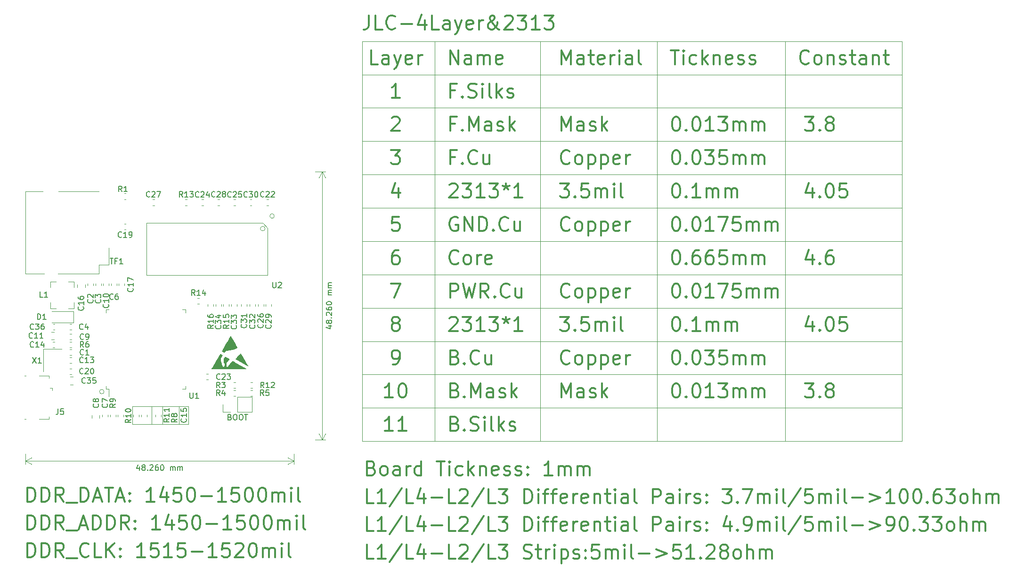
<source format=gbr>
G04 #@! TF.GenerationSoftware,KiCad,Pcbnew,(5.1.5)-3*
G04 #@! TF.CreationDate,2020-06-11T13:52:00+08:00*
G04 #@! TF.ProjectId,imx233-core,696d7832-3333-42d6-936f-72652e6b6963,rev?*
G04 #@! TF.SameCoordinates,Original*
G04 #@! TF.FileFunction,Legend,Top*
G04 #@! TF.FilePolarity,Positive*
%FSLAX46Y46*%
G04 Gerber Fmt 4.6, Leading zero omitted, Abs format (unit mm)*
G04 Created by KiCad (PCBNEW (5.1.5)-3) date 2020-06-11 13:52:00*
%MOMM*%
%LPD*%
G04 APERTURE LIST*
%ADD10C,0.304800*%
%ADD11C,0.120000*%
%ADD12C,0.150000*%
%ADD13C,0.010000*%
G04 APERTURE END LIST*
D10*
X133814596Y-55865047D02*
X133814596Y-57679333D01*
X133693643Y-58042190D01*
X133451739Y-58284095D01*
X133088881Y-58405047D01*
X132846977Y-58405047D01*
X136233643Y-58405047D02*
X135024120Y-58405047D01*
X135024120Y-55865047D01*
X138531739Y-58163142D02*
X138410786Y-58284095D01*
X138047929Y-58405047D01*
X137806024Y-58405047D01*
X137443167Y-58284095D01*
X137201262Y-58042190D01*
X137080310Y-57800285D01*
X136959358Y-57316476D01*
X136959358Y-56953619D01*
X137080310Y-56469809D01*
X137201262Y-56227904D01*
X137443167Y-55986000D01*
X137806024Y-55865047D01*
X138047929Y-55865047D01*
X138410786Y-55986000D01*
X138531739Y-56106952D01*
X139620310Y-57437428D02*
X141555548Y-57437428D01*
X143853643Y-56711714D02*
X143853643Y-58405047D01*
X143248881Y-55744095D02*
X142644120Y-57558380D01*
X144216500Y-57558380D01*
X146393643Y-58405047D02*
X145184120Y-58405047D01*
X145184120Y-55865047D01*
X148328881Y-58405047D02*
X148328881Y-57074571D01*
X148207929Y-56832666D01*
X147966024Y-56711714D01*
X147482215Y-56711714D01*
X147240310Y-56832666D01*
X148328881Y-58284095D02*
X148086977Y-58405047D01*
X147482215Y-58405047D01*
X147240310Y-58284095D01*
X147119358Y-58042190D01*
X147119358Y-57800285D01*
X147240310Y-57558380D01*
X147482215Y-57437428D01*
X148086977Y-57437428D01*
X148328881Y-57316476D01*
X149296500Y-56711714D02*
X149901262Y-58405047D01*
X150506024Y-56711714D02*
X149901262Y-58405047D01*
X149659358Y-59009809D01*
X149538405Y-59130761D01*
X149296500Y-59251714D01*
X152441262Y-58284095D02*
X152199358Y-58405047D01*
X151715548Y-58405047D01*
X151473643Y-58284095D01*
X151352691Y-58042190D01*
X151352691Y-57074571D01*
X151473643Y-56832666D01*
X151715548Y-56711714D01*
X152199358Y-56711714D01*
X152441262Y-56832666D01*
X152562215Y-57074571D01*
X152562215Y-57316476D01*
X151352691Y-57558380D01*
X153650786Y-58405047D02*
X153650786Y-56711714D01*
X153650786Y-57195523D02*
X153771739Y-56953619D01*
X153892691Y-56832666D01*
X154134596Y-56711714D01*
X154376500Y-56711714D01*
X157279358Y-58405047D02*
X157158405Y-58405047D01*
X156916500Y-58284095D01*
X156553643Y-57921238D01*
X155948881Y-57195523D01*
X155706977Y-56832666D01*
X155586024Y-56469809D01*
X155586024Y-56227904D01*
X155706977Y-55986000D01*
X155948881Y-55865047D01*
X156069834Y-55865047D01*
X156311739Y-55986000D01*
X156432691Y-56227904D01*
X156432691Y-56348857D01*
X156311739Y-56590761D01*
X156190786Y-56711714D01*
X155465072Y-57195523D01*
X155344120Y-57316476D01*
X155223167Y-57558380D01*
X155223167Y-57921238D01*
X155344120Y-58163142D01*
X155465072Y-58284095D01*
X155706977Y-58405047D01*
X156069834Y-58405047D01*
X156311739Y-58284095D01*
X156432691Y-58163142D01*
X156795548Y-57679333D01*
X156916500Y-57316476D01*
X156916500Y-57074571D01*
X158246977Y-56106952D02*
X158367929Y-55986000D01*
X158609834Y-55865047D01*
X159214596Y-55865047D01*
X159456500Y-55986000D01*
X159577453Y-56106952D01*
X159698405Y-56348857D01*
X159698405Y-56590761D01*
X159577453Y-56953619D01*
X158126024Y-58405047D01*
X159698405Y-58405047D01*
X160545072Y-55865047D02*
X162117453Y-55865047D01*
X161270786Y-56832666D01*
X161633643Y-56832666D01*
X161875548Y-56953619D01*
X161996500Y-57074571D01*
X162117453Y-57316476D01*
X162117453Y-57921238D01*
X161996500Y-58163142D01*
X161875548Y-58284095D01*
X161633643Y-58405047D01*
X160907929Y-58405047D01*
X160666024Y-58284095D01*
X160545072Y-58163142D01*
X164536500Y-58405047D02*
X163085072Y-58405047D01*
X163810786Y-58405047D02*
X163810786Y-55865047D01*
X163568881Y-56227904D01*
X163326977Y-56469809D01*
X163085072Y-56590761D01*
X165383167Y-55865047D02*
X166955548Y-55865047D01*
X166108881Y-56832666D01*
X166471739Y-56832666D01*
X166713643Y-56953619D01*
X166834596Y-57074571D01*
X166955548Y-57316476D01*
X166955548Y-57921238D01*
X166834596Y-58163142D01*
X166713643Y-58284095D01*
X166471739Y-58405047D01*
X165746024Y-58405047D01*
X165504120Y-58284095D01*
X165383167Y-58163142D01*
D11*
X101386000Y-129456000D02*
X101386000Y-126256000D01*
X99686000Y-129456000D02*
X99686000Y-126256000D01*
X94786000Y-129456000D02*
X94786000Y-126256000D01*
X96686000Y-129456000D02*
X96686000Y-126256000D01*
X91286000Y-129456000D02*
X101386000Y-129456000D01*
X91286000Y-126256000D02*
X101386000Y-126256000D01*
X91286000Y-129456000D02*
X91286000Y-126256000D01*
D12*
X108828857Y-128184571D02*
X108971714Y-128232190D01*
X109019333Y-128279809D01*
X109066952Y-128375047D01*
X109066952Y-128517904D01*
X109019333Y-128613142D01*
X108971714Y-128660761D01*
X108876476Y-128708380D01*
X108495523Y-128708380D01*
X108495523Y-127708380D01*
X108828857Y-127708380D01*
X108924095Y-127756000D01*
X108971714Y-127803619D01*
X109019333Y-127898857D01*
X109019333Y-127994095D01*
X108971714Y-128089333D01*
X108924095Y-128136952D01*
X108828857Y-128184571D01*
X108495523Y-128184571D01*
X109686000Y-127708380D02*
X109876476Y-127708380D01*
X109971714Y-127756000D01*
X110066952Y-127851238D01*
X110114571Y-128041714D01*
X110114571Y-128375047D01*
X110066952Y-128565523D01*
X109971714Y-128660761D01*
X109876476Y-128708380D01*
X109686000Y-128708380D01*
X109590761Y-128660761D01*
X109495523Y-128565523D01*
X109447904Y-128375047D01*
X109447904Y-128041714D01*
X109495523Y-127851238D01*
X109590761Y-127756000D01*
X109686000Y-127708380D01*
X110733619Y-127708380D02*
X110924095Y-127708380D01*
X111019333Y-127756000D01*
X111114571Y-127851238D01*
X111162190Y-128041714D01*
X111162190Y-128375047D01*
X111114571Y-128565523D01*
X111019333Y-128660761D01*
X110924095Y-128708380D01*
X110733619Y-128708380D01*
X110638380Y-128660761D01*
X110543142Y-128565523D01*
X110495523Y-128375047D01*
X110495523Y-128041714D01*
X110543142Y-127851238D01*
X110638380Y-127756000D01*
X110733619Y-127708380D01*
X111447904Y-127708380D02*
X112019333Y-127708380D01*
X111733619Y-128708380D02*
X111733619Y-127708380D01*
D10*
X72436881Y-153405047D02*
X72436881Y-150865047D01*
X73041643Y-150865047D01*
X73404500Y-150986000D01*
X73646405Y-151227904D01*
X73767358Y-151469809D01*
X73888310Y-151953619D01*
X73888310Y-152316476D01*
X73767358Y-152800285D01*
X73646405Y-153042190D01*
X73404500Y-153284095D01*
X73041643Y-153405047D01*
X72436881Y-153405047D01*
X74976881Y-153405047D02*
X74976881Y-150865047D01*
X75581643Y-150865047D01*
X75944500Y-150986000D01*
X76186405Y-151227904D01*
X76307358Y-151469809D01*
X76428310Y-151953619D01*
X76428310Y-152316476D01*
X76307358Y-152800285D01*
X76186405Y-153042190D01*
X75944500Y-153284095D01*
X75581643Y-153405047D01*
X74976881Y-153405047D01*
X78968310Y-153405047D02*
X78121643Y-152195523D01*
X77516881Y-153405047D02*
X77516881Y-150865047D01*
X78484500Y-150865047D01*
X78726405Y-150986000D01*
X78847358Y-151106952D01*
X78968310Y-151348857D01*
X78968310Y-151711714D01*
X78847358Y-151953619D01*
X78726405Y-152074571D01*
X78484500Y-152195523D01*
X77516881Y-152195523D01*
X79452120Y-153646952D02*
X81387358Y-153646952D01*
X83443548Y-153163142D02*
X83322596Y-153284095D01*
X82959739Y-153405047D01*
X82717834Y-153405047D01*
X82354977Y-153284095D01*
X82113072Y-153042190D01*
X81992120Y-152800285D01*
X81871167Y-152316476D01*
X81871167Y-151953619D01*
X81992120Y-151469809D01*
X82113072Y-151227904D01*
X82354977Y-150986000D01*
X82717834Y-150865047D01*
X82959739Y-150865047D01*
X83322596Y-150986000D01*
X83443548Y-151106952D01*
X85741643Y-153405047D02*
X84532120Y-153405047D01*
X84532120Y-150865047D01*
X86588310Y-153405047D02*
X86588310Y-150865047D01*
X88039739Y-153405047D02*
X86951167Y-151953619D01*
X88039739Y-150865047D02*
X86588310Y-152316476D01*
X89128310Y-153163142D02*
X89249262Y-153284095D01*
X89128310Y-153405047D01*
X89007358Y-153284095D01*
X89128310Y-153163142D01*
X89128310Y-153405047D01*
X89128310Y-151832666D02*
X89249262Y-151953619D01*
X89128310Y-152074571D01*
X89007358Y-151953619D01*
X89128310Y-151832666D01*
X89128310Y-152074571D01*
X93603548Y-153405047D02*
X92152120Y-153405047D01*
X92877834Y-153405047D02*
X92877834Y-150865047D01*
X92635929Y-151227904D01*
X92394024Y-151469809D01*
X92152120Y-151590761D01*
X95901643Y-150865047D02*
X94692120Y-150865047D01*
X94571167Y-152074571D01*
X94692120Y-151953619D01*
X94934024Y-151832666D01*
X95538786Y-151832666D01*
X95780691Y-151953619D01*
X95901643Y-152074571D01*
X96022596Y-152316476D01*
X96022596Y-152921238D01*
X95901643Y-153163142D01*
X95780691Y-153284095D01*
X95538786Y-153405047D01*
X94934024Y-153405047D01*
X94692120Y-153284095D01*
X94571167Y-153163142D01*
X98441643Y-153405047D02*
X96990215Y-153405047D01*
X97715929Y-153405047D02*
X97715929Y-150865047D01*
X97474024Y-151227904D01*
X97232120Y-151469809D01*
X96990215Y-151590761D01*
X100739739Y-150865047D02*
X99530215Y-150865047D01*
X99409262Y-152074571D01*
X99530215Y-151953619D01*
X99772120Y-151832666D01*
X100376881Y-151832666D01*
X100618786Y-151953619D01*
X100739739Y-152074571D01*
X100860691Y-152316476D01*
X100860691Y-152921238D01*
X100739739Y-153163142D01*
X100618786Y-153284095D01*
X100376881Y-153405047D01*
X99772120Y-153405047D01*
X99530215Y-153284095D01*
X99409262Y-153163142D01*
X101949262Y-152437428D02*
X103884500Y-152437428D01*
X106424500Y-153405047D02*
X104973072Y-153405047D01*
X105698786Y-153405047D02*
X105698786Y-150865047D01*
X105456881Y-151227904D01*
X105214977Y-151469809D01*
X104973072Y-151590761D01*
X108722596Y-150865047D02*
X107513072Y-150865047D01*
X107392120Y-152074571D01*
X107513072Y-151953619D01*
X107754977Y-151832666D01*
X108359739Y-151832666D01*
X108601643Y-151953619D01*
X108722596Y-152074571D01*
X108843548Y-152316476D01*
X108843548Y-152921238D01*
X108722596Y-153163142D01*
X108601643Y-153284095D01*
X108359739Y-153405047D01*
X107754977Y-153405047D01*
X107513072Y-153284095D01*
X107392120Y-153163142D01*
X109811167Y-151106952D02*
X109932120Y-150986000D01*
X110174024Y-150865047D01*
X110778786Y-150865047D01*
X111020691Y-150986000D01*
X111141643Y-151106952D01*
X111262596Y-151348857D01*
X111262596Y-151590761D01*
X111141643Y-151953619D01*
X109690215Y-153405047D01*
X111262596Y-153405047D01*
X112834977Y-150865047D02*
X113076881Y-150865047D01*
X113318786Y-150986000D01*
X113439739Y-151106952D01*
X113560691Y-151348857D01*
X113681643Y-151832666D01*
X113681643Y-152437428D01*
X113560691Y-152921238D01*
X113439739Y-153163142D01*
X113318786Y-153284095D01*
X113076881Y-153405047D01*
X112834977Y-153405047D01*
X112593072Y-153284095D01*
X112472120Y-153163142D01*
X112351167Y-152921238D01*
X112230215Y-152437428D01*
X112230215Y-151832666D01*
X112351167Y-151348857D01*
X112472120Y-151106952D01*
X112593072Y-150986000D01*
X112834977Y-150865047D01*
X114770215Y-153405047D02*
X114770215Y-151711714D01*
X114770215Y-151953619D02*
X114891167Y-151832666D01*
X115133072Y-151711714D01*
X115495929Y-151711714D01*
X115737834Y-151832666D01*
X115858786Y-152074571D01*
X115858786Y-153405047D01*
X115858786Y-152074571D02*
X115979739Y-151832666D01*
X116221643Y-151711714D01*
X116584500Y-151711714D01*
X116826405Y-151832666D01*
X116947358Y-152074571D01*
X116947358Y-153405047D01*
X118156881Y-153405047D02*
X118156881Y-151711714D01*
X118156881Y-150865047D02*
X118035929Y-150986000D01*
X118156881Y-151106952D01*
X118277834Y-150986000D01*
X118156881Y-150865047D01*
X118156881Y-151106952D01*
X119729262Y-153405047D02*
X119487358Y-153284095D01*
X119366405Y-153042190D01*
X119366405Y-150865047D01*
X72436881Y-148405047D02*
X72436881Y-145865047D01*
X73041643Y-145865047D01*
X73404500Y-145986000D01*
X73646405Y-146227904D01*
X73767358Y-146469809D01*
X73888310Y-146953619D01*
X73888310Y-147316476D01*
X73767358Y-147800285D01*
X73646405Y-148042190D01*
X73404500Y-148284095D01*
X73041643Y-148405047D01*
X72436881Y-148405047D01*
X74976881Y-148405047D02*
X74976881Y-145865047D01*
X75581643Y-145865047D01*
X75944500Y-145986000D01*
X76186405Y-146227904D01*
X76307358Y-146469809D01*
X76428310Y-146953619D01*
X76428310Y-147316476D01*
X76307358Y-147800285D01*
X76186405Y-148042190D01*
X75944500Y-148284095D01*
X75581643Y-148405047D01*
X74976881Y-148405047D01*
X78968310Y-148405047D02*
X78121643Y-147195523D01*
X77516881Y-148405047D02*
X77516881Y-145865047D01*
X78484500Y-145865047D01*
X78726405Y-145986000D01*
X78847358Y-146106952D01*
X78968310Y-146348857D01*
X78968310Y-146711714D01*
X78847358Y-146953619D01*
X78726405Y-147074571D01*
X78484500Y-147195523D01*
X77516881Y-147195523D01*
X79452120Y-148646952D02*
X81387358Y-148646952D01*
X81871167Y-147679333D02*
X83080691Y-147679333D01*
X81629262Y-148405047D02*
X82475929Y-145865047D01*
X83322596Y-148405047D01*
X84169262Y-148405047D02*
X84169262Y-145865047D01*
X84774024Y-145865047D01*
X85136881Y-145986000D01*
X85378786Y-146227904D01*
X85499739Y-146469809D01*
X85620691Y-146953619D01*
X85620691Y-147316476D01*
X85499739Y-147800285D01*
X85378786Y-148042190D01*
X85136881Y-148284095D01*
X84774024Y-148405047D01*
X84169262Y-148405047D01*
X86709262Y-148405047D02*
X86709262Y-145865047D01*
X87314024Y-145865047D01*
X87676881Y-145986000D01*
X87918786Y-146227904D01*
X88039739Y-146469809D01*
X88160691Y-146953619D01*
X88160691Y-147316476D01*
X88039739Y-147800285D01*
X87918786Y-148042190D01*
X87676881Y-148284095D01*
X87314024Y-148405047D01*
X86709262Y-148405047D01*
X90700691Y-148405047D02*
X89854024Y-147195523D01*
X89249262Y-148405047D02*
X89249262Y-145865047D01*
X90216881Y-145865047D01*
X90458786Y-145986000D01*
X90579739Y-146106952D01*
X90700691Y-146348857D01*
X90700691Y-146711714D01*
X90579739Y-146953619D01*
X90458786Y-147074571D01*
X90216881Y-147195523D01*
X89249262Y-147195523D01*
X91789262Y-148163142D02*
X91910215Y-148284095D01*
X91789262Y-148405047D01*
X91668310Y-148284095D01*
X91789262Y-148163142D01*
X91789262Y-148405047D01*
X91789262Y-146832666D02*
X91910215Y-146953619D01*
X91789262Y-147074571D01*
X91668310Y-146953619D01*
X91789262Y-146832666D01*
X91789262Y-147074571D01*
X96264500Y-148405047D02*
X94813072Y-148405047D01*
X95538786Y-148405047D02*
X95538786Y-145865047D01*
X95296881Y-146227904D01*
X95054977Y-146469809D01*
X94813072Y-146590761D01*
X98441643Y-146711714D02*
X98441643Y-148405047D01*
X97836881Y-145744095D02*
X97232120Y-147558380D01*
X98804500Y-147558380D01*
X100981643Y-145865047D02*
X99772120Y-145865047D01*
X99651167Y-147074571D01*
X99772120Y-146953619D01*
X100014024Y-146832666D01*
X100618786Y-146832666D01*
X100860691Y-146953619D01*
X100981643Y-147074571D01*
X101102596Y-147316476D01*
X101102596Y-147921238D01*
X100981643Y-148163142D01*
X100860691Y-148284095D01*
X100618786Y-148405047D01*
X100014024Y-148405047D01*
X99772120Y-148284095D01*
X99651167Y-148163142D01*
X102674977Y-145865047D02*
X102916881Y-145865047D01*
X103158786Y-145986000D01*
X103279739Y-146106952D01*
X103400691Y-146348857D01*
X103521643Y-146832666D01*
X103521643Y-147437428D01*
X103400691Y-147921238D01*
X103279739Y-148163142D01*
X103158786Y-148284095D01*
X102916881Y-148405047D01*
X102674977Y-148405047D01*
X102433072Y-148284095D01*
X102312120Y-148163142D01*
X102191167Y-147921238D01*
X102070215Y-147437428D01*
X102070215Y-146832666D01*
X102191167Y-146348857D01*
X102312120Y-146106952D01*
X102433072Y-145986000D01*
X102674977Y-145865047D01*
X104610215Y-147437428D02*
X106545453Y-147437428D01*
X109085453Y-148405047D02*
X107634024Y-148405047D01*
X108359739Y-148405047D02*
X108359739Y-145865047D01*
X108117834Y-146227904D01*
X107875929Y-146469809D01*
X107634024Y-146590761D01*
X111383548Y-145865047D02*
X110174024Y-145865047D01*
X110053072Y-147074571D01*
X110174024Y-146953619D01*
X110415929Y-146832666D01*
X111020691Y-146832666D01*
X111262596Y-146953619D01*
X111383548Y-147074571D01*
X111504500Y-147316476D01*
X111504500Y-147921238D01*
X111383548Y-148163142D01*
X111262596Y-148284095D01*
X111020691Y-148405047D01*
X110415929Y-148405047D01*
X110174024Y-148284095D01*
X110053072Y-148163142D01*
X113076881Y-145865047D02*
X113318786Y-145865047D01*
X113560691Y-145986000D01*
X113681643Y-146106952D01*
X113802596Y-146348857D01*
X113923548Y-146832666D01*
X113923548Y-147437428D01*
X113802596Y-147921238D01*
X113681643Y-148163142D01*
X113560691Y-148284095D01*
X113318786Y-148405047D01*
X113076881Y-148405047D01*
X112834977Y-148284095D01*
X112714024Y-148163142D01*
X112593072Y-147921238D01*
X112472120Y-147437428D01*
X112472120Y-146832666D01*
X112593072Y-146348857D01*
X112714024Y-146106952D01*
X112834977Y-145986000D01*
X113076881Y-145865047D01*
X115495929Y-145865047D02*
X115737834Y-145865047D01*
X115979739Y-145986000D01*
X116100691Y-146106952D01*
X116221643Y-146348857D01*
X116342596Y-146832666D01*
X116342596Y-147437428D01*
X116221643Y-147921238D01*
X116100691Y-148163142D01*
X115979739Y-148284095D01*
X115737834Y-148405047D01*
X115495929Y-148405047D01*
X115254024Y-148284095D01*
X115133072Y-148163142D01*
X115012120Y-147921238D01*
X114891167Y-147437428D01*
X114891167Y-146832666D01*
X115012120Y-146348857D01*
X115133072Y-146106952D01*
X115254024Y-145986000D01*
X115495929Y-145865047D01*
X117431167Y-148405047D02*
X117431167Y-146711714D01*
X117431167Y-146953619D02*
X117552120Y-146832666D01*
X117794024Y-146711714D01*
X118156881Y-146711714D01*
X118398786Y-146832666D01*
X118519739Y-147074571D01*
X118519739Y-148405047D01*
X118519739Y-147074571D02*
X118640691Y-146832666D01*
X118882596Y-146711714D01*
X119245453Y-146711714D01*
X119487358Y-146832666D01*
X119608310Y-147074571D01*
X119608310Y-148405047D01*
X120817834Y-148405047D02*
X120817834Y-146711714D01*
X120817834Y-145865047D02*
X120696881Y-145986000D01*
X120817834Y-146106952D01*
X120938786Y-145986000D01*
X120817834Y-145865047D01*
X120817834Y-146106952D01*
X122390215Y-148405047D02*
X122148310Y-148284095D01*
X122027358Y-148042190D01*
X122027358Y-145865047D01*
X72436881Y-143405047D02*
X72436881Y-140865047D01*
X73041643Y-140865047D01*
X73404500Y-140986000D01*
X73646405Y-141227904D01*
X73767358Y-141469809D01*
X73888310Y-141953619D01*
X73888310Y-142316476D01*
X73767358Y-142800285D01*
X73646405Y-143042190D01*
X73404500Y-143284095D01*
X73041643Y-143405047D01*
X72436881Y-143405047D01*
X74976881Y-143405047D02*
X74976881Y-140865047D01*
X75581643Y-140865047D01*
X75944500Y-140986000D01*
X76186405Y-141227904D01*
X76307358Y-141469809D01*
X76428310Y-141953619D01*
X76428310Y-142316476D01*
X76307358Y-142800285D01*
X76186405Y-143042190D01*
X75944500Y-143284095D01*
X75581643Y-143405047D01*
X74976881Y-143405047D01*
X78968310Y-143405047D02*
X78121643Y-142195523D01*
X77516881Y-143405047D02*
X77516881Y-140865047D01*
X78484500Y-140865047D01*
X78726405Y-140986000D01*
X78847358Y-141106952D01*
X78968310Y-141348857D01*
X78968310Y-141711714D01*
X78847358Y-141953619D01*
X78726405Y-142074571D01*
X78484500Y-142195523D01*
X77516881Y-142195523D01*
X79452120Y-143646952D02*
X81387358Y-143646952D01*
X81992120Y-143405047D02*
X81992120Y-140865047D01*
X82596881Y-140865047D01*
X82959739Y-140986000D01*
X83201643Y-141227904D01*
X83322596Y-141469809D01*
X83443548Y-141953619D01*
X83443548Y-142316476D01*
X83322596Y-142800285D01*
X83201643Y-143042190D01*
X82959739Y-143284095D01*
X82596881Y-143405047D01*
X81992120Y-143405047D01*
X84411167Y-142679333D02*
X85620691Y-142679333D01*
X84169262Y-143405047D02*
X85015929Y-140865047D01*
X85862596Y-143405047D01*
X86346405Y-140865047D02*
X87797834Y-140865047D01*
X87072120Y-143405047D02*
X87072120Y-140865047D01*
X88523548Y-142679333D02*
X89733072Y-142679333D01*
X88281643Y-143405047D02*
X89128310Y-140865047D01*
X89974977Y-143405047D01*
X90821643Y-143163142D02*
X90942596Y-143284095D01*
X90821643Y-143405047D01*
X90700691Y-143284095D01*
X90821643Y-143163142D01*
X90821643Y-143405047D01*
X90821643Y-141832666D02*
X90942596Y-141953619D01*
X90821643Y-142074571D01*
X90700691Y-141953619D01*
X90821643Y-141832666D01*
X90821643Y-142074571D01*
X95296881Y-143405047D02*
X93845453Y-143405047D01*
X94571167Y-143405047D02*
X94571167Y-140865047D01*
X94329262Y-141227904D01*
X94087358Y-141469809D01*
X93845453Y-141590761D01*
X97474024Y-141711714D02*
X97474024Y-143405047D01*
X96869262Y-140744095D02*
X96264500Y-142558380D01*
X97836881Y-142558380D01*
X100014024Y-140865047D02*
X98804500Y-140865047D01*
X98683548Y-142074571D01*
X98804500Y-141953619D01*
X99046405Y-141832666D01*
X99651167Y-141832666D01*
X99893072Y-141953619D01*
X100014024Y-142074571D01*
X100134977Y-142316476D01*
X100134977Y-142921238D01*
X100014024Y-143163142D01*
X99893072Y-143284095D01*
X99651167Y-143405047D01*
X99046405Y-143405047D01*
X98804500Y-143284095D01*
X98683548Y-143163142D01*
X101707358Y-140865047D02*
X101949262Y-140865047D01*
X102191167Y-140986000D01*
X102312120Y-141106952D01*
X102433072Y-141348857D01*
X102554024Y-141832666D01*
X102554024Y-142437428D01*
X102433072Y-142921238D01*
X102312120Y-143163142D01*
X102191167Y-143284095D01*
X101949262Y-143405047D01*
X101707358Y-143405047D01*
X101465453Y-143284095D01*
X101344500Y-143163142D01*
X101223548Y-142921238D01*
X101102596Y-142437428D01*
X101102596Y-141832666D01*
X101223548Y-141348857D01*
X101344500Y-141106952D01*
X101465453Y-140986000D01*
X101707358Y-140865047D01*
X103642596Y-142437428D02*
X105577834Y-142437428D01*
X108117834Y-143405047D02*
X106666405Y-143405047D01*
X107392120Y-143405047D02*
X107392120Y-140865047D01*
X107150215Y-141227904D01*
X106908310Y-141469809D01*
X106666405Y-141590761D01*
X110415929Y-140865047D02*
X109206405Y-140865047D01*
X109085453Y-142074571D01*
X109206405Y-141953619D01*
X109448310Y-141832666D01*
X110053072Y-141832666D01*
X110294977Y-141953619D01*
X110415929Y-142074571D01*
X110536881Y-142316476D01*
X110536881Y-142921238D01*
X110415929Y-143163142D01*
X110294977Y-143284095D01*
X110053072Y-143405047D01*
X109448310Y-143405047D01*
X109206405Y-143284095D01*
X109085453Y-143163142D01*
X112109262Y-140865047D02*
X112351167Y-140865047D01*
X112593072Y-140986000D01*
X112714024Y-141106952D01*
X112834977Y-141348857D01*
X112955929Y-141832666D01*
X112955929Y-142437428D01*
X112834977Y-142921238D01*
X112714024Y-143163142D01*
X112593072Y-143284095D01*
X112351167Y-143405047D01*
X112109262Y-143405047D01*
X111867358Y-143284095D01*
X111746405Y-143163142D01*
X111625453Y-142921238D01*
X111504500Y-142437428D01*
X111504500Y-141832666D01*
X111625453Y-141348857D01*
X111746405Y-141106952D01*
X111867358Y-140986000D01*
X112109262Y-140865047D01*
X114528310Y-140865047D02*
X114770215Y-140865047D01*
X115012120Y-140986000D01*
X115133072Y-141106952D01*
X115254024Y-141348857D01*
X115374977Y-141832666D01*
X115374977Y-142437428D01*
X115254024Y-142921238D01*
X115133072Y-143163142D01*
X115012120Y-143284095D01*
X114770215Y-143405047D01*
X114528310Y-143405047D01*
X114286405Y-143284095D01*
X114165453Y-143163142D01*
X114044500Y-142921238D01*
X113923548Y-142437428D01*
X113923548Y-141832666D01*
X114044500Y-141348857D01*
X114165453Y-141106952D01*
X114286405Y-140986000D01*
X114528310Y-140865047D01*
X116463548Y-143405047D02*
X116463548Y-141711714D01*
X116463548Y-141953619D02*
X116584500Y-141832666D01*
X116826405Y-141711714D01*
X117189262Y-141711714D01*
X117431167Y-141832666D01*
X117552120Y-142074571D01*
X117552120Y-143405047D01*
X117552120Y-142074571D02*
X117673072Y-141832666D01*
X117914977Y-141711714D01*
X118277834Y-141711714D01*
X118519739Y-141832666D01*
X118640691Y-142074571D01*
X118640691Y-143405047D01*
X119850215Y-143405047D02*
X119850215Y-141711714D01*
X119850215Y-140865047D02*
X119729262Y-140986000D01*
X119850215Y-141106952D01*
X119971167Y-140986000D01*
X119850215Y-140865047D01*
X119850215Y-141106952D01*
X121422596Y-143405047D02*
X121180691Y-143284095D01*
X121059739Y-143042190D01*
X121059739Y-140865047D01*
D11*
X116810609Y-91997000D02*
G75*
G03X116810609Y-91997000I-401609J0D01*
G01*
X86203609Y-123599391D02*
G75*
G03X86203609Y-123599391I-401609J0D01*
G01*
D12*
X126481714Y-111792666D02*
X127148380Y-111792666D01*
X126100761Y-112030761D02*
X126815047Y-112268857D01*
X126815047Y-111649809D01*
X126576952Y-111126000D02*
X126529333Y-111221238D01*
X126481714Y-111268857D01*
X126386476Y-111316476D01*
X126338857Y-111316476D01*
X126243619Y-111268857D01*
X126196000Y-111221238D01*
X126148380Y-111126000D01*
X126148380Y-110935523D01*
X126196000Y-110840285D01*
X126243619Y-110792666D01*
X126338857Y-110745047D01*
X126386476Y-110745047D01*
X126481714Y-110792666D01*
X126529333Y-110840285D01*
X126576952Y-110935523D01*
X126576952Y-111126000D01*
X126624571Y-111221238D01*
X126672190Y-111268857D01*
X126767428Y-111316476D01*
X126957904Y-111316476D01*
X127053142Y-111268857D01*
X127100761Y-111221238D01*
X127148380Y-111126000D01*
X127148380Y-110935523D01*
X127100761Y-110840285D01*
X127053142Y-110792666D01*
X126957904Y-110745047D01*
X126767428Y-110745047D01*
X126672190Y-110792666D01*
X126624571Y-110840285D01*
X126576952Y-110935523D01*
X127053142Y-110316476D02*
X127100761Y-110268857D01*
X127148380Y-110316476D01*
X127100761Y-110364095D01*
X127053142Y-110316476D01*
X127148380Y-110316476D01*
X126243619Y-109887904D02*
X126196000Y-109840285D01*
X126148380Y-109745047D01*
X126148380Y-109506952D01*
X126196000Y-109411714D01*
X126243619Y-109364095D01*
X126338857Y-109316476D01*
X126434095Y-109316476D01*
X126576952Y-109364095D01*
X127148380Y-109935523D01*
X127148380Y-109316476D01*
X126148380Y-108459333D02*
X126148380Y-108649809D01*
X126196000Y-108745047D01*
X126243619Y-108792666D01*
X126386476Y-108887904D01*
X126576952Y-108935523D01*
X126957904Y-108935523D01*
X127053142Y-108887904D01*
X127100761Y-108840285D01*
X127148380Y-108745047D01*
X127148380Y-108554571D01*
X127100761Y-108459333D01*
X127053142Y-108411714D01*
X126957904Y-108364095D01*
X126719809Y-108364095D01*
X126624571Y-108411714D01*
X126576952Y-108459333D01*
X126529333Y-108554571D01*
X126529333Y-108745047D01*
X126576952Y-108840285D01*
X126624571Y-108887904D01*
X126719809Y-108935523D01*
X126148380Y-107745047D02*
X126148380Y-107649809D01*
X126196000Y-107554571D01*
X126243619Y-107506952D01*
X126338857Y-107459333D01*
X126529333Y-107411714D01*
X126767428Y-107411714D01*
X126957904Y-107459333D01*
X127053142Y-107506952D01*
X127100761Y-107554571D01*
X127148380Y-107649809D01*
X127148380Y-107745047D01*
X127100761Y-107840285D01*
X127053142Y-107887904D01*
X126957904Y-107935523D01*
X126767428Y-107983142D01*
X126529333Y-107983142D01*
X126338857Y-107935523D01*
X126243619Y-107887904D01*
X126196000Y-107840285D01*
X126148380Y-107745047D01*
X127148380Y-106221238D02*
X126481714Y-106221238D01*
X126576952Y-106221238D02*
X126529333Y-106173619D01*
X126481714Y-106078380D01*
X126481714Y-105935523D01*
X126529333Y-105840285D01*
X126624571Y-105792666D01*
X127148380Y-105792666D01*
X126624571Y-105792666D02*
X126529333Y-105745047D01*
X126481714Y-105649809D01*
X126481714Y-105506952D01*
X126529333Y-105411714D01*
X126624571Y-105364095D01*
X127148380Y-105364095D01*
X127148380Y-104887904D02*
X126481714Y-104887904D01*
X126576952Y-104887904D02*
X126529333Y-104840285D01*
X126481714Y-104745047D01*
X126481714Y-104602190D01*
X126529333Y-104506952D01*
X126624571Y-104459333D01*
X127148380Y-104459333D01*
X126624571Y-104459333D02*
X126529333Y-104411714D01*
X126481714Y-104316476D01*
X126481714Y-104173619D01*
X126529333Y-104078380D01*
X126624571Y-104030761D01*
X127148380Y-104030761D01*
D11*
X125426000Y-132256000D02*
X125426000Y-83996000D01*
X124156000Y-132256000D02*
X126012421Y-132256000D01*
X124156000Y-83996000D02*
X126012421Y-83996000D01*
X125426000Y-83996000D02*
X126012421Y-85122504D01*
X125426000Y-83996000D02*
X124839579Y-85122504D01*
X125426000Y-132256000D02*
X126012421Y-131129496D01*
X125426000Y-132256000D02*
X124839579Y-131129496D01*
D12*
X92549333Y-137121714D02*
X92549333Y-137788380D01*
X92311238Y-136740761D02*
X92073142Y-137455047D01*
X92692190Y-137455047D01*
X93216000Y-137216952D02*
X93120761Y-137169333D01*
X93073142Y-137121714D01*
X93025523Y-137026476D01*
X93025523Y-136978857D01*
X93073142Y-136883619D01*
X93120761Y-136836000D01*
X93216000Y-136788380D01*
X93406476Y-136788380D01*
X93501714Y-136836000D01*
X93549333Y-136883619D01*
X93596952Y-136978857D01*
X93596952Y-137026476D01*
X93549333Y-137121714D01*
X93501714Y-137169333D01*
X93406476Y-137216952D01*
X93216000Y-137216952D01*
X93120761Y-137264571D01*
X93073142Y-137312190D01*
X93025523Y-137407428D01*
X93025523Y-137597904D01*
X93073142Y-137693142D01*
X93120761Y-137740761D01*
X93216000Y-137788380D01*
X93406476Y-137788380D01*
X93501714Y-137740761D01*
X93549333Y-137693142D01*
X93596952Y-137597904D01*
X93596952Y-137407428D01*
X93549333Y-137312190D01*
X93501714Y-137264571D01*
X93406476Y-137216952D01*
X94025523Y-137693142D02*
X94073142Y-137740761D01*
X94025523Y-137788380D01*
X93977904Y-137740761D01*
X94025523Y-137693142D01*
X94025523Y-137788380D01*
X94454095Y-136883619D02*
X94501714Y-136836000D01*
X94596952Y-136788380D01*
X94835047Y-136788380D01*
X94930285Y-136836000D01*
X94977904Y-136883619D01*
X95025523Y-136978857D01*
X95025523Y-137074095D01*
X94977904Y-137216952D01*
X94406476Y-137788380D01*
X95025523Y-137788380D01*
X95882666Y-136788380D02*
X95692190Y-136788380D01*
X95596952Y-136836000D01*
X95549333Y-136883619D01*
X95454095Y-137026476D01*
X95406476Y-137216952D01*
X95406476Y-137597904D01*
X95454095Y-137693142D01*
X95501714Y-137740761D01*
X95596952Y-137788380D01*
X95787428Y-137788380D01*
X95882666Y-137740761D01*
X95930285Y-137693142D01*
X95977904Y-137597904D01*
X95977904Y-137359809D01*
X95930285Y-137264571D01*
X95882666Y-137216952D01*
X95787428Y-137169333D01*
X95596952Y-137169333D01*
X95501714Y-137216952D01*
X95454095Y-137264571D01*
X95406476Y-137359809D01*
X96596952Y-136788380D02*
X96692190Y-136788380D01*
X96787428Y-136836000D01*
X96835047Y-136883619D01*
X96882666Y-136978857D01*
X96930285Y-137169333D01*
X96930285Y-137407428D01*
X96882666Y-137597904D01*
X96835047Y-137693142D01*
X96787428Y-137740761D01*
X96692190Y-137788380D01*
X96596952Y-137788380D01*
X96501714Y-137740761D01*
X96454095Y-137693142D01*
X96406476Y-137597904D01*
X96358857Y-137407428D01*
X96358857Y-137169333D01*
X96406476Y-136978857D01*
X96454095Y-136883619D01*
X96501714Y-136836000D01*
X96596952Y-136788380D01*
X98120761Y-137788380D02*
X98120761Y-137121714D01*
X98120761Y-137216952D02*
X98168380Y-137169333D01*
X98263619Y-137121714D01*
X98406476Y-137121714D01*
X98501714Y-137169333D01*
X98549333Y-137264571D01*
X98549333Y-137788380D01*
X98549333Y-137264571D02*
X98596952Y-137169333D01*
X98692190Y-137121714D01*
X98835047Y-137121714D01*
X98930285Y-137169333D01*
X98977904Y-137264571D01*
X98977904Y-137788380D01*
X99454095Y-137788380D02*
X99454095Y-137121714D01*
X99454095Y-137216952D02*
X99501714Y-137169333D01*
X99596952Y-137121714D01*
X99739809Y-137121714D01*
X99835047Y-137169333D01*
X99882666Y-137264571D01*
X99882666Y-137788380D01*
X99882666Y-137264571D02*
X99930285Y-137169333D01*
X100025523Y-137121714D01*
X100168380Y-137121714D01*
X100263619Y-137169333D01*
X100311238Y-137264571D01*
X100311238Y-137788380D01*
D11*
X120346000Y-136066000D02*
X72086000Y-136066000D01*
X120346000Y-134796000D02*
X120346000Y-136652421D01*
X72086000Y-134796000D02*
X72086000Y-136652421D01*
X72086000Y-136066000D02*
X73212504Y-135479579D01*
X72086000Y-136066000D02*
X73212504Y-136652421D01*
X120346000Y-136066000D02*
X119219496Y-135479579D01*
X120346000Y-136066000D02*
X119219496Y-136652421D01*
X132634000Y-108536000D02*
X229634000Y-108536000D01*
X132634000Y-84536000D02*
X229634000Y-84536000D01*
X132634000Y-90536000D02*
X229634000Y-90536000D01*
X132634000Y-96536000D02*
X229634000Y-96536000D01*
X132634000Y-114536000D02*
X229634000Y-114536000D01*
X132634000Y-120536000D02*
X229634000Y-120536000D01*
X132634000Y-78536000D02*
X229634000Y-78536000D01*
X132634000Y-102536000D02*
X229634000Y-102536000D01*
X132634000Y-126536000D02*
X229634000Y-126536000D01*
X229634000Y-60536000D02*
X229634000Y-132536000D01*
X164634000Y-60536000D02*
X164634000Y-132536000D01*
X208634000Y-60536000D02*
X208634000Y-132536000D01*
X132634000Y-72536000D02*
X229634000Y-72536000D01*
X132634000Y-60536000D02*
X229634000Y-60536000D01*
X132634000Y-132536000D02*
X132634000Y-60536000D01*
X185634000Y-60536000D02*
X185634000Y-132536000D01*
X132634000Y-66536000D02*
X229634000Y-66536000D01*
X229634000Y-132536000D02*
X132634000Y-132536000D01*
X145634000Y-60536000D02*
X145634000Y-132536000D01*
D10*
X188074024Y-62145047D02*
X189525453Y-62145047D01*
X188799739Y-64685047D02*
X188799739Y-62145047D01*
X190372120Y-64685047D02*
X190372120Y-62991714D01*
X190372120Y-62145047D02*
X190251167Y-62266000D01*
X190372120Y-62386952D01*
X190493072Y-62266000D01*
X190372120Y-62145047D01*
X190372120Y-62386952D01*
X192670215Y-64564095D02*
X192428310Y-64685047D01*
X191944500Y-64685047D01*
X191702596Y-64564095D01*
X191581643Y-64443142D01*
X191460691Y-64201238D01*
X191460691Y-63475523D01*
X191581643Y-63233619D01*
X191702596Y-63112666D01*
X191944500Y-62991714D01*
X192428310Y-62991714D01*
X192670215Y-63112666D01*
X193758786Y-64685047D02*
X193758786Y-62145047D01*
X194000691Y-63717428D02*
X194726405Y-64685047D01*
X194726405Y-62991714D02*
X193758786Y-63959333D01*
X195814977Y-62991714D02*
X195814977Y-64685047D01*
X195814977Y-63233619D02*
X195935929Y-63112666D01*
X196177834Y-62991714D01*
X196540691Y-62991714D01*
X196782596Y-63112666D01*
X196903548Y-63354571D01*
X196903548Y-64685047D01*
X199080691Y-64564095D02*
X198838786Y-64685047D01*
X198354977Y-64685047D01*
X198113072Y-64564095D01*
X197992120Y-64322190D01*
X197992120Y-63354571D01*
X198113072Y-63112666D01*
X198354977Y-62991714D01*
X198838786Y-62991714D01*
X199080691Y-63112666D01*
X199201643Y-63354571D01*
X199201643Y-63596476D01*
X197992120Y-63838380D01*
X200169262Y-64564095D02*
X200411167Y-64685047D01*
X200894977Y-64685047D01*
X201136881Y-64564095D01*
X201257834Y-64322190D01*
X201257834Y-64201238D01*
X201136881Y-63959333D01*
X200894977Y-63838380D01*
X200532120Y-63838380D01*
X200290215Y-63717428D01*
X200169262Y-63475523D01*
X200169262Y-63354571D01*
X200290215Y-63112666D01*
X200532120Y-62991714D01*
X200894977Y-62991714D01*
X201136881Y-63112666D01*
X202225453Y-64564095D02*
X202467358Y-64685047D01*
X202951167Y-64685047D01*
X203193072Y-64564095D01*
X203314024Y-64322190D01*
X203314024Y-64201238D01*
X203193072Y-63959333D01*
X202951167Y-63838380D01*
X202588310Y-63838380D01*
X202346405Y-63717428D01*
X202225453Y-63475523D01*
X202225453Y-63354571D01*
X202346405Y-63112666D01*
X202588310Y-62991714D01*
X202951167Y-62991714D01*
X203193072Y-63112666D01*
X134646405Y-143685047D02*
X133436881Y-143685047D01*
X133436881Y-141145047D01*
X136823548Y-143685047D02*
X135372120Y-143685047D01*
X136097834Y-143685047D02*
X136097834Y-141145047D01*
X135855929Y-141507904D01*
X135614024Y-141749809D01*
X135372120Y-141870761D01*
X139726405Y-141024095D02*
X137549262Y-144289809D01*
X141782596Y-143685047D02*
X140573072Y-143685047D01*
X140573072Y-141145047D01*
X143717834Y-141991714D02*
X143717834Y-143685047D01*
X143113072Y-141024095D02*
X142508310Y-142838380D01*
X144080691Y-142838380D01*
X145048310Y-142717428D02*
X146983548Y-142717428D01*
X149402596Y-143685047D02*
X148193072Y-143685047D01*
X148193072Y-141145047D01*
X150128310Y-141386952D02*
X150249262Y-141266000D01*
X150491167Y-141145047D01*
X151095929Y-141145047D01*
X151337834Y-141266000D01*
X151458786Y-141386952D01*
X151579739Y-141628857D01*
X151579739Y-141870761D01*
X151458786Y-142233619D01*
X150007358Y-143685047D01*
X151579739Y-143685047D01*
X154482596Y-141024095D02*
X152305453Y-144289809D01*
X156538786Y-143685047D02*
X155329262Y-143685047D01*
X155329262Y-141145047D01*
X157143548Y-141145047D02*
X158715929Y-141145047D01*
X157869262Y-142112666D01*
X158232120Y-142112666D01*
X158474024Y-142233619D01*
X158594977Y-142354571D01*
X158715929Y-142596476D01*
X158715929Y-143201238D01*
X158594977Y-143443142D01*
X158474024Y-143564095D01*
X158232120Y-143685047D01*
X157506405Y-143685047D01*
X157264500Y-143564095D01*
X157143548Y-143443142D01*
X161739739Y-143685047D02*
X161739739Y-141145047D01*
X162344500Y-141145047D01*
X162707358Y-141266000D01*
X162949262Y-141507904D01*
X163070215Y-141749809D01*
X163191167Y-142233619D01*
X163191167Y-142596476D01*
X163070215Y-143080285D01*
X162949262Y-143322190D01*
X162707358Y-143564095D01*
X162344500Y-143685047D01*
X161739739Y-143685047D01*
X164279739Y-143685047D02*
X164279739Y-141991714D01*
X164279739Y-141145047D02*
X164158786Y-141266000D01*
X164279739Y-141386952D01*
X164400691Y-141266000D01*
X164279739Y-141145047D01*
X164279739Y-141386952D01*
X165126405Y-141991714D02*
X166094024Y-141991714D01*
X165489262Y-143685047D02*
X165489262Y-141507904D01*
X165610215Y-141266000D01*
X165852120Y-141145047D01*
X166094024Y-141145047D01*
X166577834Y-141991714D02*
X167545453Y-141991714D01*
X166940691Y-143685047D02*
X166940691Y-141507904D01*
X167061643Y-141266000D01*
X167303548Y-141145047D01*
X167545453Y-141145047D01*
X169359739Y-143564095D02*
X169117834Y-143685047D01*
X168634024Y-143685047D01*
X168392120Y-143564095D01*
X168271167Y-143322190D01*
X168271167Y-142354571D01*
X168392120Y-142112666D01*
X168634024Y-141991714D01*
X169117834Y-141991714D01*
X169359739Y-142112666D01*
X169480691Y-142354571D01*
X169480691Y-142596476D01*
X168271167Y-142838380D01*
X170569262Y-143685047D02*
X170569262Y-141991714D01*
X170569262Y-142475523D02*
X170690215Y-142233619D01*
X170811167Y-142112666D01*
X171053072Y-141991714D01*
X171294977Y-141991714D01*
X173109262Y-143564095D02*
X172867358Y-143685047D01*
X172383548Y-143685047D01*
X172141643Y-143564095D01*
X172020691Y-143322190D01*
X172020691Y-142354571D01*
X172141643Y-142112666D01*
X172383548Y-141991714D01*
X172867358Y-141991714D01*
X173109262Y-142112666D01*
X173230215Y-142354571D01*
X173230215Y-142596476D01*
X172020691Y-142838380D01*
X174318786Y-141991714D02*
X174318786Y-143685047D01*
X174318786Y-142233619D02*
X174439739Y-142112666D01*
X174681643Y-141991714D01*
X175044500Y-141991714D01*
X175286405Y-142112666D01*
X175407358Y-142354571D01*
X175407358Y-143685047D01*
X176254024Y-141991714D02*
X177221643Y-141991714D01*
X176616881Y-141145047D02*
X176616881Y-143322190D01*
X176737834Y-143564095D01*
X176979739Y-143685047D01*
X177221643Y-143685047D01*
X178068310Y-143685047D02*
X178068310Y-141991714D01*
X178068310Y-141145047D02*
X177947358Y-141266000D01*
X178068310Y-141386952D01*
X178189262Y-141266000D01*
X178068310Y-141145047D01*
X178068310Y-141386952D01*
X180366405Y-143685047D02*
X180366405Y-142354571D01*
X180245453Y-142112666D01*
X180003548Y-141991714D01*
X179519739Y-141991714D01*
X179277834Y-142112666D01*
X180366405Y-143564095D02*
X180124500Y-143685047D01*
X179519739Y-143685047D01*
X179277834Y-143564095D01*
X179156881Y-143322190D01*
X179156881Y-143080285D01*
X179277834Y-142838380D01*
X179519739Y-142717428D01*
X180124500Y-142717428D01*
X180366405Y-142596476D01*
X181938786Y-143685047D02*
X181696881Y-143564095D01*
X181575929Y-143322190D01*
X181575929Y-141145047D01*
X184841643Y-143685047D02*
X184841643Y-141145047D01*
X185809262Y-141145047D01*
X186051167Y-141266000D01*
X186172120Y-141386952D01*
X186293072Y-141628857D01*
X186293072Y-141991714D01*
X186172120Y-142233619D01*
X186051167Y-142354571D01*
X185809262Y-142475523D01*
X184841643Y-142475523D01*
X188470215Y-143685047D02*
X188470215Y-142354571D01*
X188349262Y-142112666D01*
X188107358Y-141991714D01*
X187623548Y-141991714D01*
X187381643Y-142112666D01*
X188470215Y-143564095D02*
X188228310Y-143685047D01*
X187623548Y-143685047D01*
X187381643Y-143564095D01*
X187260691Y-143322190D01*
X187260691Y-143080285D01*
X187381643Y-142838380D01*
X187623548Y-142717428D01*
X188228310Y-142717428D01*
X188470215Y-142596476D01*
X189679739Y-143685047D02*
X189679739Y-141991714D01*
X189679739Y-141145047D02*
X189558786Y-141266000D01*
X189679739Y-141386952D01*
X189800691Y-141266000D01*
X189679739Y-141145047D01*
X189679739Y-141386952D01*
X190889262Y-143685047D02*
X190889262Y-141991714D01*
X190889262Y-142475523D02*
X191010215Y-142233619D01*
X191131167Y-142112666D01*
X191373072Y-141991714D01*
X191614977Y-141991714D01*
X192340691Y-143564095D02*
X192582596Y-143685047D01*
X193066405Y-143685047D01*
X193308310Y-143564095D01*
X193429262Y-143322190D01*
X193429262Y-143201238D01*
X193308310Y-142959333D01*
X193066405Y-142838380D01*
X192703548Y-142838380D01*
X192461643Y-142717428D01*
X192340691Y-142475523D01*
X192340691Y-142354571D01*
X192461643Y-142112666D01*
X192703548Y-141991714D01*
X193066405Y-141991714D01*
X193308310Y-142112666D01*
X194517834Y-143443142D02*
X194638786Y-143564095D01*
X194517834Y-143685047D01*
X194396881Y-143564095D01*
X194517834Y-143443142D01*
X194517834Y-143685047D01*
X194517834Y-142112666D02*
X194638786Y-142233619D01*
X194517834Y-142354571D01*
X194396881Y-142233619D01*
X194517834Y-142112666D01*
X194517834Y-142354571D01*
X197420691Y-141145047D02*
X198993072Y-141145047D01*
X198146405Y-142112666D01*
X198509262Y-142112666D01*
X198751167Y-142233619D01*
X198872120Y-142354571D01*
X198993072Y-142596476D01*
X198993072Y-143201238D01*
X198872120Y-143443142D01*
X198751167Y-143564095D01*
X198509262Y-143685047D01*
X197783548Y-143685047D01*
X197541643Y-143564095D01*
X197420691Y-143443142D01*
X200081643Y-143443142D02*
X200202596Y-143564095D01*
X200081643Y-143685047D01*
X199960691Y-143564095D01*
X200081643Y-143443142D01*
X200081643Y-143685047D01*
X201049262Y-141145047D02*
X202742596Y-141145047D01*
X201654024Y-143685047D01*
X203710215Y-143685047D02*
X203710215Y-141991714D01*
X203710215Y-142233619D02*
X203831167Y-142112666D01*
X204073072Y-141991714D01*
X204435929Y-141991714D01*
X204677834Y-142112666D01*
X204798786Y-142354571D01*
X204798786Y-143685047D01*
X204798786Y-142354571D02*
X204919739Y-142112666D01*
X205161643Y-141991714D01*
X205524500Y-141991714D01*
X205766405Y-142112666D01*
X205887358Y-142354571D01*
X205887358Y-143685047D01*
X207096881Y-143685047D02*
X207096881Y-141991714D01*
X207096881Y-141145047D02*
X206975929Y-141266000D01*
X207096881Y-141386952D01*
X207217834Y-141266000D01*
X207096881Y-141145047D01*
X207096881Y-141386952D01*
X208669262Y-143685047D02*
X208427358Y-143564095D01*
X208306405Y-143322190D01*
X208306405Y-141145047D01*
X211451167Y-141024095D02*
X209274024Y-144289809D01*
X213507358Y-141145047D02*
X212297834Y-141145047D01*
X212176881Y-142354571D01*
X212297834Y-142233619D01*
X212539739Y-142112666D01*
X213144500Y-142112666D01*
X213386405Y-142233619D01*
X213507358Y-142354571D01*
X213628310Y-142596476D01*
X213628310Y-143201238D01*
X213507358Y-143443142D01*
X213386405Y-143564095D01*
X213144500Y-143685047D01*
X212539739Y-143685047D01*
X212297834Y-143564095D01*
X212176881Y-143443142D01*
X214716881Y-143685047D02*
X214716881Y-141991714D01*
X214716881Y-142233619D02*
X214837834Y-142112666D01*
X215079739Y-141991714D01*
X215442596Y-141991714D01*
X215684500Y-142112666D01*
X215805453Y-142354571D01*
X215805453Y-143685047D01*
X215805453Y-142354571D02*
X215926405Y-142112666D01*
X216168310Y-141991714D01*
X216531167Y-141991714D01*
X216773072Y-142112666D01*
X216894024Y-142354571D01*
X216894024Y-143685047D01*
X218103548Y-143685047D02*
X218103548Y-141991714D01*
X218103548Y-141145047D02*
X217982596Y-141266000D01*
X218103548Y-141386952D01*
X218224500Y-141266000D01*
X218103548Y-141145047D01*
X218103548Y-141386952D01*
X219675929Y-143685047D02*
X219434024Y-143564095D01*
X219313072Y-143322190D01*
X219313072Y-141145047D01*
X220643548Y-142717428D02*
X222578786Y-142717428D01*
X223788310Y-141991714D02*
X225723548Y-142717428D01*
X223788310Y-143443142D01*
X228263548Y-143685047D02*
X226812120Y-143685047D01*
X227537834Y-143685047D02*
X227537834Y-141145047D01*
X227295929Y-141507904D01*
X227054024Y-141749809D01*
X226812120Y-141870761D01*
X229835929Y-141145047D02*
X230077834Y-141145047D01*
X230319739Y-141266000D01*
X230440691Y-141386952D01*
X230561643Y-141628857D01*
X230682596Y-142112666D01*
X230682596Y-142717428D01*
X230561643Y-143201238D01*
X230440691Y-143443142D01*
X230319739Y-143564095D01*
X230077834Y-143685047D01*
X229835929Y-143685047D01*
X229594024Y-143564095D01*
X229473072Y-143443142D01*
X229352120Y-143201238D01*
X229231167Y-142717428D01*
X229231167Y-142112666D01*
X229352120Y-141628857D01*
X229473072Y-141386952D01*
X229594024Y-141266000D01*
X229835929Y-141145047D01*
X232254977Y-141145047D02*
X232496881Y-141145047D01*
X232738786Y-141266000D01*
X232859739Y-141386952D01*
X232980691Y-141628857D01*
X233101643Y-142112666D01*
X233101643Y-142717428D01*
X232980691Y-143201238D01*
X232859739Y-143443142D01*
X232738786Y-143564095D01*
X232496881Y-143685047D01*
X232254977Y-143685047D01*
X232013072Y-143564095D01*
X231892120Y-143443142D01*
X231771167Y-143201238D01*
X231650215Y-142717428D01*
X231650215Y-142112666D01*
X231771167Y-141628857D01*
X231892120Y-141386952D01*
X232013072Y-141266000D01*
X232254977Y-141145047D01*
X234190215Y-143443142D02*
X234311167Y-143564095D01*
X234190215Y-143685047D01*
X234069262Y-143564095D01*
X234190215Y-143443142D01*
X234190215Y-143685047D01*
X236488310Y-141145047D02*
X236004500Y-141145047D01*
X235762596Y-141266000D01*
X235641643Y-141386952D01*
X235399739Y-141749809D01*
X235278786Y-142233619D01*
X235278786Y-143201238D01*
X235399739Y-143443142D01*
X235520691Y-143564095D01*
X235762596Y-143685047D01*
X236246405Y-143685047D01*
X236488310Y-143564095D01*
X236609262Y-143443142D01*
X236730215Y-143201238D01*
X236730215Y-142596476D01*
X236609262Y-142354571D01*
X236488310Y-142233619D01*
X236246405Y-142112666D01*
X235762596Y-142112666D01*
X235520691Y-142233619D01*
X235399739Y-142354571D01*
X235278786Y-142596476D01*
X237576881Y-141145047D02*
X239149262Y-141145047D01*
X238302596Y-142112666D01*
X238665453Y-142112666D01*
X238907358Y-142233619D01*
X239028310Y-142354571D01*
X239149262Y-142596476D01*
X239149262Y-143201238D01*
X239028310Y-143443142D01*
X238907358Y-143564095D01*
X238665453Y-143685047D01*
X237939739Y-143685047D01*
X237697834Y-143564095D01*
X237576881Y-143443142D01*
X240600691Y-143685047D02*
X240358786Y-143564095D01*
X240237834Y-143443142D01*
X240116881Y-143201238D01*
X240116881Y-142475523D01*
X240237834Y-142233619D01*
X240358786Y-142112666D01*
X240600691Y-141991714D01*
X240963548Y-141991714D01*
X241205453Y-142112666D01*
X241326405Y-142233619D01*
X241447358Y-142475523D01*
X241447358Y-143201238D01*
X241326405Y-143443142D01*
X241205453Y-143564095D01*
X240963548Y-143685047D01*
X240600691Y-143685047D01*
X242535929Y-143685047D02*
X242535929Y-141145047D01*
X243624500Y-143685047D02*
X243624500Y-142354571D01*
X243503548Y-142112666D01*
X243261643Y-141991714D01*
X242898786Y-141991714D01*
X242656881Y-142112666D01*
X242535929Y-142233619D01*
X244834024Y-143685047D02*
X244834024Y-141991714D01*
X244834024Y-142233619D02*
X244954977Y-142112666D01*
X245196881Y-141991714D01*
X245559739Y-141991714D01*
X245801643Y-142112666D01*
X245922596Y-142354571D01*
X245922596Y-143685047D01*
X245922596Y-142354571D02*
X246043548Y-142112666D01*
X246285453Y-141991714D01*
X246648310Y-141991714D01*
X246890215Y-142112666D01*
X247011167Y-142354571D01*
X247011167Y-143685047D01*
X134646405Y-148685047D02*
X133436881Y-148685047D01*
X133436881Y-146145047D01*
X136823548Y-148685047D02*
X135372120Y-148685047D01*
X136097834Y-148685047D02*
X136097834Y-146145047D01*
X135855929Y-146507904D01*
X135614024Y-146749809D01*
X135372120Y-146870761D01*
X139726405Y-146024095D02*
X137549262Y-149289809D01*
X141782596Y-148685047D02*
X140573072Y-148685047D01*
X140573072Y-146145047D01*
X143717834Y-146991714D02*
X143717834Y-148685047D01*
X143113072Y-146024095D02*
X142508310Y-147838380D01*
X144080691Y-147838380D01*
X145048310Y-147717428D02*
X146983548Y-147717428D01*
X149402596Y-148685047D02*
X148193072Y-148685047D01*
X148193072Y-146145047D01*
X150128310Y-146386952D02*
X150249262Y-146266000D01*
X150491167Y-146145047D01*
X151095929Y-146145047D01*
X151337834Y-146266000D01*
X151458786Y-146386952D01*
X151579739Y-146628857D01*
X151579739Y-146870761D01*
X151458786Y-147233619D01*
X150007358Y-148685047D01*
X151579739Y-148685047D01*
X154482596Y-146024095D02*
X152305453Y-149289809D01*
X156538786Y-148685047D02*
X155329262Y-148685047D01*
X155329262Y-146145047D01*
X157143548Y-146145047D02*
X158715929Y-146145047D01*
X157869262Y-147112666D01*
X158232120Y-147112666D01*
X158474024Y-147233619D01*
X158594977Y-147354571D01*
X158715929Y-147596476D01*
X158715929Y-148201238D01*
X158594977Y-148443142D01*
X158474024Y-148564095D01*
X158232120Y-148685047D01*
X157506405Y-148685047D01*
X157264500Y-148564095D01*
X157143548Y-148443142D01*
X161739739Y-148685047D02*
X161739739Y-146145047D01*
X162344500Y-146145047D01*
X162707358Y-146266000D01*
X162949262Y-146507904D01*
X163070215Y-146749809D01*
X163191167Y-147233619D01*
X163191167Y-147596476D01*
X163070215Y-148080285D01*
X162949262Y-148322190D01*
X162707358Y-148564095D01*
X162344500Y-148685047D01*
X161739739Y-148685047D01*
X164279739Y-148685047D02*
X164279739Y-146991714D01*
X164279739Y-146145047D02*
X164158786Y-146266000D01*
X164279739Y-146386952D01*
X164400691Y-146266000D01*
X164279739Y-146145047D01*
X164279739Y-146386952D01*
X165126405Y-146991714D02*
X166094024Y-146991714D01*
X165489262Y-148685047D02*
X165489262Y-146507904D01*
X165610215Y-146266000D01*
X165852120Y-146145047D01*
X166094024Y-146145047D01*
X166577834Y-146991714D02*
X167545453Y-146991714D01*
X166940691Y-148685047D02*
X166940691Y-146507904D01*
X167061643Y-146266000D01*
X167303548Y-146145047D01*
X167545453Y-146145047D01*
X169359739Y-148564095D02*
X169117834Y-148685047D01*
X168634024Y-148685047D01*
X168392120Y-148564095D01*
X168271167Y-148322190D01*
X168271167Y-147354571D01*
X168392120Y-147112666D01*
X168634024Y-146991714D01*
X169117834Y-146991714D01*
X169359739Y-147112666D01*
X169480691Y-147354571D01*
X169480691Y-147596476D01*
X168271167Y-147838380D01*
X170569262Y-148685047D02*
X170569262Y-146991714D01*
X170569262Y-147475523D02*
X170690215Y-147233619D01*
X170811167Y-147112666D01*
X171053072Y-146991714D01*
X171294977Y-146991714D01*
X173109262Y-148564095D02*
X172867358Y-148685047D01*
X172383548Y-148685047D01*
X172141643Y-148564095D01*
X172020691Y-148322190D01*
X172020691Y-147354571D01*
X172141643Y-147112666D01*
X172383548Y-146991714D01*
X172867358Y-146991714D01*
X173109262Y-147112666D01*
X173230215Y-147354571D01*
X173230215Y-147596476D01*
X172020691Y-147838380D01*
X174318786Y-146991714D02*
X174318786Y-148685047D01*
X174318786Y-147233619D02*
X174439739Y-147112666D01*
X174681643Y-146991714D01*
X175044500Y-146991714D01*
X175286405Y-147112666D01*
X175407358Y-147354571D01*
X175407358Y-148685047D01*
X176254024Y-146991714D02*
X177221643Y-146991714D01*
X176616881Y-146145047D02*
X176616881Y-148322190D01*
X176737834Y-148564095D01*
X176979739Y-148685047D01*
X177221643Y-148685047D01*
X178068310Y-148685047D02*
X178068310Y-146991714D01*
X178068310Y-146145047D02*
X177947358Y-146266000D01*
X178068310Y-146386952D01*
X178189262Y-146266000D01*
X178068310Y-146145047D01*
X178068310Y-146386952D01*
X180366405Y-148685047D02*
X180366405Y-147354571D01*
X180245453Y-147112666D01*
X180003548Y-146991714D01*
X179519739Y-146991714D01*
X179277834Y-147112666D01*
X180366405Y-148564095D02*
X180124500Y-148685047D01*
X179519739Y-148685047D01*
X179277834Y-148564095D01*
X179156881Y-148322190D01*
X179156881Y-148080285D01*
X179277834Y-147838380D01*
X179519739Y-147717428D01*
X180124500Y-147717428D01*
X180366405Y-147596476D01*
X181938786Y-148685047D02*
X181696881Y-148564095D01*
X181575929Y-148322190D01*
X181575929Y-146145047D01*
X184841643Y-148685047D02*
X184841643Y-146145047D01*
X185809262Y-146145047D01*
X186051167Y-146266000D01*
X186172120Y-146386952D01*
X186293072Y-146628857D01*
X186293072Y-146991714D01*
X186172120Y-147233619D01*
X186051167Y-147354571D01*
X185809262Y-147475523D01*
X184841643Y-147475523D01*
X188470215Y-148685047D02*
X188470215Y-147354571D01*
X188349262Y-147112666D01*
X188107358Y-146991714D01*
X187623548Y-146991714D01*
X187381643Y-147112666D01*
X188470215Y-148564095D02*
X188228310Y-148685047D01*
X187623548Y-148685047D01*
X187381643Y-148564095D01*
X187260691Y-148322190D01*
X187260691Y-148080285D01*
X187381643Y-147838380D01*
X187623548Y-147717428D01*
X188228310Y-147717428D01*
X188470215Y-147596476D01*
X189679739Y-148685047D02*
X189679739Y-146991714D01*
X189679739Y-146145047D02*
X189558786Y-146266000D01*
X189679739Y-146386952D01*
X189800691Y-146266000D01*
X189679739Y-146145047D01*
X189679739Y-146386952D01*
X190889262Y-148685047D02*
X190889262Y-146991714D01*
X190889262Y-147475523D02*
X191010215Y-147233619D01*
X191131167Y-147112666D01*
X191373072Y-146991714D01*
X191614977Y-146991714D01*
X192340691Y-148564095D02*
X192582596Y-148685047D01*
X193066405Y-148685047D01*
X193308310Y-148564095D01*
X193429262Y-148322190D01*
X193429262Y-148201238D01*
X193308310Y-147959333D01*
X193066405Y-147838380D01*
X192703548Y-147838380D01*
X192461643Y-147717428D01*
X192340691Y-147475523D01*
X192340691Y-147354571D01*
X192461643Y-147112666D01*
X192703548Y-146991714D01*
X193066405Y-146991714D01*
X193308310Y-147112666D01*
X194517834Y-148443142D02*
X194638786Y-148564095D01*
X194517834Y-148685047D01*
X194396881Y-148564095D01*
X194517834Y-148443142D01*
X194517834Y-148685047D01*
X194517834Y-147112666D02*
X194638786Y-147233619D01*
X194517834Y-147354571D01*
X194396881Y-147233619D01*
X194517834Y-147112666D01*
X194517834Y-147354571D01*
X198751167Y-146991714D02*
X198751167Y-148685047D01*
X198146405Y-146024095D02*
X197541643Y-147838380D01*
X199114024Y-147838380D01*
X200081643Y-148443142D02*
X200202596Y-148564095D01*
X200081643Y-148685047D01*
X199960691Y-148564095D01*
X200081643Y-148443142D01*
X200081643Y-148685047D01*
X201412120Y-148685047D02*
X201895929Y-148685047D01*
X202137834Y-148564095D01*
X202258786Y-148443142D01*
X202500691Y-148080285D01*
X202621643Y-147596476D01*
X202621643Y-146628857D01*
X202500691Y-146386952D01*
X202379739Y-146266000D01*
X202137834Y-146145047D01*
X201654024Y-146145047D01*
X201412120Y-146266000D01*
X201291167Y-146386952D01*
X201170215Y-146628857D01*
X201170215Y-147233619D01*
X201291167Y-147475523D01*
X201412120Y-147596476D01*
X201654024Y-147717428D01*
X202137834Y-147717428D01*
X202379739Y-147596476D01*
X202500691Y-147475523D01*
X202621643Y-147233619D01*
X203710215Y-148685047D02*
X203710215Y-146991714D01*
X203710215Y-147233619D02*
X203831167Y-147112666D01*
X204073072Y-146991714D01*
X204435929Y-146991714D01*
X204677834Y-147112666D01*
X204798786Y-147354571D01*
X204798786Y-148685047D01*
X204798786Y-147354571D02*
X204919739Y-147112666D01*
X205161643Y-146991714D01*
X205524500Y-146991714D01*
X205766405Y-147112666D01*
X205887358Y-147354571D01*
X205887358Y-148685047D01*
X207096881Y-148685047D02*
X207096881Y-146991714D01*
X207096881Y-146145047D02*
X206975929Y-146266000D01*
X207096881Y-146386952D01*
X207217834Y-146266000D01*
X207096881Y-146145047D01*
X207096881Y-146386952D01*
X208669262Y-148685047D02*
X208427358Y-148564095D01*
X208306405Y-148322190D01*
X208306405Y-146145047D01*
X211451167Y-146024095D02*
X209274024Y-149289809D01*
X213507358Y-146145047D02*
X212297834Y-146145047D01*
X212176881Y-147354571D01*
X212297834Y-147233619D01*
X212539739Y-147112666D01*
X213144500Y-147112666D01*
X213386405Y-147233619D01*
X213507358Y-147354571D01*
X213628310Y-147596476D01*
X213628310Y-148201238D01*
X213507358Y-148443142D01*
X213386405Y-148564095D01*
X213144500Y-148685047D01*
X212539739Y-148685047D01*
X212297834Y-148564095D01*
X212176881Y-148443142D01*
X214716881Y-148685047D02*
X214716881Y-146991714D01*
X214716881Y-147233619D02*
X214837834Y-147112666D01*
X215079739Y-146991714D01*
X215442596Y-146991714D01*
X215684500Y-147112666D01*
X215805453Y-147354571D01*
X215805453Y-148685047D01*
X215805453Y-147354571D02*
X215926405Y-147112666D01*
X216168310Y-146991714D01*
X216531167Y-146991714D01*
X216773072Y-147112666D01*
X216894024Y-147354571D01*
X216894024Y-148685047D01*
X218103548Y-148685047D02*
X218103548Y-146991714D01*
X218103548Y-146145047D02*
X217982596Y-146266000D01*
X218103548Y-146386952D01*
X218224500Y-146266000D01*
X218103548Y-146145047D01*
X218103548Y-146386952D01*
X219675929Y-148685047D02*
X219434024Y-148564095D01*
X219313072Y-148322190D01*
X219313072Y-146145047D01*
X220643548Y-147717428D02*
X222578786Y-147717428D01*
X223788310Y-146991714D02*
X225723548Y-147717428D01*
X223788310Y-148443142D01*
X227054024Y-148685047D02*
X227537834Y-148685047D01*
X227779739Y-148564095D01*
X227900691Y-148443142D01*
X228142596Y-148080285D01*
X228263548Y-147596476D01*
X228263548Y-146628857D01*
X228142596Y-146386952D01*
X228021643Y-146266000D01*
X227779739Y-146145047D01*
X227295929Y-146145047D01*
X227054024Y-146266000D01*
X226933072Y-146386952D01*
X226812120Y-146628857D01*
X226812120Y-147233619D01*
X226933072Y-147475523D01*
X227054024Y-147596476D01*
X227295929Y-147717428D01*
X227779739Y-147717428D01*
X228021643Y-147596476D01*
X228142596Y-147475523D01*
X228263548Y-147233619D01*
X229835929Y-146145047D02*
X230077834Y-146145047D01*
X230319739Y-146266000D01*
X230440691Y-146386952D01*
X230561643Y-146628857D01*
X230682596Y-147112666D01*
X230682596Y-147717428D01*
X230561643Y-148201238D01*
X230440691Y-148443142D01*
X230319739Y-148564095D01*
X230077834Y-148685047D01*
X229835929Y-148685047D01*
X229594024Y-148564095D01*
X229473072Y-148443142D01*
X229352120Y-148201238D01*
X229231167Y-147717428D01*
X229231167Y-147112666D01*
X229352120Y-146628857D01*
X229473072Y-146386952D01*
X229594024Y-146266000D01*
X229835929Y-146145047D01*
X231771167Y-148443142D02*
X231892120Y-148564095D01*
X231771167Y-148685047D01*
X231650215Y-148564095D01*
X231771167Y-148443142D01*
X231771167Y-148685047D01*
X232738786Y-146145047D02*
X234311167Y-146145047D01*
X233464500Y-147112666D01*
X233827358Y-147112666D01*
X234069262Y-147233619D01*
X234190215Y-147354571D01*
X234311167Y-147596476D01*
X234311167Y-148201238D01*
X234190215Y-148443142D01*
X234069262Y-148564095D01*
X233827358Y-148685047D01*
X233101643Y-148685047D01*
X232859739Y-148564095D01*
X232738786Y-148443142D01*
X235157834Y-146145047D02*
X236730215Y-146145047D01*
X235883548Y-147112666D01*
X236246405Y-147112666D01*
X236488310Y-147233619D01*
X236609262Y-147354571D01*
X236730215Y-147596476D01*
X236730215Y-148201238D01*
X236609262Y-148443142D01*
X236488310Y-148564095D01*
X236246405Y-148685047D01*
X235520691Y-148685047D01*
X235278786Y-148564095D01*
X235157834Y-148443142D01*
X238181643Y-148685047D02*
X237939739Y-148564095D01*
X237818786Y-148443142D01*
X237697834Y-148201238D01*
X237697834Y-147475523D01*
X237818786Y-147233619D01*
X237939739Y-147112666D01*
X238181643Y-146991714D01*
X238544500Y-146991714D01*
X238786405Y-147112666D01*
X238907358Y-147233619D01*
X239028310Y-147475523D01*
X239028310Y-148201238D01*
X238907358Y-148443142D01*
X238786405Y-148564095D01*
X238544500Y-148685047D01*
X238181643Y-148685047D01*
X240116881Y-148685047D02*
X240116881Y-146145047D01*
X241205453Y-148685047D02*
X241205453Y-147354571D01*
X241084500Y-147112666D01*
X240842596Y-146991714D01*
X240479739Y-146991714D01*
X240237834Y-147112666D01*
X240116881Y-147233619D01*
X242414977Y-148685047D02*
X242414977Y-146991714D01*
X242414977Y-147233619D02*
X242535929Y-147112666D01*
X242777834Y-146991714D01*
X243140691Y-146991714D01*
X243382596Y-147112666D01*
X243503548Y-147354571D01*
X243503548Y-148685047D01*
X243503548Y-147354571D02*
X243624500Y-147112666D01*
X243866405Y-146991714D01*
X244229262Y-146991714D01*
X244471167Y-147112666D01*
X244592120Y-147354571D01*
X244592120Y-148685047D01*
X149283548Y-129354571D02*
X149646405Y-129475523D01*
X149767358Y-129596476D01*
X149888310Y-129838380D01*
X149888310Y-130201238D01*
X149767358Y-130443142D01*
X149646405Y-130564095D01*
X149404500Y-130685047D01*
X148436881Y-130685047D01*
X148436881Y-128145047D01*
X149283548Y-128145047D01*
X149525453Y-128266000D01*
X149646405Y-128386952D01*
X149767358Y-128628857D01*
X149767358Y-128870761D01*
X149646405Y-129112666D01*
X149525453Y-129233619D01*
X149283548Y-129354571D01*
X148436881Y-129354571D01*
X150976881Y-130443142D02*
X151097834Y-130564095D01*
X150976881Y-130685047D01*
X150855929Y-130564095D01*
X150976881Y-130443142D01*
X150976881Y-130685047D01*
X152065453Y-130564095D02*
X152428310Y-130685047D01*
X153033072Y-130685047D01*
X153274977Y-130564095D01*
X153395929Y-130443142D01*
X153516881Y-130201238D01*
X153516881Y-129959333D01*
X153395929Y-129717428D01*
X153274977Y-129596476D01*
X153033072Y-129475523D01*
X152549262Y-129354571D01*
X152307358Y-129233619D01*
X152186405Y-129112666D01*
X152065453Y-128870761D01*
X152065453Y-128628857D01*
X152186405Y-128386952D01*
X152307358Y-128266000D01*
X152549262Y-128145047D01*
X153154024Y-128145047D01*
X153516881Y-128266000D01*
X154605453Y-130685047D02*
X154605453Y-128991714D01*
X154605453Y-128145047D02*
X154484500Y-128266000D01*
X154605453Y-128386952D01*
X154726405Y-128266000D01*
X154605453Y-128145047D01*
X154605453Y-128386952D01*
X156177834Y-130685047D02*
X155935929Y-130564095D01*
X155814977Y-130322190D01*
X155814977Y-128145047D01*
X157145453Y-130685047D02*
X157145453Y-128145047D01*
X157387358Y-129717428D02*
X158113072Y-130685047D01*
X158113072Y-128991714D02*
X157145453Y-129959333D01*
X159080691Y-130564095D02*
X159322596Y-130685047D01*
X159806405Y-130685047D01*
X160048310Y-130564095D01*
X160169262Y-130322190D01*
X160169262Y-130201238D01*
X160048310Y-129959333D01*
X159806405Y-129838380D01*
X159443548Y-129838380D01*
X159201643Y-129717428D01*
X159080691Y-129475523D01*
X159080691Y-129354571D01*
X159201643Y-129112666D01*
X159443548Y-128991714D01*
X159806405Y-128991714D01*
X160048310Y-129112666D01*
X135428761Y-64685047D02*
X134219238Y-64685047D01*
X134219238Y-62145047D01*
X137364000Y-64685047D02*
X137364000Y-63354571D01*
X137243047Y-63112666D01*
X137001142Y-62991714D01*
X136517333Y-62991714D01*
X136275428Y-63112666D01*
X137364000Y-64564095D02*
X137122095Y-64685047D01*
X136517333Y-64685047D01*
X136275428Y-64564095D01*
X136154476Y-64322190D01*
X136154476Y-64080285D01*
X136275428Y-63838380D01*
X136517333Y-63717428D01*
X137122095Y-63717428D01*
X137364000Y-63596476D01*
X138331619Y-62991714D02*
X138936380Y-64685047D01*
X139541142Y-62991714D02*
X138936380Y-64685047D01*
X138694476Y-65289809D01*
X138573523Y-65410761D01*
X138331619Y-65531714D01*
X141476380Y-64564095D02*
X141234476Y-64685047D01*
X140750666Y-64685047D01*
X140508761Y-64564095D01*
X140387809Y-64322190D01*
X140387809Y-63354571D01*
X140508761Y-63112666D01*
X140750666Y-62991714D01*
X141234476Y-62991714D01*
X141476380Y-63112666D01*
X141597333Y-63354571D01*
X141597333Y-63596476D01*
X140387809Y-63838380D01*
X142685904Y-64685047D02*
X142685904Y-62991714D01*
X142685904Y-63475523D02*
X142806857Y-63233619D01*
X142927809Y-63112666D01*
X143169714Y-62991714D01*
X143411619Y-62991714D01*
X148436881Y-64685047D02*
X148436881Y-62145047D01*
X149888310Y-64685047D01*
X149888310Y-62145047D01*
X152186405Y-64685047D02*
X152186405Y-63354571D01*
X152065453Y-63112666D01*
X151823548Y-62991714D01*
X151339739Y-62991714D01*
X151097834Y-63112666D01*
X152186405Y-64564095D02*
X151944500Y-64685047D01*
X151339739Y-64685047D01*
X151097834Y-64564095D01*
X150976881Y-64322190D01*
X150976881Y-64080285D01*
X151097834Y-63838380D01*
X151339739Y-63717428D01*
X151944500Y-63717428D01*
X152186405Y-63596476D01*
X153395929Y-64685047D02*
X153395929Y-62991714D01*
X153395929Y-63233619D02*
X153516881Y-63112666D01*
X153758786Y-62991714D01*
X154121643Y-62991714D01*
X154363548Y-63112666D01*
X154484500Y-63354571D01*
X154484500Y-64685047D01*
X154484500Y-63354571D02*
X154605453Y-63112666D01*
X154847358Y-62991714D01*
X155210215Y-62991714D01*
X155452120Y-63112666D01*
X155573072Y-63354571D01*
X155573072Y-64685047D01*
X157750215Y-64564095D02*
X157508310Y-64685047D01*
X157024500Y-64685047D01*
X156782596Y-64564095D01*
X156661643Y-64322190D01*
X156661643Y-63354571D01*
X156782596Y-63112666D01*
X157024500Y-62991714D01*
X157508310Y-62991714D01*
X157750215Y-63112666D01*
X157871167Y-63354571D01*
X157871167Y-63596476D01*
X156661643Y-63838380D01*
X168436881Y-64685047D02*
X168436881Y-62145047D01*
X169283548Y-63959333D01*
X170130215Y-62145047D01*
X170130215Y-64685047D01*
X172428310Y-64685047D02*
X172428310Y-63354571D01*
X172307358Y-63112666D01*
X172065453Y-62991714D01*
X171581643Y-62991714D01*
X171339739Y-63112666D01*
X172428310Y-64564095D02*
X172186405Y-64685047D01*
X171581643Y-64685047D01*
X171339739Y-64564095D01*
X171218786Y-64322190D01*
X171218786Y-64080285D01*
X171339739Y-63838380D01*
X171581643Y-63717428D01*
X172186405Y-63717428D01*
X172428310Y-63596476D01*
X173274977Y-62991714D02*
X174242596Y-62991714D01*
X173637834Y-62145047D02*
X173637834Y-64322190D01*
X173758786Y-64564095D01*
X174000691Y-64685047D01*
X174242596Y-64685047D01*
X176056881Y-64564095D02*
X175814977Y-64685047D01*
X175331167Y-64685047D01*
X175089262Y-64564095D01*
X174968310Y-64322190D01*
X174968310Y-63354571D01*
X175089262Y-63112666D01*
X175331167Y-62991714D01*
X175814977Y-62991714D01*
X176056881Y-63112666D01*
X176177834Y-63354571D01*
X176177834Y-63596476D01*
X174968310Y-63838380D01*
X177266405Y-64685047D02*
X177266405Y-62991714D01*
X177266405Y-63475523D02*
X177387358Y-63233619D01*
X177508310Y-63112666D01*
X177750215Y-62991714D01*
X177992120Y-62991714D01*
X178838786Y-64685047D02*
X178838786Y-62991714D01*
X178838786Y-62145047D02*
X178717834Y-62266000D01*
X178838786Y-62386952D01*
X178959739Y-62266000D01*
X178838786Y-62145047D01*
X178838786Y-62386952D01*
X181136881Y-64685047D02*
X181136881Y-63354571D01*
X181015929Y-63112666D01*
X180774024Y-62991714D01*
X180290215Y-62991714D01*
X180048310Y-63112666D01*
X181136881Y-64564095D02*
X180894977Y-64685047D01*
X180290215Y-64685047D01*
X180048310Y-64564095D01*
X179927358Y-64322190D01*
X179927358Y-64080285D01*
X180048310Y-63838380D01*
X180290215Y-63717428D01*
X180894977Y-63717428D01*
X181136881Y-63596476D01*
X182709262Y-64685047D02*
X182467358Y-64564095D01*
X182346405Y-64322190D01*
X182346405Y-62145047D01*
X212888310Y-64443142D02*
X212767358Y-64564095D01*
X212404500Y-64685047D01*
X212162596Y-64685047D01*
X211799739Y-64564095D01*
X211557834Y-64322190D01*
X211436881Y-64080285D01*
X211315929Y-63596476D01*
X211315929Y-63233619D01*
X211436881Y-62749809D01*
X211557834Y-62507904D01*
X211799739Y-62266000D01*
X212162596Y-62145047D01*
X212404500Y-62145047D01*
X212767358Y-62266000D01*
X212888310Y-62386952D01*
X214339739Y-64685047D02*
X214097834Y-64564095D01*
X213976881Y-64443142D01*
X213855929Y-64201238D01*
X213855929Y-63475523D01*
X213976881Y-63233619D01*
X214097834Y-63112666D01*
X214339739Y-62991714D01*
X214702596Y-62991714D01*
X214944500Y-63112666D01*
X215065453Y-63233619D01*
X215186405Y-63475523D01*
X215186405Y-64201238D01*
X215065453Y-64443142D01*
X214944500Y-64564095D01*
X214702596Y-64685047D01*
X214339739Y-64685047D01*
X216274977Y-62991714D02*
X216274977Y-64685047D01*
X216274977Y-63233619D02*
X216395929Y-63112666D01*
X216637834Y-62991714D01*
X217000691Y-62991714D01*
X217242596Y-63112666D01*
X217363548Y-63354571D01*
X217363548Y-64685047D01*
X218452120Y-64564095D02*
X218694024Y-64685047D01*
X219177834Y-64685047D01*
X219419739Y-64564095D01*
X219540691Y-64322190D01*
X219540691Y-64201238D01*
X219419739Y-63959333D01*
X219177834Y-63838380D01*
X218814977Y-63838380D01*
X218573072Y-63717428D01*
X218452120Y-63475523D01*
X218452120Y-63354571D01*
X218573072Y-63112666D01*
X218814977Y-62991714D01*
X219177834Y-62991714D01*
X219419739Y-63112666D01*
X220266405Y-62991714D02*
X221234024Y-62991714D01*
X220629262Y-62145047D02*
X220629262Y-64322190D01*
X220750215Y-64564095D01*
X220992120Y-64685047D01*
X221234024Y-64685047D01*
X223169262Y-64685047D02*
X223169262Y-63354571D01*
X223048310Y-63112666D01*
X222806405Y-62991714D01*
X222322596Y-62991714D01*
X222080691Y-63112666D01*
X223169262Y-64564095D02*
X222927358Y-64685047D01*
X222322596Y-64685047D01*
X222080691Y-64564095D01*
X221959739Y-64322190D01*
X221959739Y-64080285D01*
X222080691Y-63838380D01*
X222322596Y-63717428D01*
X222927358Y-63717428D01*
X223169262Y-63596476D01*
X224378786Y-62991714D02*
X224378786Y-64685047D01*
X224378786Y-63233619D02*
X224499739Y-63112666D01*
X224741643Y-62991714D01*
X225104500Y-62991714D01*
X225346405Y-63112666D01*
X225467358Y-63354571D01*
X225467358Y-64685047D01*
X226314024Y-62991714D02*
X227281643Y-62991714D01*
X226676881Y-62145047D02*
X226676881Y-64322190D01*
X226797834Y-64564095D01*
X227039739Y-64685047D01*
X227281643Y-64685047D01*
X134283548Y-137354571D02*
X134646405Y-137475523D01*
X134767358Y-137596476D01*
X134888310Y-137838380D01*
X134888310Y-138201238D01*
X134767358Y-138443142D01*
X134646405Y-138564095D01*
X134404500Y-138685047D01*
X133436881Y-138685047D01*
X133436881Y-136145047D01*
X134283548Y-136145047D01*
X134525453Y-136266000D01*
X134646405Y-136386952D01*
X134767358Y-136628857D01*
X134767358Y-136870761D01*
X134646405Y-137112666D01*
X134525453Y-137233619D01*
X134283548Y-137354571D01*
X133436881Y-137354571D01*
X136339739Y-138685047D02*
X136097834Y-138564095D01*
X135976881Y-138443142D01*
X135855929Y-138201238D01*
X135855929Y-137475523D01*
X135976881Y-137233619D01*
X136097834Y-137112666D01*
X136339739Y-136991714D01*
X136702596Y-136991714D01*
X136944500Y-137112666D01*
X137065453Y-137233619D01*
X137186405Y-137475523D01*
X137186405Y-138201238D01*
X137065453Y-138443142D01*
X136944500Y-138564095D01*
X136702596Y-138685047D01*
X136339739Y-138685047D01*
X139363548Y-138685047D02*
X139363548Y-137354571D01*
X139242596Y-137112666D01*
X139000691Y-136991714D01*
X138516881Y-136991714D01*
X138274977Y-137112666D01*
X139363548Y-138564095D02*
X139121643Y-138685047D01*
X138516881Y-138685047D01*
X138274977Y-138564095D01*
X138154024Y-138322190D01*
X138154024Y-138080285D01*
X138274977Y-137838380D01*
X138516881Y-137717428D01*
X139121643Y-137717428D01*
X139363548Y-137596476D01*
X140573072Y-138685047D02*
X140573072Y-136991714D01*
X140573072Y-137475523D02*
X140694024Y-137233619D01*
X140814977Y-137112666D01*
X141056881Y-136991714D01*
X141298786Y-136991714D01*
X143234024Y-138685047D02*
X143234024Y-136145047D01*
X143234024Y-138564095D02*
X142992120Y-138685047D01*
X142508310Y-138685047D01*
X142266405Y-138564095D01*
X142145453Y-138443142D01*
X142024500Y-138201238D01*
X142024500Y-137475523D01*
X142145453Y-137233619D01*
X142266405Y-137112666D01*
X142508310Y-136991714D01*
X142992120Y-136991714D01*
X143234024Y-137112666D01*
X146015929Y-136145047D02*
X147467358Y-136145047D01*
X146741643Y-138685047D02*
X146741643Y-136145047D01*
X148314024Y-138685047D02*
X148314024Y-136991714D01*
X148314024Y-136145047D02*
X148193072Y-136266000D01*
X148314024Y-136386952D01*
X148434977Y-136266000D01*
X148314024Y-136145047D01*
X148314024Y-136386952D01*
X150612120Y-138564095D02*
X150370215Y-138685047D01*
X149886405Y-138685047D01*
X149644500Y-138564095D01*
X149523548Y-138443142D01*
X149402596Y-138201238D01*
X149402596Y-137475523D01*
X149523548Y-137233619D01*
X149644500Y-137112666D01*
X149886405Y-136991714D01*
X150370215Y-136991714D01*
X150612120Y-137112666D01*
X151700691Y-138685047D02*
X151700691Y-136145047D01*
X151942596Y-137717428D02*
X152668310Y-138685047D01*
X152668310Y-136991714D02*
X151700691Y-137959333D01*
X153756881Y-136991714D02*
X153756881Y-138685047D01*
X153756881Y-137233619D02*
X153877834Y-137112666D01*
X154119739Y-136991714D01*
X154482596Y-136991714D01*
X154724500Y-137112666D01*
X154845453Y-137354571D01*
X154845453Y-138685047D01*
X157022596Y-138564095D02*
X156780691Y-138685047D01*
X156296881Y-138685047D01*
X156054977Y-138564095D01*
X155934024Y-138322190D01*
X155934024Y-137354571D01*
X156054977Y-137112666D01*
X156296881Y-136991714D01*
X156780691Y-136991714D01*
X157022596Y-137112666D01*
X157143548Y-137354571D01*
X157143548Y-137596476D01*
X155934024Y-137838380D01*
X158111167Y-138564095D02*
X158353072Y-138685047D01*
X158836881Y-138685047D01*
X159078786Y-138564095D01*
X159199739Y-138322190D01*
X159199739Y-138201238D01*
X159078786Y-137959333D01*
X158836881Y-137838380D01*
X158474024Y-137838380D01*
X158232120Y-137717428D01*
X158111167Y-137475523D01*
X158111167Y-137354571D01*
X158232120Y-137112666D01*
X158474024Y-136991714D01*
X158836881Y-136991714D01*
X159078786Y-137112666D01*
X160167358Y-138564095D02*
X160409262Y-138685047D01*
X160893072Y-138685047D01*
X161134977Y-138564095D01*
X161255929Y-138322190D01*
X161255929Y-138201238D01*
X161134977Y-137959333D01*
X160893072Y-137838380D01*
X160530215Y-137838380D01*
X160288310Y-137717428D01*
X160167358Y-137475523D01*
X160167358Y-137354571D01*
X160288310Y-137112666D01*
X160530215Y-136991714D01*
X160893072Y-136991714D01*
X161134977Y-137112666D01*
X162344500Y-138443142D02*
X162465453Y-138564095D01*
X162344500Y-138685047D01*
X162223548Y-138564095D01*
X162344500Y-138443142D01*
X162344500Y-138685047D01*
X162344500Y-137112666D02*
X162465453Y-137233619D01*
X162344500Y-137354571D01*
X162223548Y-137233619D01*
X162344500Y-137112666D01*
X162344500Y-137354571D01*
X166819739Y-138685047D02*
X165368310Y-138685047D01*
X166094024Y-138685047D02*
X166094024Y-136145047D01*
X165852120Y-136507904D01*
X165610215Y-136749809D01*
X165368310Y-136870761D01*
X167908310Y-138685047D02*
X167908310Y-136991714D01*
X167908310Y-137233619D02*
X168029262Y-137112666D01*
X168271167Y-136991714D01*
X168634024Y-136991714D01*
X168875929Y-137112666D01*
X168996881Y-137354571D01*
X168996881Y-138685047D01*
X168996881Y-137354571D02*
X169117834Y-137112666D01*
X169359739Y-136991714D01*
X169722596Y-136991714D01*
X169964500Y-137112666D01*
X170085453Y-137354571D01*
X170085453Y-138685047D01*
X171294977Y-138685047D02*
X171294977Y-136991714D01*
X171294977Y-137233619D02*
X171415929Y-137112666D01*
X171657834Y-136991714D01*
X172020691Y-136991714D01*
X172262596Y-137112666D01*
X172383548Y-137354571D01*
X172383548Y-138685047D01*
X172383548Y-137354571D02*
X172504500Y-137112666D01*
X172746405Y-136991714D01*
X173109262Y-136991714D01*
X173351167Y-137112666D01*
X173472120Y-137354571D01*
X173472120Y-138685047D01*
X134646405Y-153685047D02*
X133436881Y-153685047D01*
X133436881Y-151145047D01*
X136823548Y-153685047D02*
X135372120Y-153685047D01*
X136097834Y-153685047D02*
X136097834Y-151145047D01*
X135855929Y-151507904D01*
X135614024Y-151749809D01*
X135372120Y-151870761D01*
X139726405Y-151024095D02*
X137549262Y-154289809D01*
X141782596Y-153685047D02*
X140573072Y-153685047D01*
X140573072Y-151145047D01*
X143717834Y-151991714D02*
X143717834Y-153685047D01*
X143113072Y-151024095D02*
X142508310Y-152838380D01*
X144080691Y-152838380D01*
X145048310Y-152717428D02*
X146983548Y-152717428D01*
X149402596Y-153685047D02*
X148193072Y-153685047D01*
X148193072Y-151145047D01*
X150128310Y-151386952D02*
X150249262Y-151266000D01*
X150491167Y-151145047D01*
X151095929Y-151145047D01*
X151337834Y-151266000D01*
X151458786Y-151386952D01*
X151579739Y-151628857D01*
X151579739Y-151870761D01*
X151458786Y-152233619D01*
X150007358Y-153685047D01*
X151579739Y-153685047D01*
X154482596Y-151024095D02*
X152305453Y-154289809D01*
X156538786Y-153685047D02*
X155329262Y-153685047D01*
X155329262Y-151145047D01*
X157143548Y-151145047D02*
X158715929Y-151145047D01*
X157869262Y-152112666D01*
X158232120Y-152112666D01*
X158474024Y-152233619D01*
X158594977Y-152354571D01*
X158715929Y-152596476D01*
X158715929Y-153201238D01*
X158594977Y-153443142D01*
X158474024Y-153564095D01*
X158232120Y-153685047D01*
X157506405Y-153685047D01*
X157264500Y-153564095D01*
X157143548Y-153443142D01*
X161618786Y-153564095D02*
X161981643Y-153685047D01*
X162586405Y-153685047D01*
X162828310Y-153564095D01*
X162949262Y-153443142D01*
X163070215Y-153201238D01*
X163070215Y-152959333D01*
X162949262Y-152717428D01*
X162828310Y-152596476D01*
X162586405Y-152475523D01*
X162102596Y-152354571D01*
X161860691Y-152233619D01*
X161739739Y-152112666D01*
X161618786Y-151870761D01*
X161618786Y-151628857D01*
X161739739Y-151386952D01*
X161860691Y-151266000D01*
X162102596Y-151145047D01*
X162707358Y-151145047D01*
X163070215Y-151266000D01*
X163795929Y-151991714D02*
X164763548Y-151991714D01*
X164158786Y-151145047D02*
X164158786Y-153322190D01*
X164279739Y-153564095D01*
X164521643Y-153685047D01*
X164763548Y-153685047D01*
X165610215Y-153685047D02*
X165610215Y-151991714D01*
X165610215Y-152475523D02*
X165731167Y-152233619D01*
X165852120Y-152112666D01*
X166094024Y-151991714D01*
X166335929Y-151991714D01*
X167182596Y-153685047D02*
X167182596Y-151991714D01*
X167182596Y-151145047D02*
X167061643Y-151266000D01*
X167182596Y-151386952D01*
X167303548Y-151266000D01*
X167182596Y-151145047D01*
X167182596Y-151386952D01*
X168392120Y-151991714D02*
X168392120Y-154531714D01*
X168392120Y-152112666D02*
X168634024Y-151991714D01*
X169117834Y-151991714D01*
X169359739Y-152112666D01*
X169480691Y-152233619D01*
X169601643Y-152475523D01*
X169601643Y-153201238D01*
X169480691Y-153443142D01*
X169359739Y-153564095D01*
X169117834Y-153685047D01*
X168634024Y-153685047D01*
X168392120Y-153564095D01*
X170569262Y-153564095D02*
X170811167Y-153685047D01*
X171294977Y-153685047D01*
X171536881Y-153564095D01*
X171657834Y-153322190D01*
X171657834Y-153201238D01*
X171536881Y-152959333D01*
X171294977Y-152838380D01*
X170932120Y-152838380D01*
X170690215Y-152717428D01*
X170569262Y-152475523D01*
X170569262Y-152354571D01*
X170690215Y-152112666D01*
X170932120Y-151991714D01*
X171294977Y-151991714D01*
X171536881Y-152112666D01*
X172746405Y-153443142D02*
X172867358Y-153564095D01*
X172746405Y-153685047D01*
X172625453Y-153564095D01*
X172746405Y-153443142D01*
X172746405Y-153685047D01*
X172746405Y-152112666D02*
X172867358Y-152233619D01*
X172746405Y-152354571D01*
X172625453Y-152233619D01*
X172746405Y-152112666D01*
X172746405Y-152354571D01*
X175165453Y-151145047D02*
X173955929Y-151145047D01*
X173834977Y-152354571D01*
X173955929Y-152233619D01*
X174197834Y-152112666D01*
X174802596Y-152112666D01*
X175044500Y-152233619D01*
X175165453Y-152354571D01*
X175286405Y-152596476D01*
X175286405Y-153201238D01*
X175165453Y-153443142D01*
X175044500Y-153564095D01*
X174802596Y-153685047D01*
X174197834Y-153685047D01*
X173955929Y-153564095D01*
X173834977Y-153443142D01*
X176374977Y-153685047D02*
X176374977Y-151991714D01*
X176374977Y-152233619D02*
X176495929Y-152112666D01*
X176737834Y-151991714D01*
X177100691Y-151991714D01*
X177342596Y-152112666D01*
X177463548Y-152354571D01*
X177463548Y-153685047D01*
X177463548Y-152354571D02*
X177584500Y-152112666D01*
X177826405Y-151991714D01*
X178189262Y-151991714D01*
X178431167Y-152112666D01*
X178552120Y-152354571D01*
X178552120Y-153685047D01*
X179761643Y-153685047D02*
X179761643Y-151991714D01*
X179761643Y-151145047D02*
X179640691Y-151266000D01*
X179761643Y-151386952D01*
X179882596Y-151266000D01*
X179761643Y-151145047D01*
X179761643Y-151386952D01*
X181334024Y-153685047D02*
X181092120Y-153564095D01*
X180971167Y-153322190D01*
X180971167Y-151145047D01*
X182301643Y-152717428D02*
X184236881Y-152717428D01*
X185446405Y-151991714D02*
X187381643Y-152717428D01*
X185446405Y-153443142D01*
X189800691Y-151145047D02*
X188591167Y-151145047D01*
X188470215Y-152354571D01*
X188591167Y-152233619D01*
X188833072Y-152112666D01*
X189437834Y-152112666D01*
X189679739Y-152233619D01*
X189800691Y-152354571D01*
X189921643Y-152596476D01*
X189921643Y-153201238D01*
X189800691Y-153443142D01*
X189679739Y-153564095D01*
X189437834Y-153685047D01*
X188833072Y-153685047D01*
X188591167Y-153564095D01*
X188470215Y-153443142D01*
X192340691Y-153685047D02*
X190889262Y-153685047D01*
X191614977Y-153685047D02*
X191614977Y-151145047D01*
X191373072Y-151507904D01*
X191131167Y-151749809D01*
X190889262Y-151870761D01*
X193429262Y-153443142D02*
X193550215Y-153564095D01*
X193429262Y-153685047D01*
X193308310Y-153564095D01*
X193429262Y-153443142D01*
X193429262Y-153685047D01*
X194517834Y-151386952D02*
X194638786Y-151266000D01*
X194880691Y-151145047D01*
X195485453Y-151145047D01*
X195727358Y-151266000D01*
X195848310Y-151386952D01*
X195969262Y-151628857D01*
X195969262Y-151870761D01*
X195848310Y-152233619D01*
X194396881Y-153685047D01*
X195969262Y-153685047D01*
X197420691Y-152233619D02*
X197178786Y-152112666D01*
X197057834Y-151991714D01*
X196936881Y-151749809D01*
X196936881Y-151628857D01*
X197057834Y-151386952D01*
X197178786Y-151266000D01*
X197420691Y-151145047D01*
X197904500Y-151145047D01*
X198146405Y-151266000D01*
X198267358Y-151386952D01*
X198388310Y-151628857D01*
X198388310Y-151749809D01*
X198267358Y-151991714D01*
X198146405Y-152112666D01*
X197904500Y-152233619D01*
X197420691Y-152233619D01*
X197178786Y-152354571D01*
X197057834Y-152475523D01*
X196936881Y-152717428D01*
X196936881Y-153201238D01*
X197057834Y-153443142D01*
X197178786Y-153564095D01*
X197420691Y-153685047D01*
X197904500Y-153685047D01*
X198146405Y-153564095D01*
X198267358Y-153443142D01*
X198388310Y-153201238D01*
X198388310Y-152717428D01*
X198267358Y-152475523D01*
X198146405Y-152354571D01*
X197904500Y-152233619D01*
X199839739Y-153685047D02*
X199597834Y-153564095D01*
X199476881Y-153443142D01*
X199355929Y-153201238D01*
X199355929Y-152475523D01*
X199476881Y-152233619D01*
X199597834Y-152112666D01*
X199839739Y-151991714D01*
X200202596Y-151991714D01*
X200444500Y-152112666D01*
X200565453Y-152233619D01*
X200686405Y-152475523D01*
X200686405Y-153201238D01*
X200565453Y-153443142D01*
X200444500Y-153564095D01*
X200202596Y-153685047D01*
X199839739Y-153685047D01*
X201774977Y-153685047D02*
X201774977Y-151145047D01*
X202863548Y-153685047D02*
X202863548Y-152354571D01*
X202742596Y-152112666D01*
X202500691Y-151991714D01*
X202137834Y-151991714D01*
X201895929Y-152112666D01*
X201774977Y-152233619D01*
X204073072Y-153685047D02*
X204073072Y-151991714D01*
X204073072Y-152233619D02*
X204194024Y-152112666D01*
X204435929Y-151991714D01*
X204798786Y-151991714D01*
X205040691Y-152112666D01*
X205161643Y-152354571D01*
X205161643Y-153685047D01*
X205161643Y-152354571D02*
X205282596Y-152112666D01*
X205524500Y-151991714D01*
X205887358Y-151991714D01*
X206129262Y-152112666D01*
X206250215Y-152354571D01*
X206250215Y-153685047D01*
X138150190Y-130685047D02*
X136698761Y-130685047D01*
X137424476Y-130685047D02*
X137424476Y-128145047D01*
X137182571Y-128507904D01*
X136940666Y-128749809D01*
X136698761Y-128870761D01*
X140569238Y-130685047D02*
X139117809Y-130685047D01*
X139843523Y-130685047D02*
X139843523Y-128145047D01*
X139601619Y-128507904D01*
X139359714Y-128749809D01*
X139117809Y-128870761D01*
X168194977Y-110145047D02*
X169767358Y-110145047D01*
X168920691Y-111112666D01*
X169283548Y-111112666D01*
X169525453Y-111233619D01*
X169646405Y-111354571D01*
X169767358Y-111596476D01*
X169767358Y-112201238D01*
X169646405Y-112443142D01*
X169525453Y-112564095D01*
X169283548Y-112685047D01*
X168557834Y-112685047D01*
X168315929Y-112564095D01*
X168194977Y-112443142D01*
X170855929Y-112443142D02*
X170976881Y-112564095D01*
X170855929Y-112685047D01*
X170734977Y-112564095D01*
X170855929Y-112443142D01*
X170855929Y-112685047D01*
X173274977Y-110145047D02*
X172065453Y-110145047D01*
X171944500Y-111354571D01*
X172065453Y-111233619D01*
X172307358Y-111112666D01*
X172912120Y-111112666D01*
X173154024Y-111233619D01*
X173274977Y-111354571D01*
X173395929Y-111596476D01*
X173395929Y-112201238D01*
X173274977Y-112443142D01*
X173154024Y-112564095D01*
X172912120Y-112685047D01*
X172307358Y-112685047D01*
X172065453Y-112564095D01*
X171944500Y-112443142D01*
X174484500Y-112685047D02*
X174484500Y-110991714D01*
X174484500Y-111233619D02*
X174605453Y-111112666D01*
X174847358Y-110991714D01*
X175210215Y-110991714D01*
X175452120Y-111112666D01*
X175573072Y-111354571D01*
X175573072Y-112685047D01*
X175573072Y-111354571D02*
X175694024Y-111112666D01*
X175935929Y-110991714D01*
X176298786Y-110991714D01*
X176540691Y-111112666D01*
X176661643Y-111354571D01*
X176661643Y-112685047D01*
X177871167Y-112685047D02*
X177871167Y-110991714D01*
X177871167Y-110145047D02*
X177750215Y-110266000D01*
X177871167Y-110386952D01*
X177992120Y-110266000D01*
X177871167Y-110145047D01*
X177871167Y-110386952D01*
X179443548Y-112685047D02*
X179201643Y-112564095D01*
X179080691Y-112322190D01*
X179080691Y-110145047D01*
X188920691Y-86145047D02*
X189162596Y-86145047D01*
X189404500Y-86266000D01*
X189525453Y-86386952D01*
X189646405Y-86628857D01*
X189767358Y-87112666D01*
X189767358Y-87717428D01*
X189646405Y-88201238D01*
X189525453Y-88443142D01*
X189404500Y-88564095D01*
X189162596Y-88685047D01*
X188920691Y-88685047D01*
X188678786Y-88564095D01*
X188557834Y-88443142D01*
X188436881Y-88201238D01*
X188315929Y-87717428D01*
X188315929Y-87112666D01*
X188436881Y-86628857D01*
X188557834Y-86386952D01*
X188678786Y-86266000D01*
X188920691Y-86145047D01*
X190855929Y-88443142D02*
X190976881Y-88564095D01*
X190855929Y-88685047D01*
X190734977Y-88564095D01*
X190855929Y-88443142D01*
X190855929Y-88685047D01*
X193395929Y-88685047D02*
X191944500Y-88685047D01*
X192670215Y-88685047D02*
X192670215Y-86145047D01*
X192428310Y-86507904D01*
X192186405Y-86749809D01*
X191944500Y-86870761D01*
X194484500Y-88685047D02*
X194484500Y-86991714D01*
X194484500Y-87233619D02*
X194605453Y-87112666D01*
X194847358Y-86991714D01*
X195210215Y-86991714D01*
X195452120Y-87112666D01*
X195573072Y-87354571D01*
X195573072Y-88685047D01*
X195573072Y-87354571D02*
X195694024Y-87112666D01*
X195935929Y-86991714D01*
X196298786Y-86991714D01*
X196540691Y-87112666D01*
X196661643Y-87354571D01*
X196661643Y-88685047D01*
X197871167Y-88685047D02*
X197871167Y-86991714D01*
X197871167Y-87233619D02*
X197992120Y-87112666D01*
X198234024Y-86991714D01*
X198596881Y-86991714D01*
X198838786Y-87112666D01*
X198959739Y-87354571D01*
X198959739Y-88685047D01*
X198959739Y-87354571D02*
X199080691Y-87112666D01*
X199322596Y-86991714D01*
X199685453Y-86991714D01*
X199927358Y-87112666D01*
X200048310Y-87354571D01*
X200048310Y-88685047D01*
X213525453Y-110991714D02*
X213525453Y-112685047D01*
X212920691Y-110024095D02*
X212315929Y-111838380D01*
X213888310Y-111838380D01*
X214855929Y-112443142D02*
X214976881Y-112564095D01*
X214855929Y-112685047D01*
X214734977Y-112564095D01*
X214855929Y-112443142D01*
X214855929Y-112685047D01*
X216549262Y-110145047D02*
X216791167Y-110145047D01*
X217033072Y-110266000D01*
X217154024Y-110386952D01*
X217274977Y-110628857D01*
X217395929Y-111112666D01*
X217395929Y-111717428D01*
X217274977Y-112201238D01*
X217154024Y-112443142D01*
X217033072Y-112564095D01*
X216791167Y-112685047D01*
X216549262Y-112685047D01*
X216307358Y-112564095D01*
X216186405Y-112443142D01*
X216065453Y-112201238D01*
X215944500Y-111717428D01*
X215944500Y-111112666D01*
X216065453Y-110628857D01*
X216186405Y-110386952D01*
X216307358Y-110266000D01*
X216549262Y-110145047D01*
X219694024Y-110145047D02*
X218484500Y-110145047D01*
X218363548Y-111354571D01*
X218484500Y-111233619D01*
X218726405Y-111112666D01*
X219331167Y-111112666D01*
X219573072Y-111233619D01*
X219694024Y-111354571D01*
X219814977Y-111596476D01*
X219814977Y-112201238D01*
X219694024Y-112443142D01*
X219573072Y-112564095D01*
X219331167Y-112685047D01*
X218726405Y-112685047D01*
X218484500Y-112564095D01*
X218363548Y-112443142D01*
X188920691Y-116145047D02*
X189162596Y-116145047D01*
X189404500Y-116266000D01*
X189525453Y-116386952D01*
X189646405Y-116628857D01*
X189767358Y-117112666D01*
X189767358Y-117717428D01*
X189646405Y-118201238D01*
X189525453Y-118443142D01*
X189404500Y-118564095D01*
X189162596Y-118685047D01*
X188920691Y-118685047D01*
X188678786Y-118564095D01*
X188557834Y-118443142D01*
X188436881Y-118201238D01*
X188315929Y-117717428D01*
X188315929Y-117112666D01*
X188436881Y-116628857D01*
X188557834Y-116386952D01*
X188678786Y-116266000D01*
X188920691Y-116145047D01*
X190855929Y-118443142D02*
X190976881Y-118564095D01*
X190855929Y-118685047D01*
X190734977Y-118564095D01*
X190855929Y-118443142D01*
X190855929Y-118685047D01*
X192549262Y-116145047D02*
X192791167Y-116145047D01*
X193033072Y-116266000D01*
X193154024Y-116386952D01*
X193274977Y-116628857D01*
X193395929Y-117112666D01*
X193395929Y-117717428D01*
X193274977Y-118201238D01*
X193154024Y-118443142D01*
X193033072Y-118564095D01*
X192791167Y-118685047D01*
X192549262Y-118685047D01*
X192307358Y-118564095D01*
X192186405Y-118443142D01*
X192065453Y-118201238D01*
X191944500Y-117717428D01*
X191944500Y-117112666D01*
X192065453Y-116628857D01*
X192186405Y-116386952D01*
X192307358Y-116266000D01*
X192549262Y-116145047D01*
X194242596Y-116145047D02*
X195814977Y-116145047D01*
X194968310Y-117112666D01*
X195331167Y-117112666D01*
X195573072Y-117233619D01*
X195694024Y-117354571D01*
X195814977Y-117596476D01*
X195814977Y-118201238D01*
X195694024Y-118443142D01*
X195573072Y-118564095D01*
X195331167Y-118685047D01*
X194605453Y-118685047D01*
X194363548Y-118564095D01*
X194242596Y-118443142D01*
X198113072Y-116145047D02*
X196903548Y-116145047D01*
X196782596Y-117354571D01*
X196903548Y-117233619D01*
X197145453Y-117112666D01*
X197750215Y-117112666D01*
X197992120Y-117233619D01*
X198113072Y-117354571D01*
X198234024Y-117596476D01*
X198234024Y-118201238D01*
X198113072Y-118443142D01*
X197992120Y-118564095D01*
X197750215Y-118685047D01*
X197145453Y-118685047D01*
X196903548Y-118564095D01*
X196782596Y-118443142D01*
X199322596Y-118685047D02*
X199322596Y-116991714D01*
X199322596Y-117233619D02*
X199443548Y-117112666D01*
X199685453Y-116991714D01*
X200048310Y-116991714D01*
X200290215Y-117112666D01*
X200411167Y-117354571D01*
X200411167Y-118685047D01*
X200411167Y-117354571D02*
X200532120Y-117112666D01*
X200774024Y-116991714D01*
X201136881Y-116991714D01*
X201378786Y-117112666D01*
X201499739Y-117354571D01*
X201499739Y-118685047D01*
X202709262Y-118685047D02*
X202709262Y-116991714D01*
X202709262Y-117233619D02*
X202830215Y-117112666D01*
X203072120Y-116991714D01*
X203434977Y-116991714D01*
X203676881Y-117112666D01*
X203797834Y-117354571D01*
X203797834Y-118685047D01*
X203797834Y-117354571D02*
X203918786Y-117112666D01*
X204160691Y-116991714D01*
X204523548Y-116991714D01*
X204765453Y-117112666D01*
X204886405Y-117354571D01*
X204886405Y-118685047D01*
X212194977Y-122145047D02*
X213767358Y-122145047D01*
X212920691Y-123112666D01*
X213283548Y-123112666D01*
X213525453Y-123233619D01*
X213646405Y-123354571D01*
X213767358Y-123596476D01*
X213767358Y-124201238D01*
X213646405Y-124443142D01*
X213525453Y-124564095D01*
X213283548Y-124685047D01*
X212557834Y-124685047D01*
X212315929Y-124564095D01*
X212194977Y-124443142D01*
X214855929Y-124443142D02*
X214976881Y-124564095D01*
X214855929Y-124685047D01*
X214734977Y-124564095D01*
X214855929Y-124443142D01*
X214855929Y-124685047D01*
X216428310Y-123233619D02*
X216186405Y-123112666D01*
X216065453Y-122991714D01*
X215944500Y-122749809D01*
X215944500Y-122628857D01*
X216065453Y-122386952D01*
X216186405Y-122266000D01*
X216428310Y-122145047D01*
X216912120Y-122145047D01*
X217154024Y-122266000D01*
X217274977Y-122386952D01*
X217395929Y-122628857D01*
X217395929Y-122749809D01*
X217274977Y-122991714D01*
X217154024Y-123112666D01*
X216912120Y-123233619D01*
X216428310Y-123233619D01*
X216186405Y-123354571D01*
X216065453Y-123475523D01*
X215944500Y-123717428D01*
X215944500Y-124201238D01*
X216065453Y-124443142D01*
X216186405Y-124564095D01*
X216428310Y-124685047D01*
X216912120Y-124685047D01*
X217154024Y-124564095D01*
X217274977Y-124443142D01*
X217395929Y-124201238D01*
X217395929Y-123717428D01*
X217274977Y-123475523D01*
X217154024Y-123354571D01*
X216912120Y-123233619D01*
X212194977Y-74145047D02*
X213767358Y-74145047D01*
X212920691Y-75112666D01*
X213283548Y-75112666D01*
X213525453Y-75233619D01*
X213646405Y-75354571D01*
X213767358Y-75596476D01*
X213767358Y-76201238D01*
X213646405Y-76443142D01*
X213525453Y-76564095D01*
X213283548Y-76685047D01*
X212557834Y-76685047D01*
X212315929Y-76564095D01*
X212194977Y-76443142D01*
X214855929Y-76443142D02*
X214976881Y-76564095D01*
X214855929Y-76685047D01*
X214734977Y-76564095D01*
X214855929Y-76443142D01*
X214855929Y-76685047D01*
X216428310Y-75233619D02*
X216186405Y-75112666D01*
X216065453Y-74991714D01*
X215944500Y-74749809D01*
X215944500Y-74628857D01*
X216065453Y-74386952D01*
X216186405Y-74266000D01*
X216428310Y-74145047D01*
X216912120Y-74145047D01*
X217154024Y-74266000D01*
X217274977Y-74386952D01*
X217395929Y-74628857D01*
X217395929Y-74749809D01*
X217274977Y-74991714D01*
X217154024Y-75112666D01*
X216912120Y-75233619D01*
X216428310Y-75233619D01*
X216186405Y-75354571D01*
X216065453Y-75475523D01*
X215944500Y-75717428D01*
X215944500Y-76201238D01*
X216065453Y-76443142D01*
X216186405Y-76564095D01*
X216428310Y-76685047D01*
X216912120Y-76685047D01*
X217154024Y-76564095D01*
X217274977Y-76443142D01*
X217395929Y-76201238D01*
X217395929Y-75717428D01*
X217274977Y-75475523D01*
X217154024Y-75354571D01*
X216912120Y-75233619D01*
X149283548Y-123354571D02*
X149646405Y-123475523D01*
X149767358Y-123596476D01*
X149888310Y-123838380D01*
X149888310Y-124201238D01*
X149767358Y-124443142D01*
X149646405Y-124564095D01*
X149404500Y-124685047D01*
X148436881Y-124685047D01*
X148436881Y-122145047D01*
X149283548Y-122145047D01*
X149525453Y-122266000D01*
X149646405Y-122386952D01*
X149767358Y-122628857D01*
X149767358Y-122870761D01*
X149646405Y-123112666D01*
X149525453Y-123233619D01*
X149283548Y-123354571D01*
X148436881Y-123354571D01*
X150976881Y-124443142D02*
X151097834Y-124564095D01*
X150976881Y-124685047D01*
X150855929Y-124564095D01*
X150976881Y-124443142D01*
X150976881Y-124685047D01*
X152186405Y-124685047D02*
X152186405Y-122145047D01*
X153033072Y-123959333D01*
X153879739Y-122145047D01*
X153879739Y-124685047D01*
X156177834Y-124685047D02*
X156177834Y-123354571D01*
X156056881Y-123112666D01*
X155814977Y-122991714D01*
X155331167Y-122991714D01*
X155089262Y-123112666D01*
X156177834Y-124564095D02*
X155935929Y-124685047D01*
X155331167Y-124685047D01*
X155089262Y-124564095D01*
X154968310Y-124322190D01*
X154968310Y-124080285D01*
X155089262Y-123838380D01*
X155331167Y-123717428D01*
X155935929Y-123717428D01*
X156177834Y-123596476D01*
X157266405Y-124564095D02*
X157508310Y-124685047D01*
X157992120Y-124685047D01*
X158234024Y-124564095D01*
X158354977Y-124322190D01*
X158354977Y-124201238D01*
X158234024Y-123959333D01*
X157992120Y-123838380D01*
X157629262Y-123838380D01*
X157387358Y-123717428D01*
X157266405Y-123475523D01*
X157266405Y-123354571D01*
X157387358Y-123112666D01*
X157629262Y-122991714D01*
X157992120Y-122991714D01*
X158234024Y-123112666D01*
X159443548Y-124685047D02*
X159443548Y-122145047D01*
X159685453Y-123717428D02*
X160411167Y-124685047D01*
X160411167Y-122991714D02*
X159443548Y-123959333D01*
X138150190Y-124685047D02*
X136698761Y-124685047D01*
X137424476Y-124685047D02*
X137424476Y-122145047D01*
X137182571Y-122507904D01*
X136940666Y-122749809D01*
X136698761Y-122870761D01*
X139722571Y-122145047D02*
X139964476Y-122145047D01*
X140206380Y-122266000D01*
X140327333Y-122386952D01*
X140448285Y-122628857D01*
X140569238Y-123112666D01*
X140569238Y-123717428D01*
X140448285Y-124201238D01*
X140327333Y-124443142D01*
X140206380Y-124564095D01*
X139964476Y-124685047D01*
X139722571Y-124685047D01*
X139480666Y-124564095D01*
X139359714Y-124443142D01*
X139238761Y-124201238D01*
X139117809Y-123717428D01*
X139117809Y-123112666D01*
X139238761Y-122628857D01*
X139359714Y-122386952D01*
X139480666Y-122266000D01*
X139722571Y-122145047D01*
X213525453Y-98991714D02*
X213525453Y-100685047D01*
X212920691Y-98024095D02*
X212315929Y-99838380D01*
X213888310Y-99838380D01*
X214855929Y-100443142D02*
X214976881Y-100564095D01*
X214855929Y-100685047D01*
X214734977Y-100564095D01*
X214855929Y-100443142D01*
X214855929Y-100685047D01*
X217154024Y-98145047D02*
X216670215Y-98145047D01*
X216428310Y-98266000D01*
X216307358Y-98386952D01*
X216065453Y-98749809D01*
X215944500Y-99233619D01*
X215944500Y-100201238D01*
X216065453Y-100443142D01*
X216186405Y-100564095D01*
X216428310Y-100685047D01*
X216912120Y-100685047D01*
X217154024Y-100564095D01*
X217274977Y-100443142D01*
X217395929Y-100201238D01*
X217395929Y-99596476D01*
X217274977Y-99354571D01*
X217154024Y-99233619D01*
X216912120Y-99112666D01*
X216428310Y-99112666D01*
X216186405Y-99233619D01*
X216065453Y-99354571D01*
X215944500Y-99596476D01*
X139117809Y-98145047D02*
X138634000Y-98145047D01*
X138392095Y-98266000D01*
X138271142Y-98386952D01*
X138029238Y-98749809D01*
X137908285Y-99233619D01*
X137908285Y-100201238D01*
X138029238Y-100443142D01*
X138150190Y-100564095D01*
X138392095Y-100685047D01*
X138875904Y-100685047D01*
X139117809Y-100564095D01*
X139238761Y-100443142D01*
X139359714Y-100201238D01*
X139359714Y-99596476D01*
X139238761Y-99354571D01*
X139117809Y-99233619D01*
X138875904Y-99112666D01*
X138392095Y-99112666D01*
X138150190Y-99233619D01*
X138029238Y-99354571D01*
X137908285Y-99596476D01*
X188920691Y-74145047D02*
X189162596Y-74145047D01*
X189404500Y-74266000D01*
X189525453Y-74386952D01*
X189646405Y-74628857D01*
X189767358Y-75112666D01*
X189767358Y-75717428D01*
X189646405Y-76201238D01*
X189525453Y-76443142D01*
X189404500Y-76564095D01*
X189162596Y-76685047D01*
X188920691Y-76685047D01*
X188678786Y-76564095D01*
X188557834Y-76443142D01*
X188436881Y-76201238D01*
X188315929Y-75717428D01*
X188315929Y-75112666D01*
X188436881Y-74628857D01*
X188557834Y-74386952D01*
X188678786Y-74266000D01*
X188920691Y-74145047D01*
X190855929Y-76443142D02*
X190976881Y-76564095D01*
X190855929Y-76685047D01*
X190734977Y-76564095D01*
X190855929Y-76443142D01*
X190855929Y-76685047D01*
X192549262Y-74145047D02*
X192791167Y-74145047D01*
X193033072Y-74266000D01*
X193154024Y-74386952D01*
X193274977Y-74628857D01*
X193395929Y-75112666D01*
X193395929Y-75717428D01*
X193274977Y-76201238D01*
X193154024Y-76443142D01*
X193033072Y-76564095D01*
X192791167Y-76685047D01*
X192549262Y-76685047D01*
X192307358Y-76564095D01*
X192186405Y-76443142D01*
X192065453Y-76201238D01*
X191944500Y-75717428D01*
X191944500Y-75112666D01*
X192065453Y-74628857D01*
X192186405Y-74386952D01*
X192307358Y-74266000D01*
X192549262Y-74145047D01*
X195814977Y-76685047D02*
X194363548Y-76685047D01*
X195089262Y-76685047D02*
X195089262Y-74145047D01*
X194847358Y-74507904D01*
X194605453Y-74749809D01*
X194363548Y-74870761D01*
X196661643Y-74145047D02*
X198234024Y-74145047D01*
X197387358Y-75112666D01*
X197750215Y-75112666D01*
X197992120Y-75233619D01*
X198113072Y-75354571D01*
X198234024Y-75596476D01*
X198234024Y-76201238D01*
X198113072Y-76443142D01*
X197992120Y-76564095D01*
X197750215Y-76685047D01*
X197024500Y-76685047D01*
X196782596Y-76564095D01*
X196661643Y-76443142D01*
X199322596Y-76685047D02*
X199322596Y-74991714D01*
X199322596Y-75233619D02*
X199443548Y-75112666D01*
X199685453Y-74991714D01*
X200048310Y-74991714D01*
X200290215Y-75112666D01*
X200411167Y-75354571D01*
X200411167Y-76685047D01*
X200411167Y-75354571D02*
X200532120Y-75112666D01*
X200774024Y-74991714D01*
X201136881Y-74991714D01*
X201378786Y-75112666D01*
X201499739Y-75354571D01*
X201499739Y-76685047D01*
X202709262Y-76685047D02*
X202709262Y-74991714D01*
X202709262Y-75233619D02*
X202830215Y-75112666D01*
X203072120Y-74991714D01*
X203434977Y-74991714D01*
X203676881Y-75112666D01*
X203797834Y-75354571D01*
X203797834Y-76685047D01*
X203797834Y-75354571D02*
X203918786Y-75112666D01*
X204160691Y-74991714D01*
X204523548Y-74991714D01*
X204765453Y-75112666D01*
X204886405Y-75354571D01*
X204886405Y-76685047D01*
X169888310Y-82443142D02*
X169767358Y-82564095D01*
X169404500Y-82685047D01*
X169162596Y-82685047D01*
X168799739Y-82564095D01*
X168557834Y-82322190D01*
X168436881Y-82080285D01*
X168315929Y-81596476D01*
X168315929Y-81233619D01*
X168436881Y-80749809D01*
X168557834Y-80507904D01*
X168799739Y-80266000D01*
X169162596Y-80145047D01*
X169404500Y-80145047D01*
X169767358Y-80266000D01*
X169888310Y-80386952D01*
X171339739Y-82685047D02*
X171097834Y-82564095D01*
X170976881Y-82443142D01*
X170855929Y-82201238D01*
X170855929Y-81475523D01*
X170976881Y-81233619D01*
X171097834Y-81112666D01*
X171339739Y-80991714D01*
X171702596Y-80991714D01*
X171944500Y-81112666D01*
X172065453Y-81233619D01*
X172186405Y-81475523D01*
X172186405Y-82201238D01*
X172065453Y-82443142D01*
X171944500Y-82564095D01*
X171702596Y-82685047D01*
X171339739Y-82685047D01*
X173274977Y-80991714D02*
X173274977Y-83531714D01*
X173274977Y-81112666D02*
X173516881Y-80991714D01*
X174000691Y-80991714D01*
X174242596Y-81112666D01*
X174363548Y-81233619D01*
X174484500Y-81475523D01*
X174484500Y-82201238D01*
X174363548Y-82443142D01*
X174242596Y-82564095D01*
X174000691Y-82685047D01*
X173516881Y-82685047D01*
X173274977Y-82564095D01*
X175573072Y-80991714D02*
X175573072Y-83531714D01*
X175573072Y-81112666D02*
X175814977Y-80991714D01*
X176298786Y-80991714D01*
X176540691Y-81112666D01*
X176661643Y-81233619D01*
X176782596Y-81475523D01*
X176782596Y-82201238D01*
X176661643Y-82443142D01*
X176540691Y-82564095D01*
X176298786Y-82685047D01*
X175814977Y-82685047D01*
X175573072Y-82564095D01*
X178838786Y-82564095D02*
X178596881Y-82685047D01*
X178113072Y-82685047D01*
X177871167Y-82564095D01*
X177750215Y-82322190D01*
X177750215Y-81354571D01*
X177871167Y-81112666D01*
X178113072Y-80991714D01*
X178596881Y-80991714D01*
X178838786Y-81112666D01*
X178959739Y-81354571D01*
X178959739Y-81596476D01*
X177750215Y-81838380D01*
X180048310Y-82685047D02*
X180048310Y-80991714D01*
X180048310Y-81475523D02*
X180169262Y-81233619D01*
X180290215Y-81112666D01*
X180532120Y-80991714D01*
X180774024Y-80991714D01*
X169888310Y-106443142D02*
X169767358Y-106564095D01*
X169404500Y-106685047D01*
X169162596Y-106685047D01*
X168799739Y-106564095D01*
X168557834Y-106322190D01*
X168436881Y-106080285D01*
X168315929Y-105596476D01*
X168315929Y-105233619D01*
X168436881Y-104749809D01*
X168557834Y-104507904D01*
X168799739Y-104266000D01*
X169162596Y-104145047D01*
X169404500Y-104145047D01*
X169767358Y-104266000D01*
X169888310Y-104386952D01*
X171339739Y-106685047D02*
X171097834Y-106564095D01*
X170976881Y-106443142D01*
X170855929Y-106201238D01*
X170855929Y-105475523D01*
X170976881Y-105233619D01*
X171097834Y-105112666D01*
X171339739Y-104991714D01*
X171702596Y-104991714D01*
X171944500Y-105112666D01*
X172065453Y-105233619D01*
X172186405Y-105475523D01*
X172186405Y-106201238D01*
X172065453Y-106443142D01*
X171944500Y-106564095D01*
X171702596Y-106685047D01*
X171339739Y-106685047D01*
X173274977Y-104991714D02*
X173274977Y-107531714D01*
X173274977Y-105112666D02*
X173516881Y-104991714D01*
X174000691Y-104991714D01*
X174242596Y-105112666D01*
X174363548Y-105233619D01*
X174484500Y-105475523D01*
X174484500Y-106201238D01*
X174363548Y-106443142D01*
X174242596Y-106564095D01*
X174000691Y-106685047D01*
X173516881Y-106685047D01*
X173274977Y-106564095D01*
X175573072Y-104991714D02*
X175573072Y-107531714D01*
X175573072Y-105112666D02*
X175814977Y-104991714D01*
X176298786Y-104991714D01*
X176540691Y-105112666D01*
X176661643Y-105233619D01*
X176782596Y-105475523D01*
X176782596Y-106201238D01*
X176661643Y-106443142D01*
X176540691Y-106564095D01*
X176298786Y-106685047D01*
X175814977Y-106685047D01*
X175573072Y-106564095D01*
X178838786Y-106564095D02*
X178596881Y-106685047D01*
X178113072Y-106685047D01*
X177871167Y-106564095D01*
X177750215Y-106322190D01*
X177750215Y-105354571D01*
X177871167Y-105112666D01*
X178113072Y-104991714D01*
X178596881Y-104991714D01*
X178838786Y-105112666D01*
X178959739Y-105354571D01*
X178959739Y-105596476D01*
X177750215Y-105838380D01*
X180048310Y-106685047D02*
X180048310Y-104991714D01*
X180048310Y-105475523D02*
X180169262Y-105233619D01*
X180290215Y-105112666D01*
X180532120Y-104991714D01*
X180774024Y-104991714D01*
X149283548Y-117354571D02*
X149646405Y-117475523D01*
X149767358Y-117596476D01*
X149888310Y-117838380D01*
X149888310Y-118201238D01*
X149767358Y-118443142D01*
X149646405Y-118564095D01*
X149404500Y-118685047D01*
X148436881Y-118685047D01*
X148436881Y-116145047D01*
X149283548Y-116145047D01*
X149525453Y-116266000D01*
X149646405Y-116386952D01*
X149767358Y-116628857D01*
X149767358Y-116870761D01*
X149646405Y-117112666D01*
X149525453Y-117233619D01*
X149283548Y-117354571D01*
X148436881Y-117354571D01*
X150976881Y-118443142D02*
X151097834Y-118564095D01*
X150976881Y-118685047D01*
X150855929Y-118564095D01*
X150976881Y-118443142D01*
X150976881Y-118685047D01*
X153637834Y-118443142D02*
X153516881Y-118564095D01*
X153154024Y-118685047D01*
X152912120Y-118685047D01*
X152549262Y-118564095D01*
X152307358Y-118322190D01*
X152186405Y-118080285D01*
X152065453Y-117596476D01*
X152065453Y-117233619D01*
X152186405Y-116749809D01*
X152307358Y-116507904D01*
X152549262Y-116266000D01*
X152912120Y-116145047D01*
X153154024Y-116145047D01*
X153516881Y-116266000D01*
X153637834Y-116386952D01*
X155814977Y-116991714D02*
X155814977Y-118685047D01*
X154726405Y-116991714D02*
X154726405Y-118322190D01*
X154847358Y-118564095D01*
X155089262Y-118685047D01*
X155452120Y-118685047D01*
X155694024Y-118564095D01*
X155814977Y-118443142D01*
X188920691Y-98145047D02*
X189162596Y-98145047D01*
X189404500Y-98266000D01*
X189525453Y-98386952D01*
X189646405Y-98628857D01*
X189767358Y-99112666D01*
X189767358Y-99717428D01*
X189646405Y-100201238D01*
X189525453Y-100443142D01*
X189404500Y-100564095D01*
X189162596Y-100685047D01*
X188920691Y-100685047D01*
X188678786Y-100564095D01*
X188557834Y-100443142D01*
X188436881Y-100201238D01*
X188315929Y-99717428D01*
X188315929Y-99112666D01*
X188436881Y-98628857D01*
X188557834Y-98386952D01*
X188678786Y-98266000D01*
X188920691Y-98145047D01*
X190855929Y-100443142D02*
X190976881Y-100564095D01*
X190855929Y-100685047D01*
X190734977Y-100564095D01*
X190855929Y-100443142D01*
X190855929Y-100685047D01*
X193154024Y-98145047D02*
X192670215Y-98145047D01*
X192428310Y-98266000D01*
X192307358Y-98386952D01*
X192065453Y-98749809D01*
X191944500Y-99233619D01*
X191944500Y-100201238D01*
X192065453Y-100443142D01*
X192186405Y-100564095D01*
X192428310Y-100685047D01*
X192912120Y-100685047D01*
X193154024Y-100564095D01*
X193274977Y-100443142D01*
X193395929Y-100201238D01*
X193395929Y-99596476D01*
X193274977Y-99354571D01*
X193154024Y-99233619D01*
X192912120Y-99112666D01*
X192428310Y-99112666D01*
X192186405Y-99233619D01*
X192065453Y-99354571D01*
X191944500Y-99596476D01*
X195573072Y-98145047D02*
X195089262Y-98145047D01*
X194847358Y-98266000D01*
X194726405Y-98386952D01*
X194484500Y-98749809D01*
X194363548Y-99233619D01*
X194363548Y-100201238D01*
X194484500Y-100443142D01*
X194605453Y-100564095D01*
X194847358Y-100685047D01*
X195331167Y-100685047D01*
X195573072Y-100564095D01*
X195694024Y-100443142D01*
X195814977Y-100201238D01*
X195814977Y-99596476D01*
X195694024Y-99354571D01*
X195573072Y-99233619D01*
X195331167Y-99112666D01*
X194847358Y-99112666D01*
X194605453Y-99233619D01*
X194484500Y-99354571D01*
X194363548Y-99596476D01*
X198113072Y-98145047D02*
X196903548Y-98145047D01*
X196782596Y-99354571D01*
X196903548Y-99233619D01*
X197145453Y-99112666D01*
X197750215Y-99112666D01*
X197992120Y-99233619D01*
X198113072Y-99354571D01*
X198234024Y-99596476D01*
X198234024Y-100201238D01*
X198113072Y-100443142D01*
X197992120Y-100564095D01*
X197750215Y-100685047D01*
X197145453Y-100685047D01*
X196903548Y-100564095D01*
X196782596Y-100443142D01*
X199322596Y-100685047D02*
X199322596Y-98991714D01*
X199322596Y-99233619D02*
X199443548Y-99112666D01*
X199685453Y-98991714D01*
X200048310Y-98991714D01*
X200290215Y-99112666D01*
X200411167Y-99354571D01*
X200411167Y-100685047D01*
X200411167Y-99354571D02*
X200532120Y-99112666D01*
X200774024Y-98991714D01*
X201136881Y-98991714D01*
X201378786Y-99112666D01*
X201499739Y-99354571D01*
X201499739Y-100685047D01*
X202709262Y-100685047D02*
X202709262Y-98991714D01*
X202709262Y-99233619D02*
X202830215Y-99112666D01*
X203072120Y-98991714D01*
X203434977Y-98991714D01*
X203676881Y-99112666D01*
X203797834Y-99354571D01*
X203797834Y-100685047D01*
X203797834Y-99354571D02*
X203918786Y-99112666D01*
X204160691Y-98991714D01*
X204523548Y-98991714D01*
X204765453Y-99112666D01*
X204886405Y-99354571D01*
X204886405Y-100685047D01*
X188920691Y-80145047D02*
X189162596Y-80145047D01*
X189404500Y-80266000D01*
X189525453Y-80386952D01*
X189646405Y-80628857D01*
X189767358Y-81112666D01*
X189767358Y-81717428D01*
X189646405Y-82201238D01*
X189525453Y-82443142D01*
X189404500Y-82564095D01*
X189162596Y-82685047D01*
X188920691Y-82685047D01*
X188678786Y-82564095D01*
X188557834Y-82443142D01*
X188436881Y-82201238D01*
X188315929Y-81717428D01*
X188315929Y-81112666D01*
X188436881Y-80628857D01*
X188557834Y-80386952D01*
X188678786Y-80266000D01*
X188920691Y-80145047D01*
X190855929Y-82443142D02*
X190976881Y-82564095D01*
X190855929Y-82685047D01*
X190734977Y-82564095D01*
X190855929Y-82443142D01*
X190855929Y-82685047D01*
X192549262Y-80145047D02*
X192791167Y-80145047D01*
X193033072Y-80266000D01*
X193154024Y-80386952D01*
X193274977Y-80628857D01*
X193395929Y-81112666D01*
X193395929Y-81717428D01*
X193274977Y-82201238D01*
X193154024Y-82443142D01*
X193033072Y-82564095D01*
X192791167Y-82685047D01*
X192549262Y-82685047D01*
X192307358Y-82564095D01*
X192186405Y-82443142D01*
X192065453Y-82201238D01*
X191944500Y-81717428D01*
X191944500Y-81112666D01*
X192065453Y-80628857D01*
X192186405Y-80386952D01*
X192307358Y-80266000D01*
X192549262Y-80145047D01*
X194242596Y-80145047D02*
X195814977Y-80145047D01*
X194968310Y-81112666D01*
X195331167Y-81112666D01*
X195573072Y-81233619D01*
X195694024Y-81354571D01*
X195814977Y-81596476D01*
X195814977Y-82201238D01*
X195694024Y-82443142D01*
X195573072Y-82564095D01*
X195331167Y-82685047D01*
X194605453Y-82685047D01*
X194363548Y-82564095D01*
X194242596Y-82443142D01*
X198113072Y-80145047D02*
X196903548Y-80145047D01*
X196782596Y-81354571D01*
X196903548Y-81233619D01*
X197145453Y-81112666D01*
X197750215Y-81112666D01*
X197992120Y-81233619D01*
X198113072Y-81354571D01*
X198234024Y-81596476D01*
X198234024Y-82201238D01*
X198113072Y-82443142D01*
X197992120Y-82564095D01*
X197750215Y-82685047D01*
X197145453Y-82685047D01*
X196903548Y-82564095D01*
X196782596Y-82443142D01*
X199322596Y-82685047D02*
X199322596Y-80991714D01*
X199322596Y-81233619D02*
X199443548Y-81112666D01*
X199685453Y-80991714D01*
X200048310Y-80991714D01*
X200290215Y-81112666D01*
X200411167Y-81354571D01*
X200411167Y-82685047D01*
X200411167Y-81354571D02*
X200532120Y-81112666D01*
X200774024Y-80991714D01*
X201136881Y-80991714D01*
X201378786Y-81112666D01*
X201499739Y-81354571D01*
X201499739Y-82685047D01*
X202709262Y-82685047D02*
X202709262Y-80991714D01*
X202709262Y-81233619D02*
X202830215Y-81112666D01*
X203072120Y-80991714D01*
X203434977Y-80991714D01*
X203676881Y-81112666D01*
X203797834Y-81354571D01*
X203797834Y-82685047D01*
X203797834Y-81354571D02*
X203918786Y-81112666D01*
X204160691Y-80991714D01*
X204523548Y-80991714D01*
X204765453Y-81112666D01*
X204886405Y-81354571D01*
X204886405Y-82685047D01*
X149888310Y-100443142D02*
X149767358Y-100564095D01*
X149404500Y-100685047D01*
X149162596Y-100685047D01*
X148799739Y-100564095D01*
X148557834Y-100322190D01*
X148436881Y-100080285D01*
X148315929Y-99596476D01*
X148315929Y-99233619D01*
X148436881Y-98749809D01*
X148557834Y-98507904D01*
X148799739Y-98266000D01*
X149162596Y-98145047D01*
X149404500Y-98145047D01*
X149767358Y-98266000D01*
X149888310Y-98386952D01*
X151339739Y-100685047D02*
X151097834Y-100564095D01*
X150976881Y-100443142D01*
X150855929Y-100201238D01*
X150855929Y-99475523D01*
X150976881Y-99233619D01*
X151097834Y-99112666D01*
X151339739Y-98991714D01*
X151702596Y-98991714D01*
X151944500Y-99112666D01*
X152065453Y-99233619D01*
X152186405Y-99475523D01*
X152186405Y-100201238D01*
X152065453Y-100443142D01*
X151944500Y-100564095D01*
X151702596Y-100685047D01*
X151339739Y-100685047D01*
X153274977Y-100685047D02*
X153274977Y-98991714D01*
X153274977Y-99475523D02*
X153395929Y-99233619D01*
X153516881Y-99112666D01*
X153758786Y-98991714D01*
X154000691Y-98991714D01*
X155814977Y-100564095D02*
X155573072Y-100685047D01*
X155089262Y-100685047D01*
X154847358Y-100564095D01*
X154726405Y-100322190D01*
X154726405Y-99354571D01*
X154847358Y-99112666D01*
X155089262Y-98991714D01*
X155573072Y-98991714D01*
X155814977Y-99112666D01*
X155935929Y-99354571D01*
X155935929Y-99596476D01*
X154726405Y-99838380D01*
X148436881Y-106685047D02*
X148436881Y-104145047D01*
X149404500Y-104145047D01*
X149646405Y-104266000D01*
X149767358Y-104386952D01*
X149888310Y-104628857D01*
X149888310Y-104991714D01*
X149767358Y-105233619D01*
X149646405Y-105354571D01*
X149404500Y-105475523D01*
X148436881Y-105475523D01*
X150734977Y-104145047D02*
X151339739Y-106685047D01*
X151823548Y-104870761D01*
X152307358Y-106685047D01*
X152912120Y-104145047D01*
X155331167Y-106685047D02*
X154484500Y-105475523D01*
X153879739Y-106685047D02*
X153879739Y-104145047D01*
X154847358Y-104145047D01*
X155089262Y-104266000D01*
X155210215Y-104386952D01*
X155331167Y-104628857D01*
X155331167Y-104991714D01*
X155210215Y-105233619D01*
X155089262Y-105354571D01*
X154847358Y-105475523D01*
X153879739Y-105475523D01*
X156419739Y-106443142D02*
X156540691Y-106564095D01*
X156419739Y-106685047D01*
X156298786Y-106564095D01*
X156419739Y-106443142D01*
X156419739Y-106685047D01*
X159080691Y-106443142D02*
X158959739Y-106564095D01*
X158596881Y-106685047D01*
X158354977Y-106685047D01*
X157992120Y-106564095D01*
X157750215Y-106322190D01*
X157629262Y-106080285D01*
X157508310Y-105596476D01*
X157508310Y-105233619D01*
X157629262Y-104749809D01*
X157750215Y-104507904D01*
X157992120Y-104266000D01*
X158354977Y-104145047D01*
X158596881Y-104145047D01*
X158959739Y-104266000D01*
X159080691Y-104386952D01*
X161257834Y-104991714D02*
X161257834Y-106685047D01*
X160169262Y-104991714D02*
X160169262Y-106322190D01*
X160290215Y-106564095D01*
X160532120Y-106685047D01*
X160894977Y-106685047D01*
X161136881Y-106564095D01*
X161257834Y-106443142D01*
X188920691Y-110145047D02*
X189162596Y-110145047D01*
X189404500Y-110266000D01*
X189525453Y-110386952D01*
X189646405Y-110628857D01*
X189767358Y-111112666D01*
X189767358Y-111717428D01*
X189646405Y-112201238D01*
X189525453Y-112443142D01*
X189404500Y-112564095D01*
X189162596Y-112685047D01*
X188920691Y-112685047D01*
X188678786Y-112564095D01*
X188557834Y-112443142D01*
X188436881Y-112201238D01*
X188315929Y-111717428D01*
X188315929Y-111112666D01*
X188436881Y-110628857D01*
X188557834Y-110386952D01*
X188678786Y-110266000D01*
X188920691Y-110145047D01*
X190855929Y-112443142D02*
X190976881Y-112564095D01*
X190855929Y-112685047D01*
X190734977Y-112564095D01*
X190855929Y-112443142D01*
X190855929Y-112685047D01*
X193395929Y-112685047D02*
X191944500Y-112685047D01*
X192670215Y-112685047D02*
X192670215Y-110145047D01*
X192428310Y-110507904D01*
X192186405Y-110749809D01*
X191944500Y-110870761D01*
X194484500Y-112685047D02*
X194484500Y-110991714D01*
X194484500Y-111233619D02*
X194605453Y-111112666D01*
X194847358Y-110991714D01*
X195210215Y-110991714D01*
X195452120Y-111112666D01*
X195573072Y-111354571D01*
X195573072Y-112685047D01*
X195573072Y-111354571D02*
X195694024Y-111112666D01*
X195935929Y-110991714D01*
X196298786Y-110991714D01*
X196540691Y-111112666D01*
X196661643Y-111354571D01*
X196661643Y-112685047D01*
X197871167Y-112685047D02*
X197871167Y-110991714D01*
X197871167Y-111233619D02*
X197992120Y-111112666D01*
X198234024Y-110991714D01*
X198596881Y-110991714D01*
X198838786Y-111112666D01*
X198959739Y-111354571D01*
X198959739Y-112685047D01*
X198959739Y-111354571D02*
X199080691Y-111112666D01*
X199322596Y-110991714D01*
X199685453Y-110991714D01*
X199927358Y-111112666D01*
X200048310Y-111354571D01*
X200048310Y-112685047D01*
X168436881Y-76685047D02*
X168436881Y-74145047D01*
X169283548Y-75959333D01*
X170130215Y-74145047D01*
X170130215Y-76685047D01*
X172428310Y-76685047D02*
X172428310Y-75354571D01*
X172307358Y-75112666D01*
X172065453Y-74991714D01*
X171581643Y-74991714D01*
X171339739Y-75112666D01*
X172428310Y-76564095D02*
X172186405Y-76685047D01*
X171581643Y-76685047D01*
X171339739Y-76564095D01*
X171218786Y-76322190D01*
X171218786Y-76080285D01*
X171339739Y-75838380D01*
X171581643Y-75717428D01*
X172186405Y-75717428D01*
X172428310Y-75596476D01*
X173516881Y-76564095D02*
X173758786Y-76685047D01*
X174242596Y-76685047D01*
X174484500Y-76564095D01*
X174605453Y-76322190D01*
X174605453Y-76201238D01*
X174484500Y-75959333D01*
X174242596Y-75838380D01*
X173879739Y-75838380D01*
X173637834Y-75717428D01*
X173516881Y-75475523D01*
X173516881Y-75354571D01*
X173637834Y-75112666D01*
X173879739Y-74991714D01*
X174242596Y-74991714D01*
X174484500Y-75112666D01*
X175694024Y-76685047D02*
X175694024Y-74145047D01*
X175935929Y-75717428D02*
X176661643Y-76685047D01*
X176661643Y-74991714D02*
X175694024Y-75959333D01*
X149283548Y-75354571D02*
X148436881Y-75354571D01*
X148436881Y-76685047D02*
X148436881Y-74145047D01*
X149646405Y-74145047D01*
X150614024Y-76443142D02*
X150734977Y-76564095D01*
X150614024Y-76685047D01*
X150493072Y-76564095D01*
X150614024Y-76443142D01*
X150614024Y-76685047D01*
X151823548Y-76685047D02*
X151823548Y-74145047D01*
X152670215Y-75959333D01*
X153516881Y-74145047D01*
X153516881Y-76685047D01*
X155814977Y-76685047D02*
X155814977Y-75354571D01*
X155694024Y-75112666D01*
X155452120Y-74991714D01*
X154968310Y-74991714D01*
X154726405Y-75112666D01*
X155814977Y-76564095D02*
X155573072Y-76685047D01*
X154968310Y-76685047D01*
X154726405Y-76564095D01*
X154605453Y-76322190D01*
X154605453Y-76080285D01*
X154726405Y-75838380D01*
X154968310Y-75717428D01*
X155573072Y-75717428D01*
X155814977Y-75596476D01*
X156903548Y-76564095D02*
X157145453Y-76685047D01*
X157629262Y-76685047D01*
X157871167Y-76564095D01*
X157992120Y-76322190D01*
X157992120Y-76201238D01*
X157871167Y-75959333D01*
X157629262Y-75838380D01*
X157266405Y-75838380D01*
X157024500Y-75717428D01*
X156903548Y-75475523D01*
X156903548Y-75354571D01*
X157024500Y-75112666D01*
X157266405Y-74991714D01*
X157629262Y-74991714D01*
X157871167Y-75112666D01*
X159080691Y-76685047D02*
X159080691Y-74145047D01*
X159322596Y-75717428D02*
X160048310Y-76685047D01*
X160048310Y-74991714D02*
X159080691Y-75959333D01*
X137787333Y-104145047D02*
X139480666Y-104145047D01*
X138392095Y-106685047D01*
X188920691Y-92145047D02*
X189162596Y-92145047D01*
X189404500Y-92266000D01*
X189525453Y-92386952D01*
X189646405Y-92628857D01*
X189767358Y-93112666D01*
X189767358Y-93717428D01*
X189646405Y-94201238D01*
X189525453Y-94443142D01*
X189404500Y-94564095D01*
X189162596Y-94685047D01*
X188920691Y-94685047D01*
X188678786Y-94564095D01*
X188557834Y-94443142D01*
X188436881Y-94201238D01*
X188315929Y-93717428D01*
X188315929Y-93112666D01*
X188436881Y-92628857D01*
X188557834Y-92386952D01*
X188678786Y-92266000D01*
X188920691Y-92145047D01*
X190855929Y-94443142D02*
X190976881Y-94564095D01*
X190855929Y-94685047D01*
X190734977Y-94564095D01*
X190855929Y-94443142D01*
X190855929Y-94685047D01*
X192549262Y-92145047D02*
X192791167Y-92145047D01*
X193033072Y-92266000D01*
X193154024Y-92386952D01*
X193274977Y-92628857D01*
X193395929Y-93112666D01*
X193395929Y-93717428D01*
X193274977Y-94201238D01*
X193154024Y-94443142D01*
X193033072Y-94564095D01*
X192791167Y-94685047D01*
X192549262Y-94685047D01*
X192307358Y-94564095D01*
X192186405Y-94443142D01*
X192065453Y-94201238D01*
X191944500Y-93717428D01*
X191944500Y-93112666D01*
X192065453Y-92628857D01*
X192186405Y-92386952D01*
X192307358Y-92266000D01*
X192549262Y-92145047D01*
X195814977Y-94685047D02*
X194363548Y-94685047D01*
X195089262Y-94685047D02*
X195089262Y-92145047D01*
X194847358Y-92507904D01*
X194605453Y-92749809D01*
X194363548Y-92870761D01*
X196661643Y-92145047D02*
X198354977Y-92145047D01*
X197266405Y-94685047D01*
X200532120Y-92145047D02*
X199322596Y-92145047D01*
X199201643Y-93354571D01*
X199322596Y-93233619D01*
X199564500Y-93112666D01*
X200169262Y-93112666D01*
X200411167Y-93233619D01*
X200532120Y-93354571D01*
X200653072Y-93596476D01*
X200653072Y-94201238D01*
X200532120Y-94443142D01*
X200411167Y-94564095D01*
X200169262Y-94685047D01*
X199564500Y-94685047D01*
X199322596Y-94564095D01*
X199201643Y-94443142D01*
X201741643Y-94685047D02*
X201741643Y-92991714D01*
X201741643Y-93233619D02*
X201862596Y-93112666D01*
X202104500Y-92991714D01*
X202467358Y-92991714D01*
X202709262Y-93112666D01*
X202830215Y-93354571D01*
X202830215Y-94685047D01*
X202830215Y-93354571D02*
X202951167Y-93112666D01*
X203193072Y-92991714D01*
X203555929Y-92991714D01*
X203797834Y-93112666D01*
X203918786Y-93354571D01*
X203918786Y-94685047D01*
X205128310Y-94685047D02*
X205128310Y-92991714D01*
X205128310Y-93233619D02*
X205249262Y-93112666D01*
X205491167Y-92991714D01*
X205854024Y-92991714D01*
X206095929Y-93112666D01*
X206216881Y-93354571D01*
X206216881Y-94685047D01*
X206216881Y-93354571D02*
X206337834Y-93112666D01*
X206579739Y-92991714D01*
X206942596Y-92991714D01*
X207184500Y-93112666D01*
X207305453Y-93354571D01*
X207305453Y-94685047D01*
X148315929Y-110386952D02*
X148436881Y-110266000D01*
X148678786Y-110145047D01*
X149283548Y-110145047D01*
X149525453Y-110266000D01*
X149646405Y-110386952D01*
X149767358Y-110628857D01*
X149767358Y-110870761D01*
X149646405Y-111233619D01*
X148194977Y-112685047D01*
X149767358Y-112685047D01*
X150614024Y-110145047D02*
X152186405Y-110145047D01*
X151339739Y-111112666D01*
X151702596Y-111112666D01*
X151944500Y-111233619D01*
X152065453Y-111354571D01*
X152186405Y-111596476D01*
X152186405Y-112201238D01*
X152065453Y-112443142D01*
X151944500Y-112564095D01*
X151702596Y-112685047D01*
X150976881Y-112685047D01*
X150734977Y-112564095D01*
X150614024Y-112443142D01*
X154605453Y-112685047D02*
X153154024Y-112685047D01*
X153879739Y-112685047D02*
X153879739Y-110145047D01*
X153637834Y-110507904D01*
X153395929Y-110749809D01*
X153154024Y-110870761D01*
X155452120Y-110145047D02*
X157024500Y-110145047D01*
X156177834Y-111112666D01*
X156540691Y-111112666D01*
X156782596Y-111233619D01*
X156903548Y-111354571D01*
X157024500Y-111596476D01*
X157024500Y-112201238D01*
X156903548Y-112443142D01*
X156782596Y-112564095D01*
X156540691Y-112685047D01*
X155814977Y-112685047D01*
X155573072Y-112564095D01*
X155452120Y-112443142D01*
X158475929Y-110145047D02*
X158475929Y-110749809D01*
X157871167Y-110507904D02*
X158475929Y-110749809D01*
X159080691Y-110507904D01*
X158113072Y-111233619D02*
X158475929Y-110749809D01*
X158838786Y-111233619D01*
X161378786Y-112685047D02*
X159927358Y-112685047D01*
X160653072Y-112685047D02*
X160653072Y-110145047D01*
X160411167Y-110507904D01*
X160169262Y-110749809D01*
X159927358Y-110870761D01*
X138150190Y-118685047D02*
X138634000Y-118685047D01*
X138875904Y-118564095D01*
X138996857Y-118443142D01*
X139238761Y-118080285D01*
X139359714Y-117596476D01*
X139359714Y-116628857D01*
X139238761Y-116386952D01*
X139117809Y-116266000D01*
X138875904Y-116145047D01*
X138392095Y-116145047D01*
X138150190Y-116266000D01*
X138029238Y-116386952D01*
X137908285Y-116628857D01*
X137908285Y-117233619D01*
X138029238Y-117475523D01*
X138150190Y-117596476D01*
X138392095Y-117717428D01*
X138875904Y-117717428D01*
X139117809Y-117596476D01*
X139238761Y-117475523D01*
X139359714Y-117233619D01*
X168436881Y-124685047D02*
X168436881Y-122145047D01*
X169283548Y-123959333D01*
X170130215Y-122145047D01*
X170130215Y-124685047D01*
X172428310Y-124685047D02*
X172428310Y-123354571D01*
X172307358Y-123112666D01*
X172065453Y-122991714D01*
X171581643Y-122991714D01*
X171339739Y-123112666D01*
X172428310Y-124564095D02*
X172186405Y-124685047D01*
X171581643Y-124685047D01*
X171339739Y-124564095D01*
X171218786Y-124322190D01*
X171218786Y-124080285D01*
X171339739Y-123838380D01*
X171581643Y-123717428D01*
X172186405Y-123717428D01*
X172428310Y-123596476D01*
X173516881Y-124564095D02*
X173758786Y-124685047D01*
X174242596Y-124685047D01*
X174484500Y-124564095D01*
X174605453Y-124322190D01*
X174605453Y-124201238D01*
X174484500Y-123959333D01*
X174242596Y-123838380D01*
X173879739Y-123838380D01*
X173637834Y-123717428D01*
X173516881Y-123475523D01*
X173516881Y-123354571D01*
X173637834Y-123112666D01*
X173879739Y-122991714D01*
X174242596Y-122991714D01*
X174484500Y-123112666D01*
X175694024Y-124685047D02*
X175694024Y-122145047D01*
X175935929Y-123717428D02*
X176661643Y-124685047D01*
X176661643Y-122991714D02*
X175694024Y-123959333D01*
X137908285Y-74386952D02*
X138029238Y-74266000D01*
X138271142Y-74145047D01*
X138875904Y-74145047D01*
X139117809Y-74266000D01*
X139238761Y-74386952D01*
X139359714Y-74628857D01*
X139359714Y-74870761D01*
X139238761Y-75233619D01*
X137787333Y-76685047D01*
X139359714Y-76685047D01*
X137787333Y-80145047D02*
X139359714Y-80145047D01*
X138513047Y-81112666D01*
X138875904Y-81112666D01*
X139117809Y-81233619D01*
X139238761Y-81354571D01*
X139359714Y-81596476D01*
X139359714Y-82201238D01*
X139238761Y-82443142D01*
X139117809Y-82564095D01*
X138875904Y-82685047D01*
X138150190Y-82685047D01*
X137908285Y-82564095D01*
X137787333Y-82443142D01*
X168194977Y-86145047D02*
X169767358Y-86145047D01*
X168920691Y-87112666D01*
X169283548Y-87112666D01*
X169525453Y-87233619D01*
X169646405Y-87354571D01*
X169767358Y-87596476D01*
X169767358Y-88201238D01*
X169646405Y-88443142D01*
X169525453Y-88564095D01*
X169283548Y-88685047D01*
X168557834Y-88685047D01*
X168315929Y-88564095D01*
X168194977Y-88443142D01*
X170855929Y-88443142D02*
X170976881Y-88564095D01*
X170855929Y-88685047D01*
X170734977Y-88564095D01*
X170855929Y-88443142D01*
X170855929Y-88685047D01*
X173274977Y-86145047D02*
X172065453Y-86145047D01*
X171944500Y-87354571D01*
X172065453Y-87233619D01*
X172307358Y-87112666D01*
X172912120Y-87112666D01*
X173154024Y-87233619D01*
X173274977Y-87354571D01*
X173395929Y-87596476D01*
X173395929Y-88201238D01*
X173274977Y-88443142D01*
X173154024Y-88564095D01*
X172912120Y-88685047D01*
X172307358Y-88685047D01*
X172065453Y-88564095D01*
X171944500Y-88443142D01*
X174484500Y-88685047D02*
X174484500Y-86991714D01*
X174484500Y-87233619D02*
X174605453Y-87112666D01*
X174847358Y-86991714D01*
X175210215Y-86991714D01*
X175452120Y-87112666D01*
X175573072Y-87354571D01*
X175573072Y-88685047D01*
X175573072Y-87354571D02*
X175694024Y-87112666D01*
X175935929Y-86991714D01*
X176298786Y-86991714D01*
X176540691Y-87112666D01*
X176661643Y-87354571D01*
X176661643Y-88685047D01*
X177871167Y-88685047D02*
X177871167Y-86991714D01*
X177871167Y-86145047D02*
X177750215Y-86266000D01*
X177871167Y-86386952D01*
X177992120Y-86266000D01*
X177871167Y-86145047D01*
X177871167Y-86386952D01*
X179443548Y-88685047D02*
X179201643Y-88564095D01*
X179080691Y-88322190D01*
X179080691Y-86145047D01*
X188920691Y-104145047D02*
X189162596Y-104145047D01*
X189404500Y-104266000D01*
X189525453Y-104386952D01*
X189646405Y-104628857D01*
X189767358Y-105112666D01*
X189767358Y-105717428D01*
X189646405Y-106201238D01*
X189525453Y-106443142D01*
X189404500Y-106564095D01*
X189162596Y-106685047D01*
X188920691Y-106685047D01*
X188678786Y-106564095D01*
X188557834Y-106443142D01*
X188436881Y-106201238D01*
X188315929Y-105717428D01*
X188315929Y-105112666D01*
X188436881Y-104628857D01*
X188557834Y-104386952D01*
X188678786Y-104266000D01*
X188920691Y-104145047D01*
X190855929Y-106443142D02*
X190976881Y-106564095D01*
X190855929Y-106685047D01*
X190734977Y-106564095D01*
X190855929Y-106443142D01*
X190855929Y-106685047D01*
X192549262Y-104145047D02*
X192791167Y-104145047D01*
X193033072Y-104266000D01*
X193154024Y-104386952D01*
X193274977Y-104628857D01*
X193395929Y-105112666D01*
X193395929Y-105717428D01*
X193274977Y-106201238D01*
X193154024Y-106443142D01*
X193033072Y-106564095D01*
X192791167Y-106685047D01*
X192549262Y-106685047D01*
X192307358Y-106564095D01*
X192186405Y-106443142D01*
X192065453Y-106201238D01*
X191944500Y-105717428D01*
X191944500Y-105112666D01*
X192065453Y-104628857D01*
X192186405Y-104386952D01*
X192307358Y-104266000D01*
X192549262Y-104145047D01*
X195814977Y-106685047D02*
X194363548Y-106685047D01*
X195089262Y-106685047D02*
X195089262Y-104145047D01*
X194847358Y-104507904D01*
X194605453Y-104749809D01*
X194363548Y-104870761D01*
X196661643Y-104145047D02*
X198354977Y-104145047D01*
X197266405Y-106685047D01*
X200532120Y-104145047D02*
X199322596Y-104145047D01*
X199201643Y-105354571D01*
X199322596Y-105233619D01*
X199564500Y-105112666D01*
X200169262Y-105112666D01*
X200411167Y-105233619D01*
X200532120Y-105354571D01*
X200653072Y-105596476D01*
X200653072Y-106201238D01*
X200532120Y-106443142D01*
X200411167Y-106564095D01*
X200169262Y-106685047D01*
X199564500Y-106685047D01*
X199322596Y-106564095D01*
X199201643Y-106443142D01*
X201741643Y-106685047D02*
X201741643Y-104991714D01*
X201741643Y-105233619D02*
X201862596Y-105112666D01*
X202104500Y-104991714D01*
X202467358Y-104991714D01*
X202709262Y-105112666D01*
X202830215Y-105354571D01*
X202830215Y-106685047D01*
X202830215Y-105354571D02*
X202951167Y-105112666D01*
X203193072Y-104991714D01*
X203555929Y-104991714D01*
X203797834Y-105112666D01*
X203918786Y-105354571D01*
X203918786Y-106685047D01*
X205128310Y-106685047D02*
X205128310Y-104991714D01*
X205128310Y-105233619D02*
X205249262Y-105112666D01*
X205491167Y-104991714D01*
X205854024Y-104991714D01*
X206095929Y-105112666D01*
X206216881Y-105354571D01*
X206216881Y-106685047D01*
X206216881Y-105354571D02*
X206337834Y-105112666D01*
X206579739Y-104991714D01*
X206942596Y-104991714D01*
X207184500Y-105112666D01*
X207305453Y-105354571D01*
X207305453Y-106685047D01*
X169888310Y-94443142D02*
X169767358Y-94564095D01*
X169404500Y-94685047D01*
X169162596Y-94685047D01*
X168799739Y-94564095D01*
X168557834Y-94322190D01*
X168436881Y-94080285D01*
X168315929Y-93596476D01*
X168315929Y-93233619D01*
X168436881Y-92749809D01*
X168557834Y-92507904D01*
X168799739Y-92266000D01*
X169162596Y-92145047D01*
X169404500Y-92145047D01*
X169767358Y-92266000D01*
X169888310Y-92386952D01*
X171339739Y-94685047D02*
X171097834Y-94564095D01*
X170976881Y-94443142D01*
X170855929Y-94201238D01*
X170855929Y-93475523D01*
X170976881Y-93233619D01*
X171097834Y-93112666D01*
X171339739Y-92991714D01*
X171702596Y-92991714D01*
X171944500Y-93112666D01*
X172065453Y-93233619D01*
X172186405Y-93475523D01*
X172186405Y-94201238D01*
X172065453Y-94443142D01*
X171944500Y-94564095D01*
X171702596Y-94685047D01*
X171339739Y-94685047D01*
X173274977Y-92991714D02*
X173274977Y-95531714D01*
X173274977Y-93112666D02*
X173516881Y-92991714D01*
X174000691Y-92991714D01*
X174242596Y-93112666D01*
X174363548Y-93233619D01*
X174484500Y-93475523D01*
X174484500Y-94201238D01*
X174363548Y-94443142D01*
X174242596Y-94564095D01*
X174000691Y-94685047D01*
X173516881Y-94685047D01*
X173274977Y-94564095D01*
X175573072Y-92991714D02*
X175573072Y-95531714D01*
X175573072Y-93112666D02*
X175814977Y-92991714D01*
X176298786Y-92991714D01*
X176540691Y-93112666D01*
X176661643Y-93233619D01*
X176782596Y-93475523D01*
X176782596Y-94201238D01*
X176661643Y-94443142D01*
X176540691Y-94564095D01*
X176298786Y-94685047D01*
X175814977Y-94685047D01*
X175573072Y-94564095D01*
X178838786Y-94564095D02*
X178596881Y-94685047D01*
X178113072Y-94685047D01*
X177871167Y-94564095D01*
X177750215Y-94322190D01*
X177750215Y-93354571D01*
X177871167Y-93112666D01*
X178113072Y-92991714D01*
X178596881Y-92991714D01*
X178838786Y-93112666D01*
X178959739Y-93354571D01*
X178959739Y-93596476D01*
X177750215Y-93838380D01*
X180048310Y-94685047D02*
X180048310Y-92991714D01*
X180048310Y-93475523D02*
X180169262Y-93233619D01*
X180290215Y-93112666D01*
X180532120Y-92991714D01*
X180774024Y-92991714D01*
X139238761Y-92145047D02*
X138029238Y-92145047D01*
X137908285Y-93354571D01*
X138029238Y-93233619D01*
X138271142Y-93112666D01*
X138875904Y-93112666D01*
X139117809Y-93233619D01*
X139238761Y-93354571D01*
X139359714Y-93596476D01*
X139359714Y-94201238D01*
X139238761Y-94443142D01*
X139117809Y-94564095D01*
X138875904Y-94685047D01*
X138271142Y-94685047D01*
X138029238Y-94564095D01*
X137908285Y-94443142D01*
X188920691Y-122145047D02*
X189162596Y-122145047D01*
X189404500Y-122266000D01*
X189525453Y-122386952D01*
X189646405Y-122628857D01*
X189767358Y-123112666D01*
X189767358Y-123717428D01*
X189646405Y-124201238D01*
X189525453Y-124443142D01*
X189404500Y-124564095D01*
X189162596Y-124685047D01*
X188920691Y-124685047D01*
X188678786Y-124564095D01*
X188557834Y-124443142D01*
X188436881Y-124201238D01*
X188315929Y-123717428D01*
X188315929Y-123112666D01*
X188436881Y-122628857D01*
X188557834Y-122386952D01*
X188678786Y-122266000D01*
X188920691Y-122145047D01*
X190855929Y-124443142D02*
X190976881Y-124564095D01*
X190855929Y-124685047D01*
X190734977Y-124564095D01*
X190855929Y-124443142D01*
X190855929Y-124685047D01*
X192549262Y-122145047D02*
X192791167Y-122145047D01*
X193033072Y-122266000D01*
X193154024Y-122386952D01*
X193274977Y-122628857D01*
X193395929Y-123112666D01*
X193395929Y-123717428D01*
X193274977Y-124201238D01*
X193154024Y-124443142D01*
X193033072Y-124564095D01*
X192791167Y-124685047D01*
X192549262Y-124685047D01*
X192307358Y-124564095D01*
X192186405Y-124443142D01*
X192065453Y-124201238D01*
X191944500Y-123717428D01*
X191944500Y-123112666D01*
X192065453Y-122628857D01*
X192186405Y-122386952D01*
X192307358Y-122266000D01*
X192549262Y-122145047D01*
X195814977Y-124685047D02*
X194363548Y-124685047D01*
X195089262Y-124685047D02*
X195089262Y-122145047D01*
X194847358Y-122507904D01*
X194605453Y-122749809D01*
X194363548Y-122870761D01*
X196661643Y-122145047D02*
X198234024Y-122145047D01*
X197387358Y-123112666D01*
X197750215Y-123112666D01*
X197992120Y-123233619D01*
X198113072Y-123354571D01*
X198234024Y-123596476D01*
X198234024Y-124201238D01*
X198113072Y-124443142D01*
X197992120Y-124564095D01*
X197750215Y-124685047D01*
X197024500Y-124685047D01*
X196782596Y-124564095D01*
X196661643Y-124443142D01*
X199322596Y-124685047D02*
X199322596Y-122991714D01*
X199322596Y-123233619D02*
X199443548Y-123112666D01*
X199685453Y-122991714D01*
X200048310Y-122991714D01*
X200290215Y-123112666D01*
X200411167Y-123354571D01*
X200411167Y-124685047D01*
X200411167Y-123354571D02*
X200532120Y-123112666D01*
X200774024Y-122991714D01*
X201136881Y-122991714D01*
X201378786Y-123112666D01*
X201499739Y-123354571D01*
X201499739Y-124685047D01*
X202709262Y-124685047D02*
X202709262Y-122991714D01*
X202709262Y-123233619D02*
X202830215Y-123112666D01*
X203072120Y-122991714D01*
X203434977Y-122991714D01*
X203676881Y-123112666D01*
X203797834Y-123354571D01*
X203797834Y-124685047D01*
X203797834Y-123354571D02*
X203918786Y-123112666D01*
X204160691Y-122991714D01*
X204523548Y-122991714D01*
X204765453Y-123112666D01*
X204886405Y-123354571D01*
X204886405Y-124685047D01*
X139359714Y-70685047D02*
X137908285Y-70685047D01*
X138634000Y-70685047D02*
X138634000Y-68145047D01*
X138392095Y-68507904D01*
X138150190Y-68749809D01*
X137908285Y-68870761D01*
X149283548Y-69354571D02*
X148436881Y-69354571D01*
X148436881Y-70685047D02*
X148436881Y-68145047D01*
X149646405Y-68145047D01*
X150614024Y-70443142D02*
X150734977Y-70564095D01*
X150614024Y-70685047D01*
X150493072Y-70564095D01*
X150614024Y-70443142D01*
X150614024Y-70685047D01*
X151702596Y-70564095D02*
X152065453Y-70685047D01*
X152670215Y-70685047D01*
X152912120Y-70564095D01*
X153033072Y-70443142D01*
X153154024Y-70201238D01*
X153154024Y-69959333D01*
X153033072Y-69717428D01*
X152912120Y-69596476D01*
X152670215Y-69475523D01*
X152186405Y-69354571D01*
X151944500Y-69233619D01*
X151823548Y-69112666D01*
X151702596Y-68870761D01*
X151702596Y-68628857D01*
X151823548Y-68386952D01*
X151944500Y-68266000D01*
X152186405Y-68145047D01*
X152791167Y-68145047D01*
X153154024Y-68266000D01*
X154242596Y-70685047D02*
X154242596Y-68991714D01*
X154242596Y-68145047D02*
X154121643Y-68266000D01*
X154242596Y-68386952D01*
X154363548Y-68266000D01*
X154242596Y-68145047D01*
X154242596Y-68386952D01*
X155814977Y-70685047D02*
X155573072Y-70564095D01*
X155452120Y-70322190D01*
X155452120Y-68145047D01*
X156782596Y-70685047D02*
X156782596Y-68145047D01*
X157024500Y-69717428D02*
X157750215Y-70685047D01*
X157750215Y-68991714D02*
X156782596Y-69959333D01*
X158717834Y-70564095D02*
X158959739Y-70685047D01*
X159443548Y-70685047D01*
X159685453Y-70564095D01*
X159806405Y-70322190D01*
X159806405Y-70201238D01*
X159685453Y-69959333D01*
X159443548Y-69838380D01*
X159080691Y-69838380D01*
X158838786Y-69717428D01*
X158717834Y-69475523D01*
X158717834Y-69354571D01*
X158838786Y-69112666D01*
X159080691Y-68991714D01*
X159443548Y-68991714D01*
X159685453Y-69112666D01*
X149283548Y-81354571D02*
X148436881Y-81354571D01*
X148436881Y-82685047D02*
X148436881Y-80145047D01*
X149646405Y-80145047D01*
X150614024Y-82443142D02*
X150734977Y-82564095D01*
X150614024Y-82685047D01*
X150493072Y-82564095D01*
X150614024Y-82443142D01*
X150614024Y-82685047D01*
X153274977Y-82443142D02*
X153154024Y-82564095D01*
X152791167Y-82685047D01*
X152549262Y-82685047D01*
X152186405Y-82564095D01*
X151944500Y-82322190D01*
X151823548Y-82080285D01*
X151702596Y-81596476D01*
X151702596Y-81233619D01*
X151823548Y-80749809D01*
X151944500Y-80507904D01*
X152186405Y-80266000D01*
X152549262Y-80145047D01*
X152791167Y-80145047D01*
X153154024Y-80266000D01*
X153274977Y-80386952D01*
X155452120Y-80991714D02*
X155452120Y-82685047D01*
X154363548Y-80991714D02*
X154363548Y-82322190D01*
X154484500Y-82564095D01*
X154726405Y-82685047D01*
X155089262Y-82685047D01*
X155331167Y-82564095D01*
X155452120Y-82443142D01*
X139117809Y-86991714D02*
X139117809Y-88685047D01*
X138513047Y-86024095D02*
X137908285Y-87838380D01*
X139480666Y-87838380D01*
X213525453Y-86991714D02*
X213525453Y-88685047D01*
X212920691Y-86024095D02*
X212315929Y-87838380D01*
X213888310Y-87838380D01*
X214855929Y-88443142D02*
X214976881Y-88564095D01*
X214855929Y-88685047D01*
X214734977Y-88564095D01*
X214855929Y-88443142D01*
X214855929Y-88685047D01*
X216549262Y-86145047D02*
X216791167Y-86145047D01*
X217033072Y-86266000D01*
X217154024Y-86386952D01*
X217274977Y-86628857D01*
X217395929Y-87112666D01*
X217395929Y-87717428D01*
X217274977Y-88201238D01*
X217154024Y-88443142D01*
X217033072Y-88564095D01*
X216791167Y-88685047D01*
X216549262Y-88685047D01*
X216307358Y-88564095D01*
X216186405Y-88443142D01*
X216065453Y-88201238D01*
X215944500Y-87717428D01*
X215944500Y-87112666D01*
X216065453Y-86628857D01*
X216186405Y-86386952D01*
X216307358Y-86266000D01*
X216549262Y-86145047D01*
X219694024Y-86145047D02*
X218484500Y-86145047D01*
X218363548Y-87354571D01*
X218484500Y-87233619D01*
X218726405Y-87112666D01*
X219331167Y-87112666D01*
X219573072Y-87233619D01*
X219694024Y-87354571D01*
X219814977Y-87596476D01*
X219814977Y-88201238D01*
X219694024Y-88443142D01*
X219573072Y-88564095D01*
X219331167Y-88685047D01*
X218726405Y-88685047D01*
X218484500Y-88564095D01*
X218363548Y-88443142D01*
X148315929Y-86386952D02*
X148436881Y-86266000D01*
X148678786Y-86145047D01*
X149283548Y-86145047D01*
X149525453Y-86266000D01*
X149646405Y-86386952D01*
X149767358Y-86628857D01*
X149767358Y-86870761D01*
X149646405Y-87233619D01*
X148194977Y-88685047D01*
X149767358Y-88685047D01*
X150614024Y-86145047D02*
X152186405Y-86145047D01*
X151339739Y-87112666D01*
X151702596Y-87112666D01*
X151944500Y-87233619D01*
X152065453Y-87354571D01*
X152186405Y-87596476D01*
X152186405Y-88201238D01*
X152065453Y-88443142D01*
X151944500Y-88564095D01*
X151702596Y-88685047D01*
X150976881Y-88685047D01*
X150734977Y-88564095D01*
X150614024Y-88443142D01*
X154605453Y-88685047D02*
X153154024Y-88685047D01*
X153879739Y-88685047D02*
X153879739Y-86145047D01*
X153637834Y-86507904D01*
X153395929Y-86749809D01*
X153154024Y-86870761D01*
X155452120Y-86145047D02*
X157024500Y-86145047D01*
X156177834Y-87112666D01*
X156540691Y-87112666D01*
X156782596Y-87233619D01*
X156903548Y-87354571D01*
X157024500Y-87596476D01*
X157024500Y-88201238D01*
X156903548Y-88443142D01*
X156782596Y-88564095D01*
X156540691Y-88685047D01*
X155814977Y-88685047D01*
X155573072Y-88564095D01*
X155452120Y-88443142D01*
X158475929Y-86145047D02*
X158475929Y-86749809D01*
X157871167Y-86507904D02*
X158475929Y-86749809D01*
X159080691Y-86507904D01*
X158113072Y-87233619D02*
X158475929Y-86749809D01*
X158838786Y-87233619D01*
X161378786Y-88685047D02*
X159927358Y-88685047D01*
X160653072Y-88685047D02*
X160653072Y-86145047D01*
X160411167Y-86507904D01*
X160169262Y-86749809D01*
X159927358Y-86870761D01*
X149767358Y-92266000D02*
X149525453Y-92145047D01*
X149162596Y-92145047D01*
X148799739Y-92266000D01*
X148557834Y-92507904D01*
X148436881Y-92749809D01*
X148315929Y-93233619D01*
X148315929Y-93596476D01*
X148436881Y-94080285D01*
X148557834Y-94322190D01*
X148799739Y-94564095D01*
X149162596Y-94685047D01*
X149404500Y-94685047D01*
X149767358Y-94564095D01*
X149888310Y-94443142D01*
X149888310Y-93596476D01*
X149404500Y-93596476D01*
X150976881Y-94685047D02*
X150976881Y-92145047D01*
X152428310Y-94685047D01*
X152428310Y-92145047D01*
X153637834Y-94685047D02*
X153637834Y-92145047D01*
X154242596Y-92145047D01*
X154605453Y-92266000D01*
X154847358Y-92507904D01*
X154968310Y-92749809D01*
X155089262Y-93233619D01*
X155089262Y-93596476D01*
X154968310Y-94080285D01*
X154847358Y-94322190D01*
X154605453Y-94564095D01*
X154242596Y-94685047D01*
X153637834Y-94685047D01*
X156177834Y-94443142D02*
X156298786Y-94564095D01*
X156177834Y-94685047D01*
X156056881Y-94564095D01*
X156177834Y-94443142D01*
X156177834Y-94685047D01*
X158838786Y-94443142D02*
X158717834Y-94564095D01*
X158354977Y-94685047D01*
X158113072Y-94685047D01*
X157750215Y-94564095D01*
X157508310Y-94322190D01*
X157387358Y-94080285D01*
X157266405Y-93596476D01*
X157266405Y-93233619D01*
X157387358Y-92749809D01*
X157508310Y-92507904D01*
X157750215Y-92266000D01*
X158113072Y-92145047D01*
X158354977Y-92145047D01*
X158717834Y-92266000D01*
X158838786Y-92386952D01*
X161015929Y-92991714D02*
X161015929Y-94685047D01*
X159927358Y-92991714D02*
X159927358Y-94322190D01*
X160048310Y-94564095D01*
X160290215Y-94685047D01*
X160653072Y-94685047D01*
X160894977Y-94564095D01*
X161015929Y-94443142D01*
X138392095Y-111233619D02*
X138150190Y-111112666D01*
X138029238Y-110991714D01*
X137908285Y-110749809D01*
X137908285Y-110628857D01*
X138029238Y-110386952D01*
X138150190Y-110266000D01*
X138392095Y-110145047D01*
X138875904Y-110145047D01*
X139117809Y-110266000D01*
X139238761Y-110386952D01*
X139359714Y-110628857D01*
X139359714Y-110749809D01*
X139238761Y-110991714D01*
X139117809Y-111112666D01*
X138875904Y-111233619D01*
X138392095Y-111233619D01*
X138150190Y-111354571D01*
X138029238Y-111475523D01*
X137908285Y-111717428D01*
X137908285Y-112201238D01*
X138029238Y-112443142D01*
X138150190Y-112564095D01*
X138392095Y-112685047D01*
X138875904Y-112685047D01*
X139117809Y-112564095D01*
X139238761Y-112443142D01*
X139359714Y-112201238D01*
X139359714Y-111717428D01*
X139238761Y-111475523D01*
X139117809Y-111354571D01*
X138875904Y-111233619D01*
X169888310Y-118443142D02*
X169767358Y-118564095D01*
X169404500Y-118685047D01*
X169162596Y-118685047D01*
X168799739Y-118564095D01*
X168557834Y-118322190D01*
X168436881Y-118080285D01*
X168315929Y-117596476D01*
X168315929Y-117233619D01*
X168436881Y-116749809D01*
X168557834Y-116507904D01*
X168799739Y-116266000D01*
X169162596Y-116145047D01*
X169404500Y-116145047D01*
X169767358Y-116266000D01*
X169888310Y-116386952D01*
X171339739Y-118685047D02*
X171097834Y-118564095D01*
X170976881Y-118443142D01*
X170855929Y-118201238D01*
X170855929Y-117475523D01*
X170976881Y-117233619D01*
X171097834Y-117112666D01*
X171339739Y-116991714D01*
X171702596Y-116991714D01*
X171944500Y-117112666D01*
X172065453Y-117233619D01*
X172186405Y-117475523D01*
X172186405Y-118201238D01*
X172065453Y-118443142D01*
X171944500Y-118564095D01*
X171702596Y-118685047D01*
X171339739Y-118685047D01*
X173274977Y-116991714D02*
X173274977Y-119531714D01*
X173274977Y-117112666D02*
X173516881Y-116991714D01*
X174000691Y-116991714D01*
X174242596Y-117112666D01*
X174363548Y-117233619D01*
X174484500Y-117475523D01*
X174484500Y-118201238D01*
X174363548Y-118443142D01*
X174242596Y-118564095D01*
X174000691Y-118685047D01*
X173516881Y-118685047D01*
X173274977Y-118564095D01*
X175573072Y-116991714D02*
X175573072Y-119531714D01*
X175573072Y-117112666D02*
X175814977Y-116991714D01*
X176298786Y-116991714D01*
X176540691Y-117112666D01*
X176661643Y-117233619D01*
X176782596Y-117475523D01*
X176782596Y-118201238D01*
X176661643Y-118443142D01*
X176540691Y-118564095D01*
X176298786Y-118685047D01*
X175814977Y-118685047D01*
X175573072Y-118564095D01*
X178838786Y-118564095D02*
X178596881Y-118685047D01*
X178113072Y-118685047D01*
X177871167Y-118564095D01*
X177750215Y-118322190D01*
X177750215Y-117354571D01*
X177871167Y-117112666D01*
X178113072Y-116991714D01*
X178596881Y-116991714D01*
X178838786Y-117112666D01*
X178959739Y-117354571D01*
X178959739Y-117596476D01*
X177750215Y-117838380D01*
X180048310Y-118685047D02*
X180048310Y-116991714D01*
X180048310Y-117475523D02*
X180169262Y-117233619D01*
X180290215Y-117112666D01*
X180532120Y-116991714D01*
X180774024Y-116991714D01*
D11*
X72086000Y-87556000D02*
X75186000Y-87556000D01*
X72086000Y-102356000D02*
X72086000Y-87556000D01*
X75486000Y-102356000D02*
X72086000Y-102356000D01*
X85286000Y-102356000D02*
X77886000Y-102356000D01*
X85286000Y-100756000D02*
X85286000Y-102356000D01*
X87086000Y-100756000D02*
X85286000Y-100756000D01*
X87086000Y-97756000D02*
X87086000Y-100756000D01*
X85286000Y-87556000D02*
X77986000Y-87556000D01*
X76348500Y-120756000D02*
X76348500Y-121206000D01*
X74498500Y-120756000D02*
X76348500Y-120756000D01*
X71948500Y-128556000D02*
X72198500Y-128556000D01*
X71948500Y-120756000D02*
X72198500Y-120756000D01*
X74498500Y-128556000D02*
X76348500Y-128556000D01*
X76348500Y-128556000D02*
X76348500Y-128106000D01*
X76898500Y-122956000D02*
X76898500Y-123406000D01*
X76898500Y-122956000D02*
X76448500Y-122956000D01*
X80023221Y-117066000D02*
X80348779Y-117066000D01*
X80023221Y-116046000D02*
X80348779Y-116046000D01*
X96496000Y-128118779D02*
X96496000Y-127793221D01*
X95476000Y-128118779D02*
X95476000Y-127793221D01*
X115625000Y-102666000D02*
X93825000Y-102666000D01*
X93825000Y-102666000D02*
X93825000Y-93266000D01*
X93825000Y-93266000D02*
X114725000Y-93266000D01*
X114725000Y-93266000D02*
X115625000Y-94166000D01*
X115625000Y-94166000D02*
X115625000Y-102666000D01*
X115137311Y-94266000D02*
G75*
G03X115137311Y-94266000I-412311J0D01*
G01*
X106623221Y-90066000D02*
X106948779Y-90066000D01*
X106623221Y-89046000D02*
X106948779Y-89046000D01*
X103023221Y-107766000D02*
X103348779Y-107766000D01*
X103023221Y-106746000D02*
X103348779Y-106746000D01*
X109848779Y-123346000D02*
X109523221Y-123346000D01*
X109848779Y-124366000D02*
X109523221Y-124366000D01*
X77035721Y-112466000D02*
X77361279Y-112466000D01*
X77035721Y-111446000D02*
X77361279Y-111446000D01*
X80644578Y-120946000D02*
X80127422Y-120946000D01*
X80644578Y-122366000D02*
X80127422Y-122366000D01*
X94910721Y-90066000D02*
X95236279Y-90066000D01*
X94910721Y-89046000D02*
X95236279Y-89046000D01*
X104876000Y-107893221D02*
X104876000Y-108218779D01*
X105896000Y-107893221D02*
X105896000Y-108218779D01*
X108696000Y-108218779D02*
X108696000Y-107893221D01*
X107676000Y-108218779D02*
X107676000Y-107893221D01*
X100810721Y-90066000D02*
X101136279Y-90066000D01*
X100810721Y-89046000D02*
X101136279Y-89046000D01*
X112848779Y-121946000D02*
X112523221Y-121946000D01*
X112848779Y-122966000D02*
X112523221Y-122966000D01*
X92496000Y-128118779D02*
X92496000Y-127793221D01*
X91476000Y-128118779D02*
X91476000Y-127793221D01*
X89696000Y-128118779D02*
X89696000Y-127793221D01*
X88676000Y-128118779D02*
X88676000Y-127793221D01*
X88296000Y-128118779D02*
X88296000Y-127793221D01*
X87276000Y-128118779D02*
X87276000Y-127793221D01*
X93896000Y-128118779D02*
X93896000Y-127793221D01*
X92876000Y-128118779D02*
X92876000Y-127793221D01*
X80023221Y-115666000D02*
X80348779Y-115666000D01*
X80023221Y-114646000D02*
X80348779Y-114646000D01*
X112523221Y-124366000D02*
X112848779Y-124366000D01*
X112523221Y-123346000D02*
X112848779Y-123346000D01*
X109848779Y-121946000D02*
X109523221Y-121946000D01*
X109848779Y-122966000D02*
X109523221Y-122966000D01*
X89823221Y-88966000D02*
X90148779Y-88966000D01*
X89823221Y-87946000D02*
X90148779Y-87946000D01*
X106276000Y-107893221D02*
X106276000Y-108218779D01*
X107296000Y-107893221D02*
X107296000Y-108218779D01*
X110096000Y-108218779D02*
X110096000Y-107893221D01*
X109076000Y-108218779D02*
X109076000Y-107893221D01*
X110876000Y-107893221D02*
X110876000Y-108218779D01*
X111896000Y-107893221D02*
X111896000Y-108218779D01*
X112748779Y-89046000D02*
X112423221Y-89046000D01*
X112748779Y-90066000D02*
X112423221Y-90066000D01*
X115276000Y-107893221D02*
X115276000Y-108218779D01*
X116296000Y-107893221D02*
X116296000Y-108218779D01*
X113876000Y-107893221D02*
X113876000Y-108218779D01*
X114896000Y-107893221D02*
X114896000Y-108218779D01*
X109848779Y-89046000D02*
X109523221Y-89046000D01*
X109848779Y-90066000D02*
X109523221Y-90066000D01*
X104061279Y-89046000D02*
X103735721Y-89046000D01*
X104061279Y-90066000D02*
X103735721Y-90066000D01*
X104623221Y-121466000D02*
X104948779Y-121466000D01*
X104623221Y-120446000D02*
X104948779Y-120446000D01*
X115423221Y-90066000D02*
X115748779Y-90066000D01*
X115423221Y-89046000D02*
X115748779Y-89046000D01*
X80348779Y-119446000D02*
X80023221Y-119446000D01*
X80348779Y-120466000D02*
X80023221Y-120466000D01*
X90148779Y-93446000D02*
X89823221Y-93446000D01*
X90148779Y-94466000D02*
X89823221Y-94466000D01*
X80023221Y-118466000D02*
X80348779Y-118466000D01*
X80023221Y-117446000D02*
X80348779Y-117446000D01*
X86076000Y-104193221D02*
X86076000Y-104518779D01*
X87096000Y-104193221D02*
X87096000Y-104518779D01*
X80348779Y-113246000D02*
X80023221Y-113246000D01*
X80348779Y-114266000D02*
X80023221Y-114266000D01*
X84676000Y-104193221D02*
X84676000Y-104518779D01*
X85696000Y-104193221D02*
X85696000Y-104518779D01*
X83276000Y-104193221D02*
X83276000Y-104518779D01*
X84296000Y-104193221D02*
X84296000Y-104518779D01*
X85396000Y-128414578D02*
X85396000Y-127897422D01*
X83976000Y-128414578D02*
X83976000Y-127897422D01*
X88876000Y-104193221D02*
X88876000Y-104518779D01*
X89896000Y-104193221D02*
X89896000Y-104518779D01*
X77023221Y-115666000D02*
X77348779Y-115666000D01*
X77023221Y-114646000D02*
X77348779Y-114646000D01*
X76727422Y-114266000D02*
X77244578Y-114266000D01*
X76727422Y-112846000D02*
X77244578Y-112846000D01*
X86896000Y-128118779D02*
X86896000Y-127793221D01*
X85876000Y-128118779D02*
X85876000Y-127793221D01*
X87476000Y-104193221D02*
X87476000Y-104518779D01*
X88496000Y-104193221D02*
X88496000Y-104518779D01*
D13*
G36*
X108950043Y-113641835D02*
G01*
X108973065Y-113679245D01*
X109008534Y-113738514D01*
X109054996Y-113817118D01*
X109110996Y-113912538D01*
X109175081Y-114022250D01*
X109245796Y-114143734D01*
X109321687Y-114274468D01*
X109401299Y-114411930D01*
X109483178Y-114553598D01*
X109565870Y-114696951D01*
X109647921Y-114839467D01*
X109727876Y-114978624D01*
X109804281Y-115111901D01*
X109875682Y-115236776D01*
X109940624Y-115350727D01*
X109997653Y-115451233D01*
X110045315Y-115535772D01*
X110082155Y-115601822D01*
X110106720Y-115646862D01*
X110117554Y-115668370D01*
X110117951Y-115669714D01*
X110104501Y-115687965D01*
X110067114Y-115715882D01*
X110010235Y-115750725D01*
X109938312Y-115789754D01*
X109863015Y-115826843D01*
X109760560Y-115871817D01*
X109652817Y-115912226D01*
X109536073Y-115948969D01*
X109406618Y-115982942D01*
X109260740Y-116015044D01*
X109094726Y-116046173D01*
X108904866Y-116077227D01*
X108708469Y-116106145D01*
X108537834Y-116131800D01*
X108394545Y-116157198D01*
X108275008Y-116183602D01*
X108175630Y-116212273D01*
X108092818Y-116244473D01*
X108022978Y-116281465D01*
X107962518Y-116324512D01*
X107907845Y-116374875D01*
X107890214Y-116393583D01*
X107852000Y-116437139D01*
X107823732Y-116472682D01*
X107810618Y-116493583D01*
X107810268Y-116495297D01*
X107805680Y-116505806D01*
X107789758Y-116505924D01*
X107759266Y-116494254D01*
X107710968Y-116469396D01*
X107641627Y-116429952D01*
X107593439Y-116401587D01*
X107521583Y-116357247D01*
X107465742Y-116319279D01*
X107429667Y-116290416D01*
X107417113Y-116273388D01*
X107417121Y-116273264D01*
X107424906Y-116257037D01*
X107446892Y-116216400D01*
X107481803Y-116153567D01*
X107528363Y-116070752D01*
X107585295Y-115970172D01*
X107651323Y-115854040D01*
X107725172Y-115724571D01*
X107805564Y-115583980D01*
X107891224Y-115434482D01*
X107980876Y-115278292D01*
X108073243Y-115117624D01*
X108167049Y-114954693D01*
X108261018Y-114791713D01*
X108353874Y-114630900D01*
X108444340Y-114474468D01*
X108531141Y-114324633D01*
X108613000Y-114183608D01*
X108688641Y-114053609D01*
X108756787Y-113936849D01*
X108816163Y-113835545D01*
X108865493Y-113751911D01*
X108903500Y-113688162D01*
X108928907Y-113646511D01*
X108940440Y-113629175D01*
X108940923Y-113628805D01*
X108950043Y-113641835D01*
G37*
X108950043Y-113641835D02*
X108973065Y-113679245D01*
X109008534Y-113738514D01*
X109054996Y-113817118D01*
X109110996Y-113912538D01*
X109175081Y-114022250D01*
X109245796Y-114143734D01*
X109321687Y-114274468D01*
X109401299Y-114411930D01*
X109483178Y-114553598D01*
X109565870Y-114696951D01*
X109647921Y-114839467D01*
X109727876Y-114978624D01*
X109804281Y-115111901D01*
X109875682Y-115236776D01*
X109940624Y-115350727D01*
X109997653Y-115451233D01*
X110045315Y-115535772D01*
X110082155Y-115601822D01*
X110106720Y-115646862D01*
X110117554Y-115668370D01*
X110117951Y-115669714D01*
X110104501Y-115687965D01*
X110067114Y-115715882D01*
X110010235Y-115750725D01*
X109938312Y-115789754D01*
X109863015Y-115826843D01*
X109760560Y-115871817D01*
X109652817Y-115912226D01*
X109536073Y-115948969D01*
X109406618Y-115982942D01*
X109260740Y-116015044D01*
X109094726Y-116046173D01*
X108904866Y-116077227D01*
X108708469Y-116106145D01*
X108537834Y-116131800D01*
X108394545Y-116157198D01*
X108275008Y-116183602D01*
X108175630Y-116212273D01*
X108092818Y-116244473D01*
X108022978Y-116281465D01*
X107962518Y-116324512D01*
X107907845Y-116374875D01*
X107890214Y-116393583D01*
X107852000Y-116437139D01*
X107823732Y-116472682D01*
X107810618Y-116493583D01*
X107810268Y-116495297D01*
X107805680Y-116505806D01*
X107789758Y-116505924D01*
X107759266Y-116494254D01*
X107710968Y-116469396D01*
X107641627Y-116429952D01*
X107593439Y-116401587D01*
X107521583Y-116357247D01*
X107465742Y-116319279D01*
X107429667Y-116290416D01*
X107417113Y-116273388D01*
X107417121Y-116273264D01*
X107424906Y-116257037D01*
X107446892Y-116216400D01*
X107481803Y-116153567D01*
X107528363Y-116070752D01*
X107585295Y-115970172D01*
X107651323Y-115854040D01*
X107725172Y-115724571D01*
X107805564Y-115583980D01*
X107891224Y-115434482D01*
X107980876Y-115278292D01*
X108073243Y-115117624D01*
X108167049Y-114954693D01*
X108261018Y-114791713D01*
X108353874Y-114630900D01*
X108444340Y-114474468D01*
X108531141Y-114324633D01*
X108613000Y-114183608D01*
X108688641Y-114053609D01*
X108756787Y-113936849D01*
X108816163Y-113835545D01*
X108865493Y-113751911D01*
X108903500Y-113688162D01*
X108928907Y-113646511D01*
X108940440Y-113629175D01*
X108940923Y-113628805D01*
X108950043Y-113641835D01*
G36*
X110773528Y-116790619D02*
G01*
X110784908Y-116809693D01*
X110810488Y-116853421D01*
X110849002Y-116919619D01*
X110899186Y-117006102D01*
X110959775Y-117110685D01*
X111029503Y-117231183D01*
X111107107Y-117365412D01*
X111191320Y-117511187D01*
X111280879Y-117666323D01*
X111372998Y-117826000D01*
X111467076Y-117989117D01*
X111557402Y-118145709D01*
X111642665Y-118293506D01*
X111721557Y-118430240D01*
X111792769Y-118553642D01*
X111854991Y-118661444D01*
X111906913Y-118751377D01*
X111947228Y-118821173D01*
X111974624Y-118868564D01*
X111987507Y-118890786D01*
X112008507Y-118928330D01*
X112019925Y-118951831D01*
X112020551Y-118955920D01*
X112006636Y-118948242D01*
X111967941Y-118926203D01*
X111906487Y-118890971D01*
X111824298Y-118843711D01*
X111723396Y-118785589D01*
X111605805Y-118717771D01*
X111473546Y-118641424D01*
X111328642Y-118557714D01*
X111173117Y-118467806D01*
X111008992Y-118372867D01*
X110946549Y-118336732D01*
X110779487Y-118240083D01*
X110620074Y-118147938D01*
X110470355Y-118061475D01*
X110332376Y-117981871D01*
X110208185Y-117910305D01*
X110099827Y-117847955D01*
X110009348Y-117795998D01*
X109938796Y-117755613D01*
X109890215Y-117727978D01*
X109865654Y-117714272D01*
X109863085Y-117712974D01*
X109870569Y-117701220D01*
X109896614Y-117669795D01*
X109938559Y-117621594D01*
X109993746Y-117559510D01*
X110059517Y-117486439D01*
X110133212Y-117405276D01*
X110212173Y-117318916D01*
X110293740Y-117230253D01*
X110375254Y-117142182D01*
X110454057Y-117057599D01*
X110527490Y-116979397D01*
X110592893Y-116910472D01*
X110647608Y-116853719D01*
X110688977Y-116812032D01*
X110703164Y-116798363D01*
X110750180Y-116754201D01*
X110773528Y-116790619D01*
G37*
X110773528Y-116790619D02*
X110784908Y-116809693D01*
X110810488Y-116853421D01*
X110849002Y-116919619D01*
X110899186Y-117006102D01*
X110959775Y-117110685D01*
X111029503Y-117231183D01*
X111107107Y-117365412D01*
X111191320Y-117511187D01*
X111280879Y-117666323D01*
X111372998Y-117826000D01*
X111467076Y-117989117D01*
X111557402Y-118145709D01*
X111642665Y-118293506D01*
X111721557Y-118430240D01*
X111792769Y-118553642D01*
X111854991Y-118661444D01*
X111906913Y-118751377D01*
X111947228Y-118821173D01*
X111974624Y-118868564D01*
X111987507Y-118890786D01*
X112008507Y-118928330D01*
X112019925Y-118951831D01*
X112020551Y-118955920D01*
X112006636Y-118948242D01*
X111967941Y-118926203D01*
X111906487Y-118890971D01*
X111824298Y-118843711D01*
X111723396Y-118785589D01*
X111605805Y-118717771D01*
X111473546Y-118641424D01*
X111328642Y-118557714D01*
X111173117Y-118467806D01*
X111008992Y-118372867D01*
X110946549Y-118336732D01*
X110779487Y-118240083D01*
X110620074Y-118147938D01*
X110470355Y-118061475D01*
X110332376Y-117981871D01*
X110208185Y-117910305D01*
X110099827Y-117847955D01*
X110009348Y-117795998D01*
X109938796Y-117755613D01*
X109890215Y-117727978D01*
X109865654Y-117714272D01*
X109863085Y-117712974D01*
X109870569Y-117701220D01*
X109896614Y-117669795D01*
X109938559Y-117621594D01*
X109993746Y-117559510D01*
X110059517Y-117486439D01*
X110133212Y-117405276D01*
X110212173Y-117318916D01*
X110293740Y-117230253D01*
X110375254Y-117142182D01*
X110454057Y-117057599D01*
X110527490Y-116979397D01*
X110592893Y-116910472D01*
X110647608Y-116853719D01*
X110688977Y-116812032D01*
X110703164Y-116798363D01*
X110750180Y-116754201D01*
X110773528Y-116790619D01*
G36*
X107108094Y-116847158D02*
G01*
X107140619Y-116859736D01*
X107190193Y-116884712D01*
X107261374Y-116923876D01*
X107266916Y-116926988D01*
X107332474Y-116964476D01*
X107387798Y-116997319D01*
X107427455Y-117022205D01*
X107446012Y-117035820D01*
X107446531Y-117036487D01*
X107442048Y-117055390D01*
X107421486Y-117097605D01*
X107386183Y-117160832D01*
X107337480Y-117242772D01*
X107276718Y-117341122D01*
X107205236Y-117453585D01*
X107187445Y-117481165D01*
X107141093Y-117557699D01*
X107107342Y-117623556D01*
X107089153Y-117672782D01*
X107087286Y-117682507D01*
X107088115Y-117725312D01*
X107097394Y-117793209D01*
X107113968Y-117881843D01*
X107136680Y-117986859D01*
X107164373Y-118103902D01*
X107195890Y-118228616D01*
X107230075Y-118356645D01*
X107265771Y-118483634D01*
X107301821Y-118605228D01*
X107337068Y-118717072D01*
X107370356Y-118814810D01*
X107400528Y-118894087D01*
X107421561Y-118941122D01*
X107446337Y-118991225D01*
X107469730Y-119039168D01*
X107470997Y-119041793D01*
X107509699Y-119090220D01*
X107566184Y-119122828D01*
X107631939Y-119138454D01*
X107698451Y-119135937D01*
X107757205Y-119114114D01*
X107790258Y-119085382D01*
X107837859Y-119006583D01*
X107872739Y-118908378D01*
X107891877Y-118800779D01*
X107894588Y-118739780D01*
X107883670Y-118625935D01*
X107851624Y-118531660D01*
X107796726Y-118452379D01*
X107779607Y-118434733D01*
X107728661Y-118385235D01*
X107725163Y-118035362D01*
X107721664Y-117685489D01*
X107810818Y-117550531D01*
X107852654Y-117489445D01*
X107892945Y-117434493D01*
X107925943Y-117393336D01*
X107940126Y-117378192D01*
X107980281Y-117340810D01*
X108034665Y-117370098D01*
X108069039Y-117391084D01*
X108087846Y-117407378D01*
X108089049Y-117410307D01*
X108101903Y-117422728D01*
X108123896Y-117431977D01*
X108145150Y-117440313D01*
X108177694Y-117456149D01*
X108224322Y-117481033D01*
X108287829Y-117516509D01*
X108371008Y-117564123D01*
X108476653Y-117625422D01*
X108534062Y-117658932D01*
X108601594Y-117699071D01*
X108645885Y-117727659D01*
X108670855Y-117748039D01*
X108680423Y-117763553D01*
X108678508Y-117777546D01*
X108676911Y-117780796D01*
X108661376Y-117801266D01*
X108628136Y-117839665D01*
X108581062Y-117891696D01*
X108524028Y-117953066D01*
X108474700Y-118005090D01*
X108361030Y-118128567D01*
X108272105Y-118235591D01*
X108207134Y-118327240D01*
X108165321Y-118404588D01*
X108151217Y-118443866D01*
X108145392Y-118478249D01*
X108139375Y-118536899D01*
X108133696Y-118613117D01*
X108128884Y-118700202D01*
X108126619Y-118755268D01*
X108123459Y-118850464D01*
X108122069Y-118920062D01*
X108122858Y-118969409D01*
X108126235Y-119003854D01*
X108132608Y-119028743D01*
X108142387Y-119049425D01*
X108150067Y-119062053D01*
X108194421Y-119110726D01*
X108251574Y-119144645D01*
X108311708Y-119159438D01*
X108356773Y-119154086D01*
X108397576Y-119130930D01*
X108448724Y-119089462D01*
X108503042Y-119036912D01*
X108553357Y-118980516D01*
X108592494Y-118927505D01*
X108606905Y-118901889D01*
X108628491Y-118866814D01*
X108667753Y-118813389D01*
X108721102Y-118745789D01*
X108784952Y-118668190D01*
X108855715Y-118584768D01*
X108929804Y-118499698D01*
X109003632Y-118417155D01*
X109073611Y-118341316D01*
X109136155Y-118276356D01*
X109185260Y-118228669D01*
X109239779Y-118181032D01*
X109285642Y-118145908D01*
X109317811Y-118126949D01*
X109328489Y-118124864D01*
X109344853Y-118133274D01*
X109385671Y-118155846D01*
X109448586Y-118191224D01*
X109531244Y-118238054D01*
X109631289Y-118294981D01*
X109746366Y-118360649D01*
X109874119Y-118433703D01*
X110012194Y-118512788D01*
X110158234Y-118596548D01*
X110309884Y-118683629D01*
X110464790Y-118772676D01*
X110620595Y-118862332D01*
X110774944Y-118951243D01*
X110925482Y-119038054D01*
X111069854Y-119121409D01*
X111205704Y-119199954D01*
X111330677Y-119272333D01*
X111442417Y-119337190D01*
X111538570Y-119393171D01*
X111616779Y-119438920D01*
X111674689Y-119473083D01*
X111709946Y-119494304D01*
X111720165Y-119500963D01*
X111706402Y-119502280D01*
X111663104Y-119503559D01*
X111591714Y-119504796D01*
X111493673Y-119505983D01*
X111370422Y-119507115D01*
X111223403Y-119508186D01*
X111054057Y-119509189D01*
X110863826Y-119510119D01*
X110654151Y-119510968D01*
X110426473Y-119511732D01*
X110182235Y-119512403D01*
X109922877Y-119512976D01*
X109649841Y-119513444D01*
X109364568Y-119513802D01*
X109068500Y-119514042D01*
X108763079Y-119514159D01*
X108634924Y-119514171D01*
X105534970Y-119514171D01*
X105756053Y-119130847D01*
X105802856Y-119049680D01*
X105863102Y-118945166D01*
X105934778Y-118820801D01*
X106015869Y-118680082D01*
X106104362Y-118526503D01*
X106198240Y-118363562D01*
X106295491Y-118194754D01*
X106394100Y-118023575D01*
X106492053Y-117853521D01*
X106516825Y-117810512D01*
X106607152Y-117653857D01*
X106693289Y-117504803D01*
X106773942Y-117365568D01*
X106847816Y-117238371D01*
X106913617Y-117125432D01*
X106970050Y-117028968D01*
X107015821Y-116951200D01*
X107049635Y-116894346D01*
X107070198Y-116860625D01*
X107075953Y-116852040D01*
X107088058Y-116845189D01*
X107108094Y-116847158D01*
G37*
X107108094Y-116847158D02*
X107140619Y-116859736D01*
X107190193Y-116884712D01*
X107261374Y-116923876D01*
X107266916Y-116926988D01*
X107332474Y-116964476D01*
X107387798Y-116997319D01*
X107427455Y-117022205D01*
X107446012Y-117035820D01*
X107446531Y-117036487D01*
X107442048Y-117055390D01*
X107421486Y-117097605D01*
X107386183Y-117160832D01*
X107337480Y-117242772D01*
X107276718Y-117341122D01*
X107205236Y-117453585D01*
X107187445Y-117481165D01*
X107141093Y-117557699D01*
X107107342Y-117623556D01*
X107089153Y-117672782D01*
X107087286Y-117682507D01*
X107088115Y-117725312D01*
X107097394Y-117793209D01*
X107113968Y-117881843D01*
X107136680Y-117986859D01*
X107164373Y-118103902D01*
X107195890Y-118228616D01*
X107230075Y-118356645D01*
X107265771Y-118483634D01*
X107301821Y-118605228D01*
X107337068Y-118717072D01*
X107370356Y-118814810D01*
X107400528Y-118894087D01*
X107421561Y-118941122D01*
X107446337Y-118991225D01*
X107469730Y-119039168D01*
X107470997Y-119041793D01*
X107509699Y-119090220D01*
X107566184Y-119122828D01*
X107631939Y-119138454D01*
X107698451Y-119135937D01*
X107757205Y-119114114D01*
X107790258Y-119085382D01*
X107837859Y-119006583D01*
X107872739Y-118908378D01*
X107891877Y-118800779D01*
X107894588Y-118739780D01*
X107883670Y-118625935D01*
X107851624Y-118531660D01*
X107796726Y-118452379D01*
X107779607Y-118434733D01*
X107728661Y-118385235D01*
X107725163Y-118035362D01*
X107721664Y-117685489D01*
X107810818Y-117550531D01*
X107852654Y-117489445D01*
X107892945Y-117434493D01*
X107925943Y-117393336D01*
X107940126Y-117378192D01*
X107980281Y-117340810D01*
X108034665Y-117370098D01*
X108069039Y-117391084D01*
X108087846Y-117407378D01*
X108089049Y-117410307D01*
X108101903Y-117422728D01*
X108123896Y-117431977D01*
X108145150Y-117440313D01*
X108177694Y-117456149D01*
X108224322Y-117481033D01*
X108287829Y-117516509D01*
X108371008Y-117564123D01*
X108476653Y-117625422D01*
X108534062Y-117658932D01*
X108601594Y-117699071D01*
X108645885Y-117727659D01*
X108670855Y-117748039D01*
X108680423Y-117763553D01*
X108678508Y-117777546D01*
X108676911Y-117780796D01*
X108661376Y-117801266D01*
X108628136Y-117839665D01*
X108581062Y-117891696D01*
X108524028Y-117953066D01*
X108474700Y-118005090D01*
X108361030Y-118128567D01*
X108272105Y-118235591D01*
X108207134Y-118327240D01*
X108165321Y-118404588D01*
X108151217Y-118443866D01*
X108145392Y-118478249D01*
X108139375Y-118536899D01*
X108133696Y-118613117D01*
X108128884Y-118700202D01*
X108126619Y-118755268D01*
X108123459Y-118850464D01*
X108122069Y-118920062D01*
X108122858Y-118969409D01*
X108126235Y-119003854D01*
X108132608Y-119028743D01*
X108142387Y-119049425D01*
X108150067Y-119062053D01*
X108194421Y-119110726D01*
X108251574Y-119144645D01*
X108311708Y-119159438D01*
X108356773Y-119154086D01*
X108397576Y-119130930D01*
X108448724Y-119089462D01*
X108503042Y-119036912D01*
X108553357Y-118980516D01*
X108592494Y-118927505D01*
X108606905Y-118901889D01*
X108628491Y-118866814D01*
X108667753Y-118813389D01*
X108721102Y-118745789D01*
X108784952Y-118668190D01*
X108855715Y-118584768D01*
X108929804Y-118499698D01*
X109003632Y-118417155D01*
X109073611Y-118341316D01*
X109136155Y-118276356D01*
X109185260Y-118228669D01*
X109239779Y-118181032D01*
X109285642Y-118145908D01*
X109317811Y-118126949D01*
X109328489Y-118124864D01*
X109344853Y-118133274D01*
X109385671Y-118155846D01*
X109448586Y-118191224D01*
X109531244Y-118238054D01*
X109631289Y-118294981D01*
X109746366Y-118360649D01*
X109874119Y-118433703D01*
X110012194Y-118512788D01*
X110158234Y-118596548D01*
X110309884Y-118683629D01*
X110464790Y-118772676D01*
X110620595Y-118862332D01*
X110774944Y-118951243D01*
X110925482Y-119038054D01*
X111069854Y-119121409D01*
X111205704Y-119199954D01*
X111330677Y-119272333D01*
X111442417Y-119337190D01*
X111538570Y-119393171D01*
X111616779Y-119438920D01*
X111674689Y-119473083D01*
X111709946Y-119494304D01*
X111720165Y-119500963D01*
X111706402Y-119502280D01*
X111663104Y-119503559D01*
X111591714Y-119504796D01*
X111493673Y-119505983D01*
X111370422Y-119507115D01*
X111223403Y-119508186D01*
X111054057Y-119509189D01*
X110863826Y-119510119D01*
X110654151Y-119510968D01*
X110426473Y-119511732D01*
X110182235Y-119512403D01*
X109922877Y-119512976D01*
X109649841Y-119513444D01*
X109364568Y-119513802D01*
X109068500Y-119514042D01*
X108763079Y-119514159D01*
X108634924Y-119514171D01*
X105534970Y-119514171D01*
X105756053Y-119130847D01*
X105802856Y-119049680D01*
X105863102Y-118945166D01*
X105934778Y-118820801D01*
X106015869Y-118680082D01*
X106104362Y-118526503D01*
X106198240Y-118363562D01*
X106295491Y-118194754D01*
X106394100Y-118023575D01*
X106492053Y-117853521D01*
X106516825Y-117810512D01*
X106607152Y-117653857D01*
X106693289Y-117504803D01*
X106773942Y-117365568D01*
X106847816Y-117238371D01*
X106913617Y-117125432D01*
X106970050Y-117028968D01*
X107015821Y-116951200D01*
X107049635Y-116894346D01*
X107070198Y-116860625D01*
X107075953Y-116852040D01*
X107088058Y-116845189D01*
X107108094Y-116847158D01*
D11*
X78636000Y-115956000D02*
X75336000Y-115956000D01*
X75336000Y-115956000D02*
X75336000Y-119956000D01*
X80800000Y-103836000D02*
X79775000Y-103836000D01*
X80800000Y-103836000D02*
X80800000Y-104861000D01*
X80800000Y-108606000D02*
X80800000Y-107581000D01*
X80800000Y-108606000D02*
X79775000Y-108606000D01*
X76580000Y-108606000D02*
X77605000Y-108606000D01*
X76580000Y-103836000D02*
X77605000Y-103836000D01*
X76580000Y-108606000D02*
X76580000Y-107581000D01*
X76580000Y-103836000D02*
X76580000Y-104861000D01*
X80686000Y-111158000D02*
X76786000Y-111158000D01*
X80686000Y-109158000D02*
X76786000Y-109158000D01*
X80686000Y-111158000D02*
X80686000Y-109158000D01*
X112376000Y-107893221D02*
X112376000Y-108218779D01*
X113396000Y-107893221D02*
X113396000Y-108218779D01*
X80023221Y-112466000D02*
X80348779Y-112466000D01*
X80023221Y-111446000D02*
X80348779Y-111446000D01*
X81376000Y-104297422D02*
X81376000Y-104814578D01*
X82796000Y-104297422D02*
X82796000Y-104814578D01*
X100826000Y-108850000D02*
X100276000Y-108850000D01*
X100826000Y-109400000D02*
X100826000Y-108850000D01*
X100826000Y-123150000D02*
X100276000Y-123150000D01*
X100826000Y-122600000D02*
X100826000Y-123150000D01*
X86526000Y-108850000D02*
X87076000Y-108850000D01*
X86526000Y-109400000D02*
X86526000Y-108850000D01*
X87076000Y-123150000D02*
X87076000Y-124500000D01*
X86526000Y-123150000D02*
X87076000Y-123150000D01*
X86526000Y-122600000D02*
X86526000Y-123150000D01*
X107586000Y-127236000D02*
X107586000Y-125906000D01*
X108916000Y-127236000D02*
X107586000Y-127236000D01*
X110186000Y-127236000D02*
X110186000Y-124576000D01*
X110186000Y-124576000D02*
X112786000Y-124576000D01*
X110186000Y-127236000D02*
X112786000Y-127236000D01*
X112786000Y-127236000D02*
X112786000Y-124576000D01*
D12*
X87295523Y-99608380D02*
X87866952Y-99608380D01*
X87581238Y-100608380D02*
X87581238Y-99608380D01*
X88533619Y-100084571D02*
X88200285Y-100084571D01*
X88200285Y-100608380D02*
X88200285Y-99608380D01*
X88676476Y-99608380D01*
X89581238Y-100608380D02*
X89009809Y-100608380D01*
X89295523Y-100608380D02*
X89295523Y-99608380D01*
X89200285Y-99751238D01*
X89105047Y-99846476D01*
X89009809Y-99894095D01*
X77952666Y-126708380D02*
X77952666Y-127422666D01*
X77905047Y-127565523D01*
X77809809Y-127660761D01*
X77666952Y-127708380D01*
X77571714Y-127708380D01*
X78905047Y-126708380D02*
X78428857Y-126708380D01*
X78381238Y-127184571D01*
X78428857Y-127136952D01*
X78524095Y-127089333D01*
X78762190Y-127089333D01*
X78857428Y-127136952D01*
X78905047Y-127184571D01*
X78952666Y-127279809D01*
X78952666Y-127517904D01*
X78905047Y-127613142D01*
X78857428Y-127660761D01*
X78762190Y-127708380D01*
X78524095Y-127708380D01*
X78428857Y-127660761D01*
X78381238Y-127613142D01*
X82519333Y-116913142D02*
X82471714Y-116960761D01*
X82328857Y-117008380D01*
X82233619Y-117008380D01*
X82090761Y-116960761D01*
X81995523Y-116865523D01*
X81947904Y-116770285D01*
X81900285Y-116579809D01*
X81900285Y-116436952D01*
X81947904Y-116246476D01*
X81995523Y-116151238D01*
X82090761Y-116056000D01*
X82233619Y-116008380D01*
X82328857Y-116008380D01*
X82471714Y-116056000D01*
X82519333Y-116103619D01*
X83471714Y-117008380D02*
X82900285Y-117008380D01*
X83186000Y-117008380D02*
X83186000Y-116008380D01*
X83090761Y-116151238D01*
X82995523Y-116246476D01*
X82900285Y-116294095D01*
X100943142Y-128498857D02*
X100990761Y-128546476D01*
X101038380Y-128689333D01*
X101038380Y-128784571D01*
X100990761Y-128927428D01*
X100895523Y-129022666D01*
X100800285Y-129070285D01*
X100609809Y-129117904D01*
X100466952Y-129117904D01*
X100276476Y-129070285D01*
X100181238Y-129022666D01*
X100086000Y-128927428D01*
X100038380Y-128784571D01*
X100038380Y-128689333D01*
X100086000Y-128546476D01*
X100133619Y-128498857D01*
X101038380Y-127546476D02*
X101038380Y-128117904D01*
X101038380Y-127832190D02*
X100038380Y-127832190D01*
X100181238Y-127927428D01*
X100276476Y-128022666D01*
X100324095Y-128117904D01*
X100038380Y-126641714D02*
X100038380Y-127117904D01*
X100514571Y-127165523D01*
X100466952Y-127117904D01*
X100419333Y-127022666D01*
X100419333Y-126784571D01*
X100466952Y-126689333D01*
X100514571Y-126641714D01*
X100609809Y-126594095D01*
X100847904Y-126594095D01*
X100943142Y-126641714D01*
X100990761Y-126689333D01*
X101038380Y-126784571D01*
X101038380Y-127022666D01*
X100990761Y-127117904D01*
X100943142Y-127165523D01*
X116524095Y-103908380D02*
X116524095Y-104717904D01*
X116571714Y-104813142D01*
X116619333Y-104860761D01*
X116714571Y-104908380D01*
X116905047Y-104908380D01*
X117000285Y-104860761D01*
X117047904Y-104813142D01*
X117095523Y-104717904D01*
X117095523Y-103908380D01*
X117524095Y-104003619D02*
X117571714Y-103956000D01*
X117666952Y-103908380D01*
X117905047Y-103908380D01*
X118000285Y-103956000D01*
X118047904Y-104003619D01*
X118095523Y-104098857D01*
X118095523Y-104194095D01*
X118047904Y-104336952D01*
X117476476Y-104908380D01*
X118095523Y-104908380D01*
X106143142Y-88483142D02*
X106095523Y-88530761D01*
X105952666Y-88578380D01*
X105857428Y-88578380D01*
X105714571Y-88530761D01*
X105619333Y-88435523D01*
X105571714Y-88340285D01*
X105524095Y-88149809D01*
X105524095Y-88006952D01*
X105571714Y-87816476D01*
X105619333Y-87721238D01*
X105714571Y-87626000D01*
X105857428Y-87578380D01*
X105952666Y-87578380D01*
X106095523Y-87626000D01*
X106143142Y-87673619D01*
X106524095Y-87673619D02*
X106571714Y-87626000D01*
X106666952Y-87578380D01*
X106905047Y-87578380D01*
X107000285Y-87626000D01*
X107047904Y-87673619D01*
X107095523Y-87768857D01*
X107095523Y-87864095D01*
X107047904Y-88006952D01*
X106476476Y-88578380D01*
X107095523Y-88578380D01*
X107666952Y-88006952D02*
X107571714Y-87959333D01*
X107524095Y-87911714D01*
X107476476Y-87816476D01*
X107476476Y-87768857D01*
X107524095Y-87673619D01*
X107571714Y-87626000D01*
X107666952Y-87578380D01*
X107857428Y-87578380D01*
X107952666Y-87626000D01*
X108000285Y-87673619D01*
X108047904Y-87768857D01*
X108047904Y-87816476D01*
X108000285Y-87911714D01*
X107952666Y-87959333D01*
X107857428Y-88006952D01*
X107666952Y-88006952D01*
X107571714Y-88054571D01*
X107524095Y-88102190D01*
X107476476Y-88197428D01*
X107476476Y-88387904D01*
X107524095Y-88483142D01*
X107571714Y-88530761D01*
X107666952Y-88578380D01*
X107857428Y-88578380D01*
X107952666Y-88530761D01*
X108000285Y-88483142D01*
X108047904Y-88387904D01*
X108047904Y-88197428D01*
X108000285Y-88102190D01*
X107952666Y-88054571D01*
X107857428Y-88006952D01*
X102543142Y-106278380D02*
X102209809Y-105802190D01*
X101971714Y-106278380D02*
X101971714Y-105278380D01*
X102352666Y-105278380D01*
X102447904Y-105326000D01*
X102495523Y-105373619D01*
X102543142Y-105468857D01*
X102543142Y-105611714D01*
X102495523Y-105706952D01*
X102447904Y-105754571D01*
X102352666Y-105802190D01*
X101971714Y-105802190D01*
X103495523Y-106278380D02*
X102924095Y-106278380D01*
X103209809Y-106278380D02*
X103209809Y-105278380D01*
X103114571Y-105421238D01*
X103019333Y-105516476D01*
X102924095Y-105564095D01*
X104352666Y-105611714D02*
X104352666Y-106278380D01*
X104114571Y-105230761D02*
X103876476Y-105945047D01*
X104495523Y-105945047D01*
X107019333Y-124308380D02*
X106686000Y-123832190D01*
X106447904Y-124308380D02*
X106447904Y-123308380D01*
X106828857Y-123308380D01*
X106924095Y-123356000D01*
X106971714Y-123403619D01*
X107019333Y-123498857D01*
X107019333Y-123641714D01*
X106971714Y-123736952D01*
X106924095Y-123784571D01*
X106828857Y-123832190D01*
X106447904Y-123832190D01*
X107876476Y-123641714D02*
X107876476Y-124308380D01*
X107638380Y-123260761D02*
X107400285Y-123975047D01*
X108019333Y-123975047D01*
X73543142Y-112313142D02*
X73495523Y-112360761D01*
X73352666Y-112408380D01*
X73257428Y-112408380D01*
X73114571Y-112360761D01*
X73019333Y-112265523D01*
X72971714Y-112170285D01*
X72924095Y-111979809D01*
X72924095Y-111836952D01*
X72971714Y-111646476D01*
X73019333Y-111551238D01*
X73114571Y-111456000D01*
X73257428Y-111408380D01*
X73352666Y-111408380D01*
X73495523Y-111456000D01*
X73543142Y-111503619D01*
X73876476Y-111408380D02*
X74495523Y-111408380D01*
X74162190Y-111789333D01*
X74305047Y-111789333D01*
X74400285Y-111836952D01*
X74447904Y-111884571D01*
X74495523Y-111979809D01*
X74495523Y-112217904D01*
X74447904Y-112313142D01*
X74400285Y-112360761D01*
X74305047Y-112408380D01*
X74019333Y-112408380D01*
X73924095Y-112360761D01*
X73876476Y-112313142D01*
X75352666Y-111408380D02*
X75162190Y-111408380D01*
X75066952Y-111456000D01*
X75019333Y-111503619D01*
X74924095Y-111646476D01*
X74876476Y-111836952D01*
X74876476Y-112217904D01*
X74924095Y-112313142D01*
X74971714Y-112360761D01*
X75066952Y-112408380D01*
X75257428Y-112408380D01*
X75352666Y-112360761D01*
X75400285Y-112313142D01*
X75447904Y-112217904D01*
X75447904Y-111979809D01*
X75400285Y-111884571D01*
X75352666Y-111836952D01*
X75257428Y-111789333D01*
X75066952Y-111789333D01*
X74971714Y-111836952D01*
X74924095Y-111884571D01*
X74876476Y-111979809D01*
X82843142Y-122013142D02*
X82795523Y-122060761D01*
X82652666Y-122108380D01*
X82557428Y-122108380D01*
X82414571Y-122060761D01*
X82319333Y-121965523D01*
X82271714Y-121870285D01*
X82224095Y-121679809D01*
X82224095Y-121536952D01*
X82271714Y-121346476D01*
X82319333Y-121251238D01*
X82414571Y-121156000D01*
X82557428Y-121108380D01*
X82652666Y-121108380D01*
X82795523Y-121156000D01*
X82843142Y-121203619D01*
X83176476Y-121108380D02*
X83795523Y-121108380D01*
X83462190Y-121489333D01*
X83605047Y-121489333D01*
X83700285Y-121536952D01*
X83747904Y-121584571D01*
X83795523Y-121679809D01*
X83795523Y-121917904D01*
X83747904Y-122013142D01*
X83700285Y-122060761D01*
X83605047Y-122108380D01*
X83319333Y-122108380D01*
X83224095Y-122060761D01*
X83176476Y-122013142D01*
X84700285Y-121108380D02*
X84224095Y-121108380D01*
X84176476Y-121584571D01*
X84224095Y-121536952D01*
X84319333Y-121489333D01*
X84557428Y-121489333D01*
X84652666Y-121536952D01*
X84700285Y-121584571D01*
X84747904Y-121679809D01*
X84747904Y-121917904D01*
X84700285Y-122013142D01*
X84652666Y-122060761D01*
X84557428Y-122108380D01*
X84319333Y-122108380D01*
X84224095Y-122060761D01*
X84176476Y-122013142D01*
X94430642Y-88483142D02*
X94383023Y-88530761D01*
X94240166Y-88578380D01*
X94144928Y-88578380D01*
X94002071Y-88530761D01*
X93906833Y-88435523D01*
X93859214Y-88340285D01*
X93811595Y-88149809D01*
X93811595Y-88006952D01*
X93859214Y-87816476D01*
X93906833Y-87721238D01*
X94002071Y-87626000D01*
X94144928Y-87578380D01*
X94240166Y-87578380D01*
X94383023Y-87626000D01*
X94430642Y-87673619D01*
X94811595Y-87673619D02*
X94859214Y-87626000D01*
X94954452Y-87578380D01*
X95192547Y-87578380D01*
X95287785Y-87626000D01*
X95335404Y-87673619D01*
X95383023Y-87768857D01*
X95383023Y-87864095D01*
X95335404Y-88006952D01*
X94763976Y-88578380D01*
X95383023Y-88578380D01*
X95716357Y-87578380D02*
X96383023Y-87578380D01*
X95954452Y-88578380D01*
X105838380Y-111598857D02*
X105362190Y-111932190D01*
X105838380Y-112170285D02*
X104838380Y-112170285D01*
X104838380Y-111789333D01*
X104886000Y-111694095D01*
X104933619Y-111646476D01*
X105028857Y-111598857D01*
X105171714Y-111598857D01*
X105266952Y-111646476D01*
X105314571Y-111694095D01*
X105362190Y-111789333D01*
X105362190Y-112170285D01*
X105838380Y-110646476D02*
X105838380Y-111217904D01*
X105838380Y-110932190D02*
X104838380Y-110932190D01*
X104981238Y-111027428D01*
X105076476Y-111122666D01*
X105124095Y-111217904D01*
X104838380Y-109789333D02*
X104838380Y-109979809D01*
X104886000Y-110075047D01*
X104933619Y-110122666D01*
X105076476Y-110217904D01*
X105266952Y-110265523D01*
X105647904Y-110265523D01*
X105743142Y-110217904D01*
X105790761Y-110170285D01*
X105838380Y-110075047D01*
X105838380Y-109884571D01*
X105790761Y-109789333D01*
X105743142Y-109741714D01*
X105647904Y-109694095D01*
X105409809Y-109694095D01*
X105314571Y-109741714D01*
X105266952Y-109789333D01*
X105219333Y-109884571D01*
X105219333Y-110075047D01*
X105266952Y-110170285D01*
X105314571Y-110217904D01*
X105409809Y-110265523D01*
X108638380Y-111598857D02*
X108162190Y-111932190D01*
X108638380Y-112170285D02*
X107638380Y-112170285D01*
X107638380Y-111789333D01*
X107686000Y-111694095D01*
X107733619Y-111646476D01*
X107828857Y-111598857D01*
X107971714Y-111598857D01*
X108066952Y-111646476D01*
X108114571Y-111694095D01*
X108162190Y-111789333D01*
X108162190Y-112170285D01*
X108638380Y-110646476D02*
X108638380Y-111217904D01*
X108638380Y-110932190D02*
X107638380Y-110932190D01*
X107781238Y-111027428D01*
X107876476Y-111122666D01*
X107924095Y-111217904D01*
X107638380Y-109741714D02*
X107638380Y-110217904D01*
X108114571Y-110265523D01*
X108066952Y-110217904D01*
X108019333Y-110122666D01*
X108019333Y-109884571D01*
X108066952Y-109789333D01*
X108114571Y-109741714D01*
X108209809Y-109694095D01*
X108447904Y-109694095D01*
X108543142Y-109741714D01*
X108590761Y-109789333D01*
X108638380Y-109884571D01*
X108638380Y-110122666D01*
X108590761Y-110217904D01*
X108543142Y-110265523D01*
X100330642Y-88578380D02*
X99997309Y-88102190D01*
X99759214Y-88578380D02*
X99759214Y-87578380D01*
X100140166Y-87578380D01*
X100235404Y-87626000D01*
X100283023Y-87673619D01*
X100330642Y-87768857D01*
X100330642Y-87911714D01*
X100283023Y-88006952D01*
X100235404Y-88054571D01*
X100140166Y-88102190D01*
X99759214Y-88102190D01*
X101283023Y-88578380D02*
X100711595Y-88578380D01*
X100997309Y-88578380D02*
X100997309Y-87578380D01*
X100902071Y-87721238D01*
X100806833Y-87816476D01*
X100711595Y-87864095D01*
X101616357Y-87578380D02*
X102235404Y-87578380D01*
X101902071Y-87959333D01*
X102044928Y-87959333D01*
X102140166Y-88006952D01*
X102187785Y-88054571D01*
X102235404Y-88149809D01*
X102235404Y-88387904D01*
X102187785Y-88483142D01*
X102140166Y-88530761D01*
X102044928Y-88578380D01*
X101759214Y-88578380D01*
X101663976Y-88530761D01*
X101616357Y-88483142D01*
X114943142Y-122908380D02*
X114609809Y-122432190D01*
X114371714Y-122908380D02*
X114371714Y-121908380D01*
X114752666Y-121908380D01*
X114847904Y-121956000D01*
X114895523Y-122003619D01*
X114943142Y-122098857D01*
X114943142Y-122241714D01*
X114895523Y-122336952D01*
X114847904Y-122384571D01*
X114752666Y-122432190D01*
X114371714Y-122432190D01*
X115895523Y-122908380D02*
X115324095Y-122908380D01*
X115609809Y-122908380D02*
X115609809Y-121908380D01*
X115514571Y-122051238D01*
X115419333Y-122146476D01*
X115324095Y-122194095D01*
X116276476Y-122003619D02*
X116324095Y-121956000D01*
X116419333Y-121908380D01*
X116657428Y-121908380D01*
X116752666Y-121956000D01*
X116800285Y-122003619D01*
X116847904Y-122098857D01*
X116847904Y-122194095D01*
X116800285Y-122336952D01*
X116228857Y-122908380D01*
X116847904Y-122908380D01*
X97938380Y-128498857D02*
X97462190Y-128832190D01*
X97938380Y-129070285D02*
X96938380Y-129070285D01*
X96938380Y-128689333D01*
X96986000Y-128594095D01*
X97033619Y-128546476D01*
X97128857Y-128498857D01*
X97271714Y-128498857D01*
X97366952Y-128546476D01*
X97414571Y-128594095D01*
X97462190Y-128689333D01*
X97462190Y-129070285D01*
X97938380Y-127546476D02*
X97938380Y-128117904D01*
X97938380Y-127832190D02*
X96938380Y-127832190D01*
X97081238Y-127927428D01*
X97176476Y-128022666D01*
X97224095Y-128117904D01*
X97938380Y-126594095D02*
X97938380Y-127165523D01*
X97938380Y-126879809D02*
X96938380Y-126879809D01*
X97081238Y-126975047D01*
X97176476Y-127070285D01*
X97224095Y-127165523D01*
X91038380Y-128598857D02*
X90562190Y-128932190D01*
X91038380Y-129170285D02*
X90038380Y-129170285D01*
X90038380Y-128789333D01*
X90086000Y-128694095D01*
X90133619Y-128646476D01*
X90228857Y-128598857D01*
X90371714Y-128598857D01*
X90466952Y-128646476D01*
X90514571Y-128694095D01*
X90562190Y-128789333D01*
X90562190Y-129170285D01*
X91038380Y-127646476D02*
X91038380Y-128217904D01*
X91038380Y-127932190D02*
X90038380Y-127932190D01*
X90181238Y-128027428D01*
X90276476Y-128122666D01*
X90324095Y-128217904D01*
X90038380Y-127027428D02*
X90038380Y-126932190D01*
X90086000Y-126836952D01*
X90133619Y-126789333D01*
X90228857Y-126741714D01*
X90419333Y-126694095D01*
X90657428Y-126694095D01*
X90847904Y-126741714D01*
X90943142Y-126789333D01*
X90990761Y-126836952D01*
X91038380Y-126932190D01*
X91038380Y-127027428D01*
X90990761Y-127122666D01*
X90943142Y-127170285D01*
X90847904Y-127217904D01*
X90657428Y-127265523D01*
X90419333Y-127265523D01*
X90228857Y-127217904D01*
X90133619Y-127170285D01*
X90086000Y-127122666D01*
X90038380Y-127027428D01*
X88238380Y-125822666D02*
X87762190Y-126156000D01*
X88238380Y-126394095D02*
X87238380Y-126394095D01*
X87238380Y-126013142D01*
X87286000Y-125917904D01*
X87333619Y-125870285D01*
X87428857Y-125822666D01*
X87571714Y-125822666D01*
X87666952Y-125870285D01*
X87714571Y-125917904D01*
X87762190Y-126013142D01*
X87762190Y-126394095D01*
X88238380Y-125346476D02*
X88238380Y-125156000D01*
X88190761Y-125060761D01*
X88143142Y-125013142D01*
X88000285Y-124917904D01*
X87809809Y-124870285D01*
X87428857Y-124870285D01*
X87333619Y-124917904D01*
X87286000Y-124965523D01*
X87238380Y-125060761D01*
X87238380Y-125251238D01*
X87286000Y-125346476D01*
X87333619Y-125394095D01*
X87428857Y-125441714D01*
X87666952Y-125441714D01*
X87762190Y-125394095D01*
X87809809Y-125346476D01*
X87857428Y-125251238D01*
X87857428Y-125060761D01*
X87809809Y-124965523D01*
X87762190Y-124917904D01*
X87666952Y-124870285D01*
X99338380Y-128522666D02*
X98862190Y-128856000D01*
X99338380Y-129094095D02*
X98338380Y-129094095D01*
X98338380Y-128713142D01*
X98386000Y-128617904D01*
X98433619Y-128570285D01*
X98528857Y-128522666D01*
X98671714Y-128522666D01*
X98766952Y-128570285D01*
X98814571Y-128617904D01*
X98862190Y-128713142D01*
X98862190Y-129094095D01*
X98766952Y-127951238D02*
X98719333Y-128046476D01*
X98671714Y-128094095D01*
X98576476Y-128141714D01*
X98528857Y-128141714D01*
X98433619Y-128094095D01*
X98386000Y-128046476D01*
X98338380Y-127951238D01*
X98338380Y-127760761D01*
X98386000Y-127665523D01*
X98433619Y-127617904D01*
X98528857Y-127570285D01*
X98576476Y-127570285D01*
X98671714Y-127617904D01*
X98719333Y-127665523D01*
X98766952Y-127760761D01*
X98766952Y-127951238D01*
X98814571Y-128046476D01*
X98862190Y-128094095D01*
X98957428Y-128141714D01*
X99147904Y-128141714D01*
X99243142Y-128094095D01*
X99290761Y-128046476D01*
X99338380Y-127951238D01*
X99338380Y-127760761D01*
X99290761Y-127665523D01*
X99243142Y-127617904D01*
X99147904Y-127570285D01*
X98957428Y-127570285D01*
X98862190Y-127617904D01*
X98814571Y-127665523D01*
X98766952Y-127760761D01*
X82519333Y-115608380D02*
X82186000Y-115132190D01*
X81947904Y-115608380D02*
X81947904Y-114608380D01*
X82328857Y-114608380D01*
X82424095Y-114656000D01*
X82471714Y-114703619D01*
X82519333Y-114798857D01*
X82519333Y-114941714D01*
X82471714Y-115036952D01*
X82424095Y-115084571D01*
X82328857Y-115132190D01*
X81947904Y-115132190D01*
X83376476Y-114608380D02*
X83186000Y-114608380D01*
X83090761Y-114656000D01*
X83043142Y-114703619D01*
X82947904Y-114846476D01*
X82900285Y-115036952D01*
X82900285Y-115417904D01*
X82947904Y-115513142D01*
X82995523Y-115560761D01*
X83090761Y-115608380D01*
X83281238Y-115608380D01*
X83376476Y-115560761D01*
X83424095Y-115513142D01*
X83471714Y-115417904D01*
X83471714Y-115179809D01*
X83424095Y-115084571D01*
X83376476Y-115036952D01*
X83281238Y-114989333D01*
X83090761Y-114989333D01*
X82995523Y-115036952D01*
X82947904Y-115084571D01*
X82900285Y-115179809D01*
X114919333Y-124308380D02*
X114586000Y-123832190D01*
X114347904Y-124308380D02*
X114347904Y-123308380D01*
X114728857Y-123308380D01*
X114824095Y-123356000D01*
X114871714Y-123403619D01*
X114919333Y-123498857D01*
X114919333Y-123641714D01*
X114871714Y-123736952D01*
X114824095Y-123784571D01*
X114728857Y-123832190D01*
X114347904Y-123832190D01*
X115824095Y-123308380D02*
X115347904Y-123308380D01*
X115300285Y-123784571D01*
X115347904Y-123736952D01*
X115443142Y-123689333D01*
X115681238Y-123689333D01*
X115776476Y-123736952D01*
X115824095Y-123784571D01*
X115871714Y-123879809D01*
X115871714Y-124117904D01*
X115824095Y-124213142D01*
X115776476Y-124260761D01*
X115681238Y-124308380D01*
X115443142Y-124308380D01*
X115347904Y-124260761D01*
X115300285Y-124213142D01*
X107019333Y-122908380D02*
X106686000Y-122432190D01*
X106447904Y-122908380D02*
X106447904Y-121908380D01*
X106828857Y-121908380D01*
X106924095Y-121956000D01*
X106971714Y-122003619D01*
X107019333Y-122098857D01*
X107019333Y-122241714D01*
X106971714Y-122336952D01*
X106924095Y-122384571D01*
X106828857Y-122432190D01*
X106447904Y-122432190D01*
X107352666Y-121908380D02*
X107971714Y-121908380D01*
X107638380Y-122289333D01*
X107781238Y-122289333D01*
X107876476Y-122336952D01*
X107924095Y-122384571D01*
X107971714Y-122479809D01*
X107971714Y-122717904D01*
X107924095Y-122813142D01*
X107876476Y-122860761D01*
X107781238Y-122908380D01*
X107495523Y-122908380D01*
X107400285Y-122860761D01*
X107352666Y-122813142D01*
X89419333Y-87608380D02*
X89086000Y-87132190D01*
X88847904Y-87608380D02*
X88847904Y-86608380D01*
X89228857Y-86608380D01*
X89324095Y-86656000D01*
X89371714Y-86703619D01*
X89419333Y-86798857D01*
X89419333Y-86941714D01*
X89371714Y-87036952D01*
X89324095Y-87084571D01*
X89228857Y-87132190D01*
X88847904Y-87132190D01*
X90371714Y-87608380D02*
X89800285Y-87608380D01*
X90086000Y-87608380D02*
X90086000Y-86608380D01*
X89990761Y-86751238D01*
X89895523Y-86846476D01*
X89800285Y-86894095D01*
X107143142Y-111698857D02*
X107190761Y-111746476D01*
X107238380Y-111889333D01*
X107238380Y-111984571D01*
X107190761Y-112127428D01*
X107095523Y-112222666D01*
X107000285Y-112270285D01*
X106809809Y-112317904D01*
X106666952Y-112317904D01*
X106476476Y-112270285D01*
X106381238Y-112222666D01*
X106286000Y-112127428D01*
X106238380Y-111984571D01*
X106238380Y-111889333D01*
X106286000Y-111746476D01*
X106333619Y-111698857D01*
X106238380Y-111365523D02*
X106238380Y-110746476D01*
X106619333Y-111079809D01*
X106619333Y-110936952D01*
X106666952Y-110841714D01*
X106714571Y-110794095D01*
X106809809Y-110746476D01*
X107047904Y-110746476D01*
X107143142Y-110794095D01*
X107190761Y-110841714D01*
X107238380Y-110936952D01*
X107238380Y-111222666D01*
X107190761Y-111317904D01*
X107143142Y-111365523D01*
X106571714Y-109889333D02*
X107238380Y-109889333D01*
X106190761Y-110127428D02*
X106905047Y-110365523D01*
X106905047Y-109746476D01*
X109943142Y-111698857D02*
X109990761Y-111746476D01*
X110038380Y-111889333D01*
X110038380Y-111984571D01*
X109990761Y-112127428D01*
X109895523Y-112222666D01*
X109800285Y-112270285D01*
X109609809Y-112317904D01*
X109466952Y-112317904D01*
X109276476Y-112270285D01*
X109181238Y-112222666D01*
X109086000Y-112127428D01*
X109038380Y-111984571D01*
X109038380Y-111889333D01*
X109086000Y-111746476D01*
X109133619Y-111698857D01*
X109038380Y-111365523D02*
X109038380Y-110746476D01*
X109419333Y-111079809D01*
X109419333Y-110936952D01*
X109466952Y-110841714D01*
X109514571Y-110794095D01*
X109609809Y-110746476D01*
X109847904Y-110746476D01*
X109943142Y-110794095D01*
X109990761Y-110841714D01*
X110038380Y-110936952D01*
X110038380Y-111222666D01*
X109990761Y-111317904D01*
X109943142Y-111365523D01*
X109038380Y-110413142D02*
X109038380Y-109794095D01*
X109419333Y-110127428D01*
X109419333Y-109984571D01*
X109466952Y-109889333D01*
X109514571Y-109841714D01*
X109609809Y-109794095D01*
X109847904Y-109794095D01*
X109943142Y-109841714D01*
X109990761Y-109889333D01*
X110038380Y-109984571D01*
X110038380Y-110270285D01*
X109990761Y-110365523D01*
X109943142Y-110413142D01*
X111743142Y-111498857D02*
X111790761Y-111546476D01*
X111838380Y-111689333D01*
X111838380Y-111784571D01*
X111790761Y-111927428D01*
X111695523Y-112022666D01*
X111600285Y-112070285D01*
X111409809Y-112117904D01*
X111266952Y-112117904D01*
X111076476Y-112070285D01*
X110981238Y-112022666D01*
X110886000Y-111927428D01*
X110838380Y-111784571D01*
X110838380Y-111689333D01*
X110886000Y-111546476D01*
X110933619Y-111498857D01*
X110838380Y-111165523D02*
X110838380Y-110546476D01*
X111219333Y-110879809D01*
X111219333Y-110736952D01*
X111266952Y-110641714D01*
X111314571Y-110594095D01*
X111409809Y-110546476D01*
X111647904Y-110546476D01*
X111743142Y-110594095D01*
X111790761Y-110641714D01*
X111838380Y-110736952D01*
X111838380Y-111022666D01*
X111790761Y-111117904D01*
X111743142Y-111165523D01*
X111838380Y-109594095D02*
X111838380Y-110165523D01*
X111838380Y-109879809D02*
X110838380Y-109879809D01*
X110981238Y-109975047D01*
X111076476Y-110070285D01*
X111124095Y-110165523D01*
X111943142Y-88513142D02*
X111895523Y-88560761D01*
X111752666Y-88608380D01*
X111657428Y-88608380D01*
X111514571Y-88560761D01*
X111419333Y-88465523D01*
X111371714Y-88370285D01*
X111324095Y-88179809D01*
X111324095Y-88036952D01*
X111371714Y-87846476D01*
X111419333Y-87751238D01*
X111514571Y-87656000D01*
X111657428Y-87608380D01*
X111752666Y-87608380D01*
X111895523Y-87656000D01*
X111943142Y-87703619D01*
X112276476Y-87608380D02*
X112895523Y-87608380D01*
X112562190Y-87989333D01*
X112705047Y-87989333D01*
X112800285Y-88036952D01*
X112847904Y-88084571D01*
X112895523Y-88179809D01*
X112895523Y-88417904D01*
X112847904Y-88513142D01*
X112800285Y-88560761D01*
X112705047Y-88608380D01*
X112419333Y-88608380D01*
X112324095Y-88560761D01*
X112276476Y-88513142D01*
X113514571Y-87608380D02*
X113609809Y-87608380D01*
X113705047Y-87656000D01*
X113752666Y-87703619D01*
X113800285Y-87798857D01*
X113847904Y-87989333D01*
X113847904Y-88227428D01*
X113800285Y-88417904D01*
X113752666Y-88513142D01*
X113705047Y-88560761D01*
X113609809Y-88608380D01*
X113514571Y-88608380D01*
X113419333Y-88560761D01*
X113371714Y-88513142D01*
X113324095Y-88417904D01*
X113276476Y-88227428D01*
X113276476Y-87989333D01*
X113324095Y-87798857D01*
X113371714Y-87703619D01*
X113419333Y-87656000D01*
X113514571Y-87608380D01*
X116143142Y-111598857D02*
X116190761Y-111646476D01*
X116238380Y-111789333D01*
X116238380Y-111884571D01*
X116190761Y-112027428D01*
X116095523Y-112122666D01*
X116000285Y-112170285D01*
X115809809Y-112217904D01*
X115666952Y-112217904D01*
X115476476Y-112170285D01*
X115381238Y-112122666D01*
X115286000Y-112027428D01*
X115238380Y-111884571D01*
X115238380Y-111789333D01*
X115286000Y-111646476D01*
X115333619Y-111598857D01*
X115333619Y-111217904D02*
X115286000Y-111170285D01*
X115238380Y-111075047D01*
X115238380Y-110836952D01*
X115286000Y-110741714D01*
X115333619Y-110694095D01*
X115428857Y-110646476D01*
X115524095Y-110646476D01*
X115666952Y-110694095D01*
X116238380Y-111265523D01*
X116238380Y-110646476D01*
X116238380Y-110170285D02*
X116238380Y-109979809D01*
X116190761Y-109884571D01*
X116143142Y-109836952D01*
X116000285Y-109741714D01*
X115809809Y-109694095D01*
X115428857Y-109694095D01*
X115333619Y-109741714D01*
X115286000Y-109789333D01*
X115238380Y-109884571D01*
X115238380Y-110075047D01*
X115286000Y-110170285D01*
X115333619Y-110217904D01*
X115428857Y-110265523D01*
X115666952Y-110265523D01*
X115762190Y-110217904D01*
X115809809Y-110170285D01*
X115857428Y-110075047D01*
X115857428Y-109884571D01*
X115809809Y-109789333D01*
X115762190Y-109741714D01*
X115666952Y-109694095D01*
X114743142Y-111498857D02*
X114790761Y-111546476D01*
X114838380Y-111689333D01*
X114838380Y-111784571D01*
X114790761Y-111927428D01*
X114695523Y-112022666D01*
X114600285Y-112070285D01*
X114409809Y-112117904D01*
X114266952Y-112117904D01*
X114076476Y-112070285D01*
X113981238Y-112022666D01*
X113886000Y-111927428D01*
X113838380Y-111784571D01*
X113838380Y-111689333D01*
X113886000Y-111546476D01*
X113933619Y-111498857D01*
X113933619Y-111117904D02*
X113886000Y-111070285D01*
X113838380Y-110975047D01*
X113838380Y-110736952D01*
X113886000Y-110641714D01*
X113933619Y-110594095D01*
X114028857Y-110546476D01*
X114124095Y-110546476D01*
X114266952Y-110594095D01*
X114838380Y-111165523D01*
X114838380Y-110546476D01*
X113838380Y-109689333D02*
X113838380Y-109879809D01*
X113886000Y-109975047D01*
X113933619Y-110022666D01*
X114076476Y-110117904D01*
X114266952Y-110165523D01*
X114647904Y-110165523D01*
X114743142Y-110117904D01*
X114790761Y-110070285D01*
X114838380Y-109975047D01*
X114838380Y-109784571D01*
X114790761Y-109689333D01*
X114743142Y-109641714D01*
X114647904Y-109594095D01*
X114409809Y-109594095D01*
X114314571Y-109641714D01*
X114266952Y-109689333D01*
X114219333Y-109784571D01*
X114219333Y-109975047D01*
X114266952Y-110070285D01*
X114314571Y-110117904D01*
X114409809Y-110165523D01*
X109043142Y-88513142D02*
X108995523Y-88560761D01*
X108852666Y-88608380D01*
X108757428Y-88608380D01*
X108614571Y-88560761D01*
X108519333Y-
... [20120 chars truncated]
</source>
